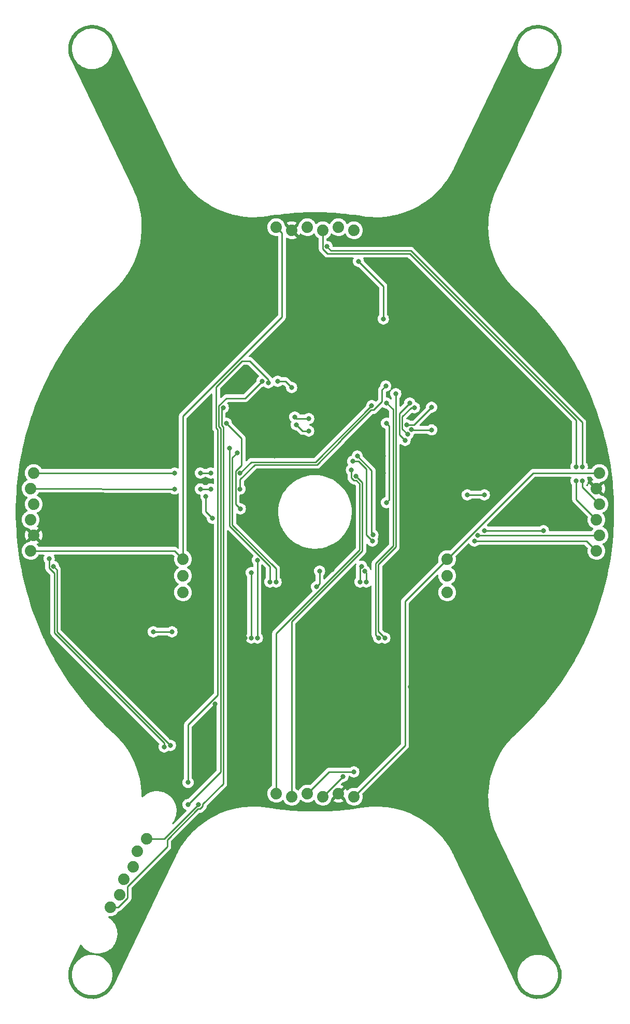
<source format=gbl>
%TF.GenerationSoftware,KiCad,Pcbnew,(6.0.0-0)*%
%TF.CreationDate,2022-03-22T21:17:40+08:00*%
%TF.ProjectId,layer4,6c617965-7234-42e6-9b69-6361645f7063,rev?*%
%TF.SameCoordinates,Original*%
%TF.FileFunction,Copper,L2,Bot*%
%TF.FilePolarity,Positive*%
%FSLAX46Y46*%
G04 Gerber Fmt 4.6, Leading zero omitted, Abs format (unit mm)*
G04 Created by KiCad (PCBNEW (6.0.0-0)) date 2022-03-22 21:17:40*
%MOMM*%
%LPD*%
G01*
G04 APERTURE LIST*
%TA.AperFunction,ComponentPad*%
%ADD10C,1.879600*%
%TD*%
%TA.AperFunction,ViaPad*%
%ADD11C,0.800000*%
%TD*%
%TA.AperFunction,Conductor*%
%ADD12C,0.250000*%
%TD*%
G04 APERTURE END LIST*
D10*
%TO.P,TOFJ4,1,Pin_1*%
%TO.N,+3V3*%
X172212000Y-94996000D03*
%TO.P,TOFJ4,2,Pin_2*%
%TO.N,GND*%
X171704000Y-97536000D03*
%TO.P,TOFJ4,3,Pin_3*%
%TO.N,/tof/SCL*%
X172212000Y-100076000D03*
%TO.P,TOFJ4,4,Pin_4*%
%TO.N,/tof/SDA*%
X171704000Y-102616000D03*
%TO.P,TOFJ4,5,Pin_5*%
%TO.N,/tof/TOF4GPIO*%
X172212000Y-105156000D03*
%TO.P,TOFJ4,6,Pin_6*%
%TO.N,/tof/TOF4XSHUT*%
X171704000Y-107696000D03*
%TD*%
%TO.P,IMUJ1,1,Pin_1*%
%TO.N,/imu/IMURST*%
X92267391Y-165885690D03*
%TO.P,IMUJ1,2,Pin_2*%
%TO.N,/imu/IMUSDA*%
X93826633Y-163817253D03*
%TO.P,IMUJ1,3,Pin_3*%
%TO.N,/imu/IMUSCL*%
X94470380Y-161308218D03*
%TO.P,IMUJ1,4,Pin_4*%
%TO.N,unconnected-(IMUJ1-Pad4)*%
X96029621Y-159239782D03*
%TO.P,IMUJ1,5,Pin_5*%
%TO.N,unconnected-(IMUJ1-Pad5)*%
X96673368Y-156730747D03*
%TO.P,IMUJ1,6,Pin_6*%
%TO.N,/imu/MCU3V3*%
X98232609Y-154662310D03*
%TD*%
%TO.P,TOFJ1,1,Pin_1*%
%TO.N,+3V3*%
X119380000Y-54864000D03*
%TO.P,TOFJ1,2,Pin_2*%
%TO.N,GND*%
X121920000Y-55372000D03*
%TO.P,TOFJ1,3,Pin_3*%
%TO.N,/tof/SCL*%
X124460000Y-54864000D03*
%TO.P,TOFJ1,4,Pin_4*%
%TO.N,/tof/SDA*%
X127000000Y-55372000D03*
%TO.P,TOFJ1,5,Pin_5*%
%TO.N,/tof/TOF1GPIO*%
X129540000Y-54864000D03*
%TO.P,TOFJ1,6,Pin_6*%
%TO.N,/tof/TOF1XSHUT*%
X132080000Y-55372000D03*
%TD*%
%TO.P,U1SW1,1,A*%
%TO.N,+3V3*%
X147320000Y-109042200D03*
%TO.P,U1SW1,2,B*%
%TO.N,/tof/MCU3V3*%
X147320000Y-111760000D03*
%TO.P,U1SW1,3,C*%
%TO.N,/tof/PROG3V3*%
X147320000Y-114477800D03*
%TD*%
%TO.P,TOFJ3,1,Pin_1*%
%TO.N,+3V3*%
X132080000Y-147828000D03*
%TO.P,TOFJ3,2,Pin_2*%
%TO.N,GND*%
X129540000Y-147320000D03*
%TO.P,TOFJ3,3,Pin_3*%
%TO.N,/tof/SCL*%
X127000000Y-147828000D03*
%TO.P,TOFJ3,4,Pin_4*%
%TO.N,/tof/SDA*%
X124460000Y-147320000D03*
%TO.P,TOFJ3,5,Pin_5*%
%TO.N,/tof/TOF3GPIO*%
X121920000Y-147828000D03*
%TO.P,TOFJ3,6,Pin_6*%
%TO.N,/tof/TOF3XSHUT*%
X119380000Y-147320000D03*
%TD*%
%TO.P,TOFJ2,1,Pin_1*%
%TO.N,+3V3*%
X79248000Y-107696000D03*
%TO.P,TOFJ2,2,Pin_2*%
%TO.N,GND*%
X79756000Y-105156000D03*
%TO.P,TOFJ2,3,Pin_3*%
%TO.N,/tof/SCL*%
X79248000Y-102616000D03*
%TO.P,TOFJ2,4,Pin_4*%
%TO.N,/tof/SDA*%
X79756000Y-100076000D03*
%TO.P,TOFJ2,5,Pin_5*%
%TO.N,/tof/TOF2GPIO*%
X79248000Y-97536000D03*
%TO.P,TOFJ2,6,Pin_6*%
%TO.N,/tof/TOF2XSHUT*%
X79756000Y-94996000D03*
%TD*%
%TO.P,U0SW1,1,A*%
%TO.N,+3V3*%
X104140000Y-109042200D03*
%TO.P,U0SW1,2,B*%
%TO.N,/imu/MCU3V3*%
X104140000Y-111760000D03*
%TO.P,U0SW1,3,C*%
%TO.N,/imu/PROG3V3*%
X104140000Y-114477800D03*
%TD*%
D11*
%TO.N,/imu/MCU3V3*%
X106680000Y-149098000D03*
X107900000Y-98800000D03*
X108966000Y-102362000D03*
%TO.N,/imu/IMURST*%
X110744000Y-84328000D03*
%TO.N,/imu/RESET*%
X111252000Y-86868000D03*
X113538000Y-100838000D03*
%TO.N,GND*%
X128524000Y-110744000D03*
X151772743Y-125233481D03*
X100838000Y-84582000D03*
X154267218Y-85749911D03*
X99687257Y-77458519D03*
X136906000Y-94996000D03*
X92021463Y-111955936D03*
X160227417Y-109011794D03*
X97192782Y-116942089D03*
X158242000Y-102108000D03*
X124460000Y-73660000D03*
X148180640Y-124874271D03*
X158750000Y-95504000D03*
X123190000Y-84074000D03*
X149867620Y-84328000D03*
X114046000Y-86614000D03*
X106757177Y-71532107D03*
X95916107Y-120318823D03*
X119126000Y-92202000D03*
X94128599Y-109024689D03*
X124206000Y-66040000D03*
X99568000Y-100838000D03*
X108814089Y-129121218D03*
X133408689Y-132947401D03*
X133096000Y-78740000D03*
X124460000Y-77216000D03*
X118064206Y-135843417D03*
X97954782Y-84430089D03*
X116586000Y-75946000D03*
X129540000Y-73660000D03*
X121920000Y-73660000D03*
X149617481Y-75303257D03*
X133858000Y-74168000D03*
X93218000Y-100584000D03*
X149867620Y-87884000D03*
X118051311Y-69744599D03*
X115120064Y-67637463D03*
X110133911Y-72808782D03*
X132080000Y-121920000D03*
X161036000Y-99822000D03*
X142645911Y-73570782D03*
X129540000Y-77216000D03*
X121920000Y-77216000D03*
X141478000Y-85852000D03*
X94392107Y-85012823D03*
X136906000Y-92202000D03*
X128536000Y-88646000D03*
X149258271Y-78895360D03*
X124968000Y-133858000D03*
X102201729Y-123796640D03*
X90424000Y-102870000D03*
X101842519Y-127388743D03*
X127000000Y-73660000D03*
X126492000Y-68834000D03*
X133395794Y-66848583D03*
X142748000Y-100584000D03*
X136339936Y-135054537D03*
X94523040Y-92195240D03*
X144702823Y-131159893D03*
X103279360Y-77817729D03*
X91232583Y-93680206D03*
X127000000Y-77216000D03*
X157067893Y-117679177D03*
X134880760Y-70139040D03*
X116579240Y-132552960D03*
X114300000Y-78232000D03*
X114554000Y-80518000D03*
X109396823Y-132683893D03*
X159438537Y-90736064D03*
X160782000Y-97536000D03*
X127254000Y-136652000D03*
X142063177Y-70008107D03*
X116078000Y-96774000D03*
X141326089Y-129883218D03*
X100838000Y-88138000D03*
X155543893Y-82373177D03*
X157331401Y-93667311D03*
X114300000Y-121920000D03*
X156936960Y-110496760D03*
X153505218Y-118261911D03*
%TO.N,/imu/DEBUGTX*%
X118364000Y-112776000D03*
X111760000Y-90932000D03*
%TO.N,/imu/DEBUGRX*%
X119380000Y-112776000D03*
X113030000Y-91694000D03*
%TO.N,/imu/SWDIO*%
X116332000Y-109220000D03*
X116332000Y-121920000D03*
%TO.N,/imu/SWDCLOCK*%
X121920000Y-81026000D03*
X119634000Y-80010000D03*
X115316000Y-111252000D03*
X115316000Y-121920000D03*
%TO.N,/imu/IMUSCL*%
X118110000Y-80264000D03*
X104988360Y-145508000D03*
%TO.N,/imu/IMUSDA*%
X104983280Y-149098000D03*
X117094000Y-80010000D03*
%TO.N,/tof/TOF1GPIO*%
X141224000Y-83566000D03*
X140462000Y-89662000D03*
%TO.N,/tof/TOF1XSHUT*%
X132842000Y-60452000D03*
X136906000Y-69850000D03*
X140904179Y-88702373D03*
X141986000Y-84328000D03*
%TO.N,/tof/OSCIN*%
X141478000Y-87884000D03*
X144787620Y-87955120D03*
%TO.N,/tof/OSCOUT*%
X140716000Y-87122000D03*
X144787620Y-84256880D03*
%TO.N,/tof/RESET*%
X137414000Y-86868000D03*
X137414000Y-99822000D03*
%TO.N,/tof/DEBUGTX*%
X136144000Y-121920000D03*
X137414000Y-83566000D03*
%TO.N,/tof/DEBUGRX*%
X137160000Y-121920000D03*
X138938000Y-82042000D03*
%TO.N,/tof/TOF2GPIO*%
X107000000Y-97600000D03*
X102800000Y-97600000D03*
X108700000Y-97600000D03*
X137300000Y-80800000D03*
X113500000Y-97600000D03*
%TO.N,/tof/TOF2XSHUT*%
X107000000Y-95000000D03*
X108700000Y-95000000D03*
X102800000Y-95000000D03*
X113500000Y-95000000D03*
X135000000Y-84000000D03*
%TO.N,/tof/SWDIO*%
X133891857Y-111050478D03*
X134112000Y-112776000D03*
%TO.N,/tof/SWDCLOCK*%
X133350000Y-110210600D03*
X133096000Y-112776000D03*
%TO.N,/tof/TOF4XSHUT*%
X151800000Y-106100000D03*
X131887701Y-93087701D03*
X135117451Y-106096088D03*
%TO.N,/tof/TOF4GPIO*%
X135200000Y-105100000D03*
X152300000Y-105200000D03*
X132645500Y-92237701D03*
%TO.N,/tof/TOF3XSHUT*%
X131675500Y-94488000D03*
%TO.N,/tof/TOF3GPIO*%
X132400000Y-95500000D03*
%TO.N,+5V*%
X126492000Y-110998000D03*
X102362000Y-120904000D03*
X99314000Y-120904000D03*
X125984000Y-113538000D03*
%TO.N,/tof/SDA*%
X101092000Y-139700000D03*
X168402000Y-96266000D03*
X168402000Y-93980000D03*
X153416000Y-98552000D03*
X132080000Y-143764000D03*
X150622000Y-98552000D03*
X82296000Y-108966000D03*
%TO.N,/tof/SCL*%
X153416000Y-104394000D03*
X83020500Y-110236000D03*
X102108000Y-139446000D03*
X169418000Y-96266000D03*
X163068000Y-104394000D03*
X130302000Y-144526000D03*
X127724500Y-58034701D03*
X169418000Y-93980000D03*
%TO.N,IMUTX*%
X124714000Y-88138000D03*
X122682000Y-87122000D03*
%TO.N,IMURX*%
X124714000Y-86106000D03*
X122428000Y-85852000D03*
%TD*%
D12*
%TO.N,+3V3*%
X161366200Y-94996000D02*
X147320000Y-109042200D01*
X172212000Y-94996000D02*
X161366200Y-94996000D01*
X119380000Y-54864000D02*
X120345200Y-55829200D01*
X132080000Y-147828000D02*
X140453386Y-139454614D01*
X79248000Y-107696000D02*
X102793800Y-107696000D01*
X140453386Y-115908814D02*
X147320000Y-109042200D01*
X102793800Y-107696000D02*
X104140000Y-109042200D01*
X104140000Y-85724282D02*
X104140000Y-109042200D01*
X120345200Y-69519082D02*
X104140000Y-85724282D01*
X120345200Y-55829200D02*
X120345200Y-69519082D01*
X140453386Y-139454614D02*
X140453386Y-115908814D01*
%TO.N,/imu/MCU3V3*%
X101115690Y-154662310D02*
X106680000Y-149098000D01*
X98232609Y-154662310D02*
X101115690Y-154662310D01*
X107900000Y-101296000D02*
X107900000Y-98800000D01*
X108966000Y-102362000D02*
X107900000Y-101296000D01*
%TO.N,/imu/IMURST*%
X101565210Y-154848507D02*
X106591207Y-149822511D01*
X110744000Y-145719800D02*
X110744000Y-87510896D01*
X101565210Y-156001395D02*
X101565210Y-154848507D01*
X110469009Y-87235905D02*
X110469009Y-84602991D01*
X107404511Y-149398103D02*
X107404511Y-149059289D01*
X106591207Y-149822511D02*
X106980103Y-149822511D01*
X92267391Y-165885690D02*
X93596468Y-165885690D01*
X95090944Y-164391214D02*
X95090944Y-162475661D01*
X110744000Y-87510896D02*
X110469009Y-87235905D01*
X95090944Y-162475661D02*
X101565210Y-156001395D01*
X93596468Y-165885690D02*
X95090944Y-164391214D01*
X110469009Y-84602991D02*
X110744000Y-84328000D01*
X106980103Y-149822511D02*
X107404511Y-149398103D01*
X107404511Y-149059289D02*
X110744000Y-145719800D01*
%TO.N,/imu/RESET*%
X111252000Y-86868000D02*
X113754511Y-89370511D01*
X112775489Y-100075489D02*
X113538000Y-100838000D01*
X113754511Y-89370511D02*
X113754511Y-93720875D01*
X113754511Y-93720875D02*
X112775489Y-94699897D01*
X112775489Y-94699897D02*
X112775489Y-100075489D01*
%TO.N,/imu/DEBUGTX*%
X118364000Y-110227386D02*
X111760000Y-103623386D01*
X118364000Y-112776000D02*
X118364000Y-110227386D01*
X111760000Y-103623386D02*
X111760000Y-90932000D01*
%TO.N,/imu/DEBUGRX*%
X119380000Y-110607669D02*
X112209520Y-103437188D01*
X112209520Y-92514480D02*
X113030000Y-91694000D01*
X112209520Y-103437188D02*
X112209520Y-92514480D01*
X119380000Y-112776000D02*
X119380000Y-110607669D01*
%TO.N,/imu/SWDIO*%
X116332000Y-121920000D02*
X116332000Y-109220000D01*
%TO.N,/imu/SWDCLOCK*%
X121920000Y-81026000D02*
X120904000Y-80010000D01*
X115316000Y-121920000D02*
X115316000Y-111252000D01*
X120904000Y-80010000D02*
X119634000Y-80010000D01*
%TO.N,/imu/IMUSCL*%
X109569969Y-87608300D02*
X109569969Y-80930031D01*
X104988360Y-136067742D02*
X109844960Y-131211142D01*
X109844960Y-87883292D02*
X109569969Y-87608300D01*
X113792000Y-76708000D02*
X115062000Y-76708000D01*
X115062000Y-76708000D02*
X118110000Y-79756000D01*
X109844960Y-131211142D02*
X109844960Y-87883292D01*
X104988360Y-145508000D02*
X104988360Y-136067742D01*
X118110000Y-79756000D02*
X118110000Y-80264000D01*
X109569969Y-80930031D02*
X113792000Y-76708000D01*
%TO.N,/imu/IMUSDA*%
X110294480Y-143786800D02*
X110294480Y-87697094D01*
X114300000Y-82804000D02*
X117094000Y-80010000D01*
X104983280Y-149098000D02*
X110294480Y-143786800D01*
X110019489Y-84027897D02*
X111243386Y-82804000D01*
X111243386Y-82804000D02*
X114300000Y-82804000D01*
X110294480Y-87697094D02*
X110019489Y-87422102D01*
X110019489Y-87422102D02*
X110019489Y-84027897D01*
%TO.N,/tof/TOF1GPIO*%
X139541969Y-85248031D02*
X141224000Y-83566000D01*
X139541969Y-88741969D02*
X139541969Y-85248031D01*
X140462000Y-89662000D02*
X139541969Y-88741969D01*
%TO.N,/tof/TOF1XSHUT*%
X140904179Y-88702373D02*
X139991489Y-87789683D01*
X136906000Y-69850000D02*
X136906000Y-64516000D01*
X139991489Y-87789683D02*
X139991489Y-85805897D01*
X139991489Y-85805897D02*
X141469386Y-84328000D01*
X136906000Y-64516000D02*
X132842000Y-60452000D01*
X141469386Y-84328000D02*
X141986000Y-84328000D01*
%TO.N,/tof/OSCIN*%
X141549120Y-87955120D02*
X144787620Y-87955120D01*
X141478000Y-87884000D02*
X141549120Y-87955120D01*
%TO.N,/tof/OSCOUT*%
X141922500Y-87122000D02*
X144787620Y-84256880D01*
X140716000Y-87122000D02*
X141922500Y-87122000D01*
%TO.N,/tof/RESET*%
X137884511Y-99351489D02*
X137414000Y-99822000D01*
X137414000Y-86868000D02*
X137884511Y-87338511D01*
X137884511Y-87338511D02*
X137884511Y-99351489D01*
%TO.N,/tof/DEBUGTX*%
X138488480Y-106884842D02*
X135636000Y-109737322D01*
X138488480Y-84640480D02*
X138488480Y-106884842D01*
X135636000Y-121412000D02*
X136144000Y-121920000D01*
X135636000Y-109737322D02*
X135636000Y-121412000D01*
X137414000Y-83566000D02*
X138488480Y-84640480D01*
%TO.N,/tof/DEBUGRX*%
X137160000Y-121911386D02*
X136085520Y-120836906D01*
X137160000Y-121920000D02*
X137160000Y-121911386D01*
X136085520Y-109923520D02*
X138938000Y-107071040D01*
X136085520Y-120836906D02*
X136085520Y-109982000D01*
X138938000Y-107071040D02*
X138938000Y-82042000D01*
%TO.N,/tof/TOF2GPIO*%
X135300103Y-84724511D02*
X136689489Y-83335125D01*
X115900480Y-93649520D02*
X126050480Y-93649520D01*
X107000000Y-97600000D02*
X108700000Y-97600000D01*
X130000000Y-89635718D02*
X134911207Y-84724511D01*
X79248000Y-97536000D02*
X102800000Y-97600000D01*
X126050480Y-93649520D02*
X130000000Y-89700000D01*
X136689489Y-81410511D02*
X137300000Y-80800000D01*
X113500000Y-96050000D02*
X115900480Y-93649520D01*
X113500000Y-97600000D02*
X113500000Y-96050000D01*
X136689489Y-83335125D02*
X136689489Y-81410511D01*
X134911207Y-84724511D02*
X135300103Y-84724511D01*
X130000000Y-89700000D02*
X130000000Y-89635718D01*
%TO.N,/tof/TOF2XSHUT*%
X79756000Y-94996000D02*
X102800000Y-95000000D01*
X107000000Y-95000000D02*
X108700000Y-95000000D01*
X115300000Y-93200000D02*
X125800000Y-93200000D01*
X113500000Y-95000000D02*
X115300000Y-93200000D01*
X125800000Y-93200000D02*
X135000000Y-84000000D01*
%TO.N,/tof/SWDIO*%
X134112000Y-112776000D02*
X134112000Y-111270621D01*
X134112000Y-111270621D02*
X133891857Y-111050478D01*
%TO.N,/tof/SWDCLOCK*%
X133096000Y-112776000D02*
X133096000Y-110464600D01*
X133096000Y-110464600D02*
X133350000Y-110210600D01*
%TO.N,/tof/TOF4XSHUT*%
X134100000Y-105078637D02*
X134100000Y-94367587D01*
X134100000Y-94367587D02*
X132820114Y-93087701D01*
X132820114Y-93087701D02*
X131887701Y-93087701D01*
X135117451Y-106096088D02*
X134100000Y-105078637D01*
X151800000Y-106100000D02*
X170108000Y-106100000D01*
X170108000Y-106100000D02*
X171704000Y-107696000D01*
%TO.N,/tof/TOF4GPIO*%
X135200000Y-105100000D02*
X135000000Y-104900000D01*
X152344000Y-105156000D02*
X172212000Y-105156000D01*
X135000000Y-104900000D02*
X135000000Y-94592201D01*
X152300000Y-105200000D02*
X152344000Y-105156000D01*
X135000000Y-94592201D02*
X132645500Y-92237701D01*
%TO.N,/tof/TOF3XSHUT*%
X133025969Y-105413700D02*
X133025969Y-107520645D01*
X119380000Y-121166614D02*
X119380000Y-147320000D01*
X131675489Y-95785289D02*
X131675489Y-95800103D01*
X131675500Y-95785278D02*
X131675489Y-95785289D01*
X131675500Y-94488000D02*
X131675500Y-95785278D01*
X132488793Y-96224511D02*
X133027480Y-96763198D01*
X133027480Y-96763198D02*
X133027480Y-105412188D01*
X131675489Y-95800103D02*
X132099897Y-96224511D01*
X132099897Y-96224511D02*
X132488793Y-96224511D01*
X133027480Y-105412188D02*
X133025969Y-105413700D01*
X133025969Y-107520645D02*
X119380000Y-121166614D01*
%TO.N,/tof/TOF3GPIO*%
X133477000Y-107705332D02*
X133477000Y-106201614D01*
X133477000Y-96577000D02*
X132400000Y-95500000D01*
X133475489Y-105599897D02*
X133477000Y-105598386D01*
X133477000Y-106201614D02*
X133475489Y-106200103D01*
X133477000Y-105598386D02*
X133477000Y-96577000D01*
X121920000Y-119262332D02*
X133477000Y-107705332D01*
X133475489Y-106200103D02*
X133475489Y-105599897D01*
X121920000Y-147828000D02*
X121920000Y-119262332D01*
%TO.N,+5V*%
X99314000Y-120904000D02*
X102362000Y-120904000D01*
X126492000Y-113030000D02*
X125984000Y-113538000D01*
X126492000Y-110998000D02*
X126492000Y-113030000D01*
%TO.N,/tof/SDA*%
X83116480Y-111356594D02*
X82296000Y-110536114D01*
X83116480Y-121090197D02*
X83116480Y-111356594D01*
X141224000Y-59182000D02*
X127762000Y-59182000D01*
X82296000Y-110536114D02*
X82296000Y-108966000D01*
X132080000Y-143764000D02*
X128016000Y-143764000D01*
X150622000Y-98552000D02*
X153416000Y-98552000D01*
X101092000Y-139065718D02*
X83116480Y-121090197D01*
X101092000Y-139700000D02*
X101092000Y-139065718D01*
X171704000Y-102616000D02*
X168402000Y-99314000D01*
X168402000Y-93980000D02*
X168402000Y-86360000D01*
X127000000Y-58420000D02*
X127000000Y-55372000D01*
X127762000Y-59182000D02*
X127000000Y-58420000D01*
X168402000Y-99314000D02*
X168402000Y-96266000D01*
X128016000Y-143764000D02*
X124460000Y-147320000D01*
X168402000Y-86360000D02*
X141224000Y-59182000D01*
%TO.N,/tof/SCL*%
X169418000Y-97282000D02*
X169418000Y-96266000D01*
X169418000Y-86740283D02*
X169418000Y-93980000D01*
X83566000Y-110781500D02*
X83566000Y-120904000D01*
X130302000Y-144526000D02*
X127000000Y-147828000D01*
X153416000Y-104394000D02*
X163068000Y-104394000D01*
X172212000Y-100076000D02*
X169418000Y-97282000D01*
X83566000Y-120904000D02*
X102108000Y-139446000D01*
X127724500Y-58034701D02*
X127724500Y-58128500D01*
X127724500Y-58128500D02*
X128328480Y-58732480D01*
X141410197Y-58732480D02*
X169418000Y-86740283D01*
X83020500Y-110236000D02*
X83566000Y-110781500D01*
X128328480Y-58732480D02*
X141410197Y-58732480D01*
%TO.N,IMUTX*%
X123698000Y-88138000D02*
X122682000Y-87122000D01*
X124714000Y-88138000D02*
X123698000Y-88138000D01*
%TO.N,IMURX*%
X124714000Y-86106000D02*
X122682000Y-86106000D01*
X122428000Y-85852000D02*
X122682000Y-86106000D01*
%TD*%
%TA.AperFunction,Conductor*%
%TO.N,GND*%
G36*
X89473588Y-21869569D02*
G01*
X89842417Y-21903174D01*
X89854643Y-21904897D01*
X90046152Y-21941537D01*
X90218395Y-21974491D01*
X90230411Y-21977407D01*
X90385892Y-22023332D01*
X90585607Y-22082324D01*
X90597261Y-22086399D01*
X90878346Y-22200427D01*
X90940453Y-22225622D01*
X90951669Y-22230827D01*
X90998249Y-22255288D01*
X91279555Y-22403015D01*
X91290193Y-22409286D01*
X91547782Y-22578690D01*
X91599636Y-22612792D01*
X91609621Y-22620085D01*
X91897611Y-22852929D01*
X91906834Y-22861166D01*
X92170622Y-23121125D01*
X92178992Y-23130226D01*
X92416026Y-23414785D01*
X92423454Y-23424649D01*
X92631457Y-23731072D01*
X92637889Y-23741627D01*
X92651962Y-23767497D01*
X92790628Y-24022423D01*
X92799090Y-24041644D01*
X92801358Y-24048238D01*
X92806088Y-24056604D01*
X92831938Y-24102329D01*
X92835759Y-24109636D01*
X102993151Y-45185549D01*
X102999825Y-45202399D01*
X103003794Y-45215000D01*
X103027531Y-45267741D01*
X103028218Y-45268886D01*
X103028299Y-45269293D01*
X103028424Y-45269229D01*
X103357219Y-45909013D01*
X103357228Y-45909030D01*
X103357956Y-45910446D01*
X103720766Y-46535437D01*
X104115112Y-47141026D01*
X104539957Y-47725621D01*
X104994188Y-48287689D01*
X105476611Y-48825754D01*
X105477747Y-48826897D01*
X105956670Y-49308922D01*
X105985961Y-49338403D01*
X105987160Y-49339492D01*
X105987161Y-49339493D01*
X106519705Y-49823206D01*
X106519716Y-49823216D01*
X106520899Y-49824290D01*
X106800461Y-50053216D01*
X107078771Y-50281117D01*
X107078781Y-50281125D01*
X107080022Y-50282141D01*
X107081321Y-50283098D01*
X107081334Y-50283108D01*
X107605738Y-50669409D01*
X107661863Y-50710753D01*
X108264892Y-51109000D01*
X108887528Y-51475838D01*
X109528136Y-51810304D01*
X110185034Y-52111519D01*
X110186496Y-52112101D01*
X110186513Y-52112108D01*
X110854986Y-52378091D01*
X110856499Y-52378693D01*
X110858032Y-52379214D01*
X110858049Y-52379220D01*
X111539217Y-52610598D01*
X111540766Y-52611124D01*
X111542332Y-52611568D01*
X111542342Y-52611571D01*
X111898584Y-52712549D01*
X112236040Y-52808202D01*
X112940495Y-52969410D01*
X112942064Y-52969685D01*
X112942082Y-52969689D01*
X113650663Y-53094041D01*
X113650674Y-53094043D01*
X113652283Y-53094325D01*
X113653909Y-53094525D01*
X113653908Y-53094525D01*
X114367924Y-53182420D01*
X114367936Y-53182421D01*
X114369535Y-53182618D01*
X115090368Y-53234059D01*
X115091963Y-53234091D01*
X115091965Y-53234091D01*
X115811287Y-53248479D01*
X115811289Y-53248479D01*
X115812889Y-53248511D01*
X115971551Y-53243552D01*
X116533616Y-53225987D01*
X116533633Y-53225986D01*
X116535202Y-53225937D01*
X116671923Y-53214634D01*
X117253829Y-53166528D01*
X117253837Y-53166527D01*
X117255411Y-53166397D01*
X117493260Y-53134400D01*
X117912892Y-53077948D01*
X117913888Y-53077844D01*
X117914319Y-53077837D01*
X117915612Y-53077664D01*
X117915629Y-53077662D01*
X117938236Y-53074633D01*
X117938238Y-53074632D01*
X117938905Y-53074543D01*
X117943031Y-53074372D01*
X117947057Y-53073452D01*
X117956021Y-53072251D01*
X117967960Y-53070652D01*
X117967969Y-53070650D01*
X117971643Y-53070158D01*
X118008827Y-53060625D01*
X118021777Y-53058020D01*
X119254061Y-52876732D01*
X119257351Y-52876293D01*
X119621728Y-52832538D01*
X120543403Y-52721861D01*
X120546730Y-52721506D01*
X121352583Y-52646383D01*
X121836468Y-52601275D01*
X121839760Y-52601013D01*
X122675817Y-52545421D01*
X123132193Y-52515076D01*
X123135535Y-52514898D01*
X124429803Y-52463312D01*
X124433148Y-52463223D01*
X124963762Y-52456176D01*
X125728343Y-52446023D01*
X125731657Y-52446023D01*
X126496238Y-52456176D01*
X127026852Y-52463223D01*
X127030197Y-52463312D01*
X128324465Y-52514898D01*
X128327807Y-52515076D01*
X128784183Y-52545421D01*
X129620240Y-52601013D01*
X129623532Y-52601275D01*
X130107417Y-52646383D01*
X130913270Y-52721506D01*
X130916597Y-52721861D01*
X131838272Y-52832538D01*
X132202649Y-52876293D01*
X132205939Y-52876732D01*
X133406883Y-53053408D01*
X133426183Y-53057820D01*
X133426821Y-53058020D01*
X133427980Y-53058383D01*
X133427983Y-53058384D01*
X133431514Y-53059489D01*
X133455890Y-53064064D01*
X133459865Y-53065195D01*
X133463979Y-53065582D01*
X133464487Y-53065677D01*
X133464488Y-53065678D01*
X133477864Y-53068188D01*
X133488357Y-53070158D01*
X133489660Y-53070246D01*
X133490053Y-53070418D01*
X133490072Y-53070274D01*
X134204589Y-53166397D01*
X134206163Y-53166527D01*
X134206171Y-53166528D01*
X134788077Y-53214634D01*
X134924798Y-53225937D01*
X134926367Y-53225986D01*
X134926384Y-53225987D01*
X135488449Y-53243552D01*
X135647111Y-53248511D01*
X135648711Y-53248479D01*
X135648713Y-53248479D01*
X136368035Y-53234091D01*
X136368037Y-53234091D01*
X136369632Y-53234059D01*
X137090465Y-53182618D01*
X137092064Y-53182421D01*
X137092076Y-53182420D01*
X137806092Y-53094525D01*
X137806091Y-53094525D01*
X137807717Y-53094325D01*
X137809326Y-53094043D01*
X137809337Y-53094041D01*
X138517918Y-52969689D01*
X138517936Y-52969685D01*
X138519505Y-52969410D01*
X139223960Y-52808202D01*
X139561416Y-52712549D01*
X139917658Y-52611571D01*
X139917668Y-52611568D01*
X139919234Y-52611124D01*
X139920783Y-52610598D01*
X140601951Y-52379220D01*
X140601968Y-52379214D01*
X140603501Y-52378693D01*
X140605014Y-52378091D01*
X141273487Y-52112108D01*
X141273504Y-52112101D01*
X141274966Y-52111519D01*
X141931864Y-51810304D01*
X142572472Y-51475838D01*
X143195108Y-51109000D01*
X143798137Y-50710753D01*
X143854262Y-50669409D01*
X144378666Y-50283108D01*
X144378679Y-50283098D01*
X144379978Y-50282141D01*
X144381219Y-50281125D01*
X144381229Y-50281117D01*
X144659539Y-50053216D01*
X144939101Y-49824290D01*
X144940284Y-49823216D01*
X144940295Y-49823206D01*
X145472839Y-49339493D01*
X145472840Y-49339492D01*
X145474039Y-49338403D01*
X145503331Y-49308922D01*
X145982253Y-48826897D01*
X145983389Y-48825754D01*
X146465812Y-48287689D01*
X146920043Y-47725621D01*
X147344888Y-47141026D01*
X147739234Y-46535437D01*
X148102044Y-45910446D01*
X148102772Y-45909030D01*
X148102781Y-45909013D01*
X148405272Y-45320411D01*
X148405760Y-45319528D01*
X148406004Y-45319166D01*
X148432469Y-45267741D01*
X148448473Y-45224894D01*
X148453002Y-45214280D01*
X157831718Y-25754069D01*
X158850629Y-25754069D01*
X158850801Y-25757464D01*
X158850801Y-25757465D01*
X158852291Y-25786871D01*
X158868713Y-26111056D01*
X158925246Y-26464001D01*
X159019566Y-26808777D01*
X159118113Y-27058953D01*
X159139006Y-27111991D01*
X159150570Y-27141349D01*
X159152153Y-27144364D01*
X159315141Y-27454812D01*
X159315146Y-27454820D01*
X159316725Y-27457828D01*
X159318619Y-27460646D01*
X159318624Y-27460655D01*
X159360561Y-27523063D01*
X159516088Y-27754512D01*
X159746326Y-28027928D01*
X160004747Y-28274881D01*
X160288326Y-28492479D01*
X160323115Y-28513631D01*
X160590833Y-28676406D01*
X160590838Y-28676409D01*
X160593748Y-28678178D01*
X160596836Y-28679624D01*
X160596835Y-28679624D01*
X160914355Y-28828362D01*
X160914365Y-28828366D01*
X160917439Y-28829806D01*
X160920657Y-28830908D01*
X160920660Y-28830909D01*
X161252388Y-28944485D01*
X161252396Y-28944487D01*
X161255611Y-28945588D01*
X161604311Y-29024171D01*
X161647125Y-29029049D01*
X161956075Y-29064250D01*
X161956083Y-29064250D01*
X161959458Y-29064635D01*
X161962862Y-29064653D01*
X161962865Y-29064653D01*
X162156467Y-29065666D01*
X162316897Y-29066506D01*
X162320283Y-29066156D01*
X162320285Y-29066156D01*
X162669056Y-29030115D01*
X162669065Y-29030114D01*
X162672448Y-29029764D01*
X162675781Y-29029050D01*
X162675784Y-29029049D01*
X162847859Y-28992159D01*
X163021951Y-28954837D01*
X163361318Y-28842602D01*
X163686579Y-28694372D01*
X163781838Y-28637812D01*
X163990983Y-28513631D01*
X163990988Y-28513628D01*
X163993928Y-28511882D01*
X164019771Y-28492479D01*
X164277038Y-28299317D01*
X164279771Y-28297265D01*
X164540763Y-28053032D01*
X164773852Y-27782041D01*
X164880137Y-27627396D01*
X164974381Y-27490271D01*
X164974386Y-27490264D01*
X164976311Y-27487462D01*
X164977923Y-27484468D01*
X164977928Y-27484460D01*
X165144149Y-27175752D01*
X165145771Y-27172740D01*
X165280250Y-26841558D01*
X165290526Y-26805486D01*
X165377241Y-26501067D01*
X165378175Y-26497789D01*
X165438401Y-26145455D01*
X165440300Y-26114417D01*
X165460112Y-25790475D01*
X165460222Y-25788677D01*
X165460303Y-25765605D01*
X165440973Y-25408684D01*
X165383208Y-25055938D01*
X165287686Y-24711493D01*
X165155522Y-24379380D01*
X165065533Y-24209421D01*
X164989862Y-24066502D01*
X164989858Y-24066495D01*
X164988263Y-24063483D01*
X164787866Y-23767497D01*
X164556674Y-23494886D01*
X164297393Y-23248837D01*
X164013056Y-23032230D01*
X164010144Y-23030473D01*
X164010139Y-23030470D01*
X163709909Y-22849360D01*
X163709908Y-22849360D01*
X163706988Y-22847598D01*
X163699145Y-22843957D01*
X163385851Y-22698531D01*
X163385849Y-22698530D01*
X163382770Y-22697101D01*
X163379558Y-22696014D01*
X163379551Y-22696011D01*
X163047431Y-22583595D01*
X163047426Y-22583593D01*
X163044195Y-22582500D01*
X163030289Y-22579417D01*
X162960268Y-22563894D01*
X162695223Y-22505135D01*
X162569690Y-22491276D01*
X162343319Y-22466284D01*
X162343314Y-22466284D01*
X162339938Y-22465911D01*
X162336539Y-22465905D01*
X162336538Y-22465905D01*
X162168052Y-22465611D01*
X161982494Y-22465287D01*
X161850279Y-22479417D01*
X161630457Y-22502909D01*
X161630451Y-22502910D01*
X161627073Y-22503271D01*
X161623750Y-22503995D01*
X161623747Y-22503996D01*
X161615125Y-22505876D01*
X161277834Y-22579417D01*
X160938861Y-22692836D01*
X160614120Y-22842200D01*
X160611186Y-22843956D01*
X160611184Y-22843957D01*
X160532311Y-22891162D01*
X160307409Y-23025763D01*
X160022317Y-23241376D01*
X160019835Y-23243715D01*
X160019829Y-23243720D01*
X159838306Y-23414779D01*
X159762179Y-23486518D01*
X159759967Y-23489108D01*
X159759965Y-23489110D01*
X159701471Y-23557598D01*
X159530037Y-23758321D01*
X159528118Y-23761133D01*
X159528115Y-23761138D01*
X159521853Y-23770318D01*
X159328608Y-24053605D01*
X159160247Y-24368916D01*
X159158972Y-24372088D01*
X159158970Y-24372092D01*
X159113763Y-24484550D01*
X159026925Y-24700566D01*
X159026006Y-24703834D01*
X159026004Y-24703841D01*
X158931121Y-25041397D01*
X158930200Y-25044675D01*
X158929638Y-25048032D01*
X158929638Y-25048033D01*
X158899566Y-25227740D01*
X158871205Y-25397217D01*
X158850629Y-25754069D01*
X157831718Y-25754069D01*
X158610505Y-24138137D01*
X158617721Y-24125177D01*
X158630428Y-24105215D01*
X158633532Y-24100339D01*
X158648410Y-24063483D01*
X158649652Y-24060405D01*
X158655807Y-24047362D01*
X158795473Y-23790598D01*
X158822109Y-23741631D01*
X158828538Y-23731080D01*
X158828544Y-23731072D01*
X159036543Y-23424652D01*
X159043978Y-23414780D01*
X159281009Y-23130226D01*
X159289378Y-23121126D01*
X159553172Y-22861162D01*
X159562395Y-22852926D01*
X159758640Y-22694259D01*
X159850380Y-22620085D01*
X159860364Y-22612793D01*
X159912220Y-22578690D01*
X160169806Y-22409288D01*
X160180438Y-22403021D01*
X160508335Y-22230827D01*
X160519547Y-22225624D01*
X160605488Y-22190760D01*
X160862734Y-22086403D01*
X160874400Y-22082324D01*
X160919891Y-22068887D01*
X160962208Y-22056387D01*
X161229592Y-21977407D01*
X161241608Y-21974491D01*
X161605347Y-21904901D01*
X161617591Y-21903176D01*
X161896254Y-21877785D01*
X161986411Y-21869571D01*
X161998757Y-21869054D01*
X162163854Y-21870261D01*
X162369104Y-21871762D01*
X162381450Y-21872459D01*
X162749744Y-21911454D01*
X162761961Y-21913358D01*
X163124651Y-21988262D01*
X163136622Y-21991354D01*
X163490234Y-22101451D01*
X163501837Y-22105698D01*
X163842954Y-22249925D01*
X163854082Y-22255287D01*
X164179428Y-22432259D01*
X164189973Y-22438685D01*
X164496402Y-22646690D01*
X164496405Y-22646692D01*
X164506281Y-22654129D01*
X164556560Y-22696011D01*
X164790839Y-22891163D01*
X164799939Y-22899533D01*
X165059893Y-23163316D01*
X165068130Y-23172539D01*
X165300974Y-23460529D01*
X165308267Y-23470514D01*
X165511773Y-23779957D01*
X165518040Y-23790588D01*
X165639788Y-24022423D01*
X165690232Y-24118481D01*
X165695436Y-24129695D01*
X165834661Y-24472888D01*
X165838735Y-24484541D01*
X165895690Y-24677364D01*
X165943652Y-24839739D01*
X165946568Y-24851753D01*
X166016163Y-25215508D01*
X166017885Y-25227732D01*
X166034372Y-25408684D01*
X166051490Y-25596557D01*
X166052007Y-25608911D01*
X166049299Y-25979254D01*
X166048602Y-25991600D01*
X166009607Y-26359894D01*
X166007703Y-26372111D01*
X165932799Y-26734801D01*
X165929707Y-26746773D01*
X165819613Y-27100380D01*
X165815364Y-27111988D01*
X165801675Y-27144364D01*
X165690890Y-27406387D01*
X165681128Y-27424982D01*
X165680484Y-27425993D01*
X165680481Y-27425998D01*
X165677379Y-27430871D01*
X165671482Y-27445480D01*
X165654120Y-27488492D01*
X165650786Y-27496032D01*
X155901902Y-47724317D01*
X155493392Y-48571947D01*
X155484372Y-48587662D01*
X155476987Y-48598618D01*
X155450522Y-48650043D01*
X155450063Y-48651272D01*
X155449789Y-48651596D01*
X155449920Y-48651655D01*
X155153657Y-49308922D01*
X154890825Y-49982097D01*
X154890313Y-49983637D01*
X154890309Y-49983648D01*
X154790741Y-50283108D01*
X154662817Y-50667851D01*
X154662388Y-50669401D01*
X154662386Y-50669409D01*
X154541090Y-51108109D01*
X154470232Y-51364383D01*
X154469884Y-51365948D01*
X154469880Y-51365966D01*
X154445316Y-51476588D01*
X154313576Y-52069865D01*
X154193260Y-52782445D01*
X154109599Y-53500252D01*
X154109496Y-53501843D01*
X154067695Y-54146172D01*
X154062814Y-54221401D01*
X154062792Y-54223026D01*
X154059618Y-54457431D01*
X154053028Y-54944001D01*
X154080265Y-55666153D01*
X154080407Y-55667751D01*
X154080408Y-55667759D01*
X154138028Y-56313889D01*
X154144455Y-56385963D01*
X154144680Y-56387554D01*
X154144681Y-56387567D01*
X154205001Y-56815041D01*
X154245428Y-57101539D01*
X154245732Y-57103105D01*
X154245732Y-57103108D01*
X154293958Y-57351952D01*
X154382921Y-57811005D01*
X154556571Y-58512497D01*
X154557039Y-58514045D01*
X154557042Y-58514054D01*
X154670551Y-58889076D01*
X154765923Y-59204175D01*
X155010428Y-59884221D01*
X155289444Y-60550852D01*
X155602237Y-61202316D01*
X155603008Y-61203731D01*
X155603010Y-61203735D01*
X155665326Y-61318109D01*
X155947988Y-61836904D01*
X156325788Y-62452951D01*
X156326690Y-62454266D01*
X156326700Y-62454281D01*
X156444014Y-62625259D01*
X156734646Y-63048838D01*
X157173488Y-63623001D01*
X157641162Y-64173934D01*
X157813644Y-64357203D01*
X158019648Y-64576091D01*
X158136441Y-64700189D01*
X158615250Y-65159366D01*
X158615950Y-65160079D01*
X158616227Y-65160415D01*
X158634119Y-65177593D01*
X158636825Y-65180715D01*
X158640054Y-65183291D01*
X158657947Y-65200470D01*
X158660907Y-65202707D01*
X158660909Y-65202709D01*
X158688255Y-65223378D01*
X158698438Y-65231957D01*
X158714244Y-65246769D01*
X159019641Y-65532963D01*
X159666058Y-66138735D01*
X159668616Y-66141201D01*
X160645319Y-67109646D01*
X160647807Y-67112183D01*
X161596850Y-68107820D01*
X161599265Y-68110427D01*
X162519807Y-69132377D01*
X162522148Y-69135050D01*
X163413546Y-70182594D01*
X163415810Y-70185332D01*
X164277304Y-71257583D01*
X164279490Y-71260384D01*
X165110396Y-72356485D01*
X165112503Y-72359347D01*
X165912183Y-73478462D01*
X165914208Y-73481382D01*
X166682024Y-74622616D01*
X166683965Y-74625592D01*
X167419265Y-75787975D01*
X167421122Y-75791004D01*
X168123374Y-76973693D01*
X168125145Y-76976774D01*
X168769893Y-78135872D01*
X168793749Y-78178760D01*
X168795430Y-78181883D01*
X169426409Y-79395577D01*
X169429906Y-79402304D01*
X169431493Y-79405465D01*
X170015604Y-80610894D01*
X170031300Y-80643286D01*
X170032801Y-80646499D01*
X170300087Y-81240199D01*
X170597444Y-81900693D01*
X170598857Y-81903953D01*
X171127915Y-83173580D01*
X171129236Y-83176879D01*
X171241318Y-83468774D01*
X171580935Y-84353237D01*
X171622304Y-84460975D01*
X171623524Y-84464293D01*
X171994543Y-85518448D01*
X172080158Y-85761702D01*
X172081291Y-85765070D01*
X172501175Y-87074887D01*
X172502212Y-87078285D01*
X172667326Y-87648156D01*
X172866101Y-88334206D01*
X172885002Y-88399442D01*
X172885936Y-88402847D01*
X173014533Y-88898579D01*
X173231305Y-89734218D01*
X173232149Y-89737669D01*
X173539848Y-91078285D01*
X173540594Y-91081759D01*
X173590361Y-91330573D01*
X173806031Y-92408835D01*
X173810370Y-92430530D01*
X173811014Y-92434007D01*
X174040665Y-93778225D01*
X174042644Y-93789811D01*
X174043190Y-93793301D01*
X174173157Y-94708882D01*
X174236500Y-95155119D01*
X174236950Y-95158644D01*
X174391782Y-96525371D01*
X174392132Y-96528906D01*
X174456993Y-97293707D01*
X174505804Y-97869251D01*
X174508362Y-97899419D01*
X174508612Y-97902955D01*
X174518351Y-98075438D01*
X174586153Y-99276266D01*
X174586303Y-99279816D01*
X174625089Y-100654722D01*
X174625139Y-100658275D01*
X174625139Y-102033725D01*
X174625089Y-102037278D01*
X174586303Y-103412184D01*
X174586153Y-103415734D01*
X174534547Y-104329724D01*
X174508899Y-104783979D01*
X174508613Y-104789036D01*
X174508363Y-104792571D01*
X174481734Y-105106565D01*
X174392132Y-106163094D01*
X174391782Y-106166629D01*
X174236950Y-107533356D01*
X174236500Y-107536881D01*
X174044930Y-108886444D01*
X174043193Y-108898678D01*
X174042647Y-108902167D01*
X173815345Y-110232644D01*
X173811017Y-110257976D01*
X173810373Y-110261455D01*
X173687710Y-110874721D01*
X173540594Y-111610241D01*
X173539848Y-111613715D01*
X173232149Y-112954331D01*
X173231305Y-112957782D01*
X173074245Y-113563237D01*
X172898019Y-114242576D01*
X172885942Y-114289131D01*
X172885008Y-114292536D01*
X172840124Y-114447450D01*
X172502212Y-115613715D01*
X172501175Y-115617113D01*
X172081291Y-116926930D01*
X172080158Y-116930298D01*
X171689428Y-118040459D01*
X171623530Y-118227690D01*
X171622304Y-118231025D01*
X171129236Y-119515121D01*
X171127915Y-119518420D01*
X170598857Y-120788047D01*
X170597444Y-120791307D01*
X170486367Y-121038033D01*
X170054868Y-121996486D01*
X170032804Y-122045494D01*
X170031303Y-122048708D01*
X169654107Y-122827128D01*
X169431500Y-123286521D01*
X169429906Y-123289696D01*
X168795433Y-124510111D01*
X168793752Y-124513235D01*
X168435275Y-125157688D01*
X168125145Y-125715226D01*
X168123374Y-125718307D01*
X167421122Y-126900996D01*
X167419265Y-126904025D01*
X166683965Y-128066408D01*
X166682024Y-128069384D01*
X165914208Y-129210618D01*
X165912183Y-129213538D01*
X165112503Y-130332653D01*
X165110396Y-130335515D01*
X164279490Y-131431616D01*
X164277304Y-131434417D01*
X163415810Y-132506668D01*
X163413546Y-132509406D01*
X162522148Y-133556950D01*
X162519807Y-133559623D01*
X161599265Y-134581573D01*
X161596850Y-134584180D01*
X160647807Y-135579817D01*
X160645319Y-135582354D01*
X160228508Y-135995641D01*
X159891150Y-136330147D01*
X159668616Y-136550799D01*
X159666058Y-136553265D01*
X158721528Y-137438406D01*
X158705977Y-137450825D01*
X158701707Y-137453714D01*
X158682939Y-137469933D01*
X158679580Y-137472336D01*
X158676716Y-137475311D01*
X158657947Y-137491530D01*
X158657056Y-137492505D01*
X158656683Y-137492702D01*
X158656782Y-137492805D01*
X158136441Y-137991811D01*
X158135339Y-137992982D01*
X158135333Y-137992988D01*
X157931672Y-138209386D01*
X157641162Y-138518066D01*
X157173488Y-139068999D01*
X157172527Y-139070256D01*
X157172520Y-139070265D01*
X156975190Y-139328444D01*
X156734646Y-139643162D01*
X156716196Y-139670052D01*
X156326700Y-140237719D01*
X156326690Y-140237734D01*
X156325788Y-140239049D01*
X155947988Y-140855096D01*
X155602237Y-141489684D01*
X155289444Y-142141148D01*
X155010428Y-142807779D01*
X154765923Y-143487825D01*
X154765453Y-143489379D01*
X154765450Y-143489387D01*
X154569873Y-144135556D01*
X154556571Y-144179503D01*
X154382921Y-144880995D01*
X154382623Y-144882534D01*
X154382619Y-144882551D01*
X154262681Y-145501435D01*
X154245428Y-145590461D01*
X154245203Y-145592052D01*
X154245203Y-145592055D01*
X154155164Y-146230147D01*
X154144455Y-146306037D01*
X154144312Y-146307639D01*
X154144311Y-146307649D01*
X154081624Y-147010603D01*
X154080265Y-147025847D01*
X154053028Y-147747999D01*
X154053050Y-147749630D01*
X154053050Y-147749638D01*
X154061293Y-148358317D01*
X154062814Y-148470599D01*
X154062918Y-148472196D01*
X154062918Y-148472206D01*
X154082467Y-148773537D01*
X154109599Y-149191748D01*
X154193260Y-149909555D01*
X154313576Y-150622135D01*
X154313925Y-150623705D01*
X154457952Y-151272314D01*
X154470232Y-151327617D01*
X154470663Y-151329175D01*
X154470667Y-151329192D01*
X154662386Y-152022591D01*
X154662817Y-152024149D01*
X154663326Y-152025678D01*
X154663326Y-152025680D01*
X154878076Y-152671558D01*
X154890825Y-152709903D01*
X155153657Y-153383078D01*
X155154325Y-153384560D01*
X155426276Y-153987890D01*
X155426655Y-153988804D01*
X155426785Y-153989216D01*
X155450522Y-154041957D01*
X155469359Y-154073329D01*
X155474059Y-154081157D01*
X155479541Y-154091314D01*
X165637050Y-175167468D01*
X165642693Y-175181188D01*
X165652269Y-175209029D01*
X165655108Y-175214051D01*
X165655109Y-175214053D01*
X165673464Y-175246520D01*
X165679831Y-175259460D01*
X165768876Y-175470064D01*
X165797243Y-175537154D01*
X165815362Y-175580009D01*
X165819611Y-175591617D01*
X165906997Y-175872283D01*
X165929708Y-175945228D01*
X165932800Y-175957200D01*
X166007704Y-176319889D01*
X166009608Y-176332106D01*
X166048603Y-176700401D01*
X166049300Y-176712747D01*
X166052008Y-177083090D01*
X166051491Y-177095440D01*
X166035728Y-177268451D01*
X166017887Y-177464260D01*
X166016164Y-177476493D01*
X165980699Y-177661857D01*
X165946569Y-177840247D01*
X165943653Y-177852262D01*
X165838738Y-178207452D01*
X165834661Y-178219113D01*
X165799757Y-178305154D01*
X165695438Y-178562305D01*
X165690233Y-178573521D01*
X165518047Y-178901403D01*
X165511768Y-178912055D01*
X165308268Y-179221486D01*
X165300975Y-179231471D01*
X165068131Y-179519462D01*
X165059894Y-179528685D01*
X164799940Y-179792468D01*
X164790840Y-179800838D01*
X164549376Y-180001976D01*
X164506284Y-180037871D01*
X164496409Y-180045308D01*
X164189979Y-180253314D01*
X164179429Y-180259743D01*
X163854083Y-180436715D01*
X163842955Y-180442077D01*
X163501840Y-180586303D01*
X163490235Y-180590551D01*
X163385650Y-180623114D01*
X163136624Y-180700648D01*
X163124652Y-180703740D01*
X162761962Y-180778644D01*
X162749745Y-180780548D01*
X162381451Y-180819543D01*
X162369105Y-180820240D01*
X162163855Y-180821741D01*
X161998758Y-180822948D01*
X161986412Y-180822431D01*
X161617583Y-180788826D01*
X161605357Y-180787103D01*
X161413848Y-180750463D01*
X161241605Y-180717509D01*
X161229589Y-180714593D01*
X161074108Y-180668668D01*
X160874393Y-180609676D01*
X160862739Y-180605601D01*
X160519547Y-180466378D01*
X160508331Y-180461173D01*
X160400283Y-180404432D01*
X160180438Y-180288981D01*
X160169807Y-180282714D01*
X159887934Y-180097339D01*
X159860364Y-180079208D01*
X159850379Y-180071915D01*
X159562389Y-179839071D01*
X159553166Y-179830834D01*
X159289378Y-179570875D01*
X159281008Y-179561774D01*
X159249774Y-179524278D01*
X159043974Y-179277215D01*
X159036541Y-179267344D01*
X159012192Y-179231473D01*
X158828539Y-178960921D01*
X158822108Y-178950369D01*
X158804454Y-178917914D01*
X158669371Y-178669574D01*
X158660910Y-178650356D01*
X158658642Y-178643762D01*
X158632214Y-178597015D01*
X158628062Y-178589671D01*
X158624241Y-178582364D01*
X157820598Y-176914859D01*
X158850629Y-176914859D01*
X158850801Y-176918254D01*
X158850801Y-176918255D01*
X158852291Y-176947661D01*
X158868713Y-177271846D01*
X158925246Y-177624791D01*
X159019566Y-177969567D01*
X159150570Y-178302139D01*
X159152153Y-178305154D01*
X159315141Y-178615602D01*
X159315146Y-178615610D01*
X159316725Y-178618618D01*
X159318619Y-178621436D01*
X159318624Y-178621445D01*
X159506748Y-178901403D01*
X159516088Y-178915302D01*
X159746326Y-179188718D01*
X160004747Y-179435671D01*
X160288326Y-179653269D01*
X160323115Y-179674421D01*
X160590833Y-179837196D01*
X160590838Y-179837199D01*
X160593748Y-179838968D01*
X160596836Y-179840414D01*
X160596835Y-179840414D01*
X160914355Y-179989152D01*
X160914365Y-179989156D01*
X160917439Y-179990596D01*
X160920657Y-179991698D01*
X160920660Y-179991699D01*
X161252388Y-180105275D01*
X161252396Y-180105277D01*
X161255611Y-180106378D01*
X161604311Y-180184961D01*
X161647125Y-180189839D01*
X161956075Y-180225040D01*
X161956083Y-180225040D01*
X161959458Y-180225425D01*
X161962862Y-180225443D01*
X161962865Y-180225443D01*
X162156467Y-180226456D01*
X162316897Y-180227296D01*
X162320283Y-180226946D01*
X162320285Y-180226946D01*
X162669056Y-180190905D01*
X162669065Y-180190904D01*
X162672448Y-180190554D01*
X162675781Y-180189840D01*
X162675784Y-180189839D01*
X162847859Y-180152949D01*
X163021951Y-180115627D01*
X163361318Y-180003392D01*
X163686579Y-179855162D01*
X163792168Y-179792468D01*
X163990983Y-179674421D01*
X163990988Y-179674418D01*
X163993928Y-179672672D01*
X164019771Y-179653269D01*
X164277038Y-179460107D01*
X164279771Y-179458055D01*
X164540763Y-179213822D01*
X164773852Y-178942831D01*
X164968017Y-178660320D01*
X164974381Y-178651061D01*
X164974386Y-178651054D01*
X164976311Y-178648252D01*
X164977923Y-178645258D01*
X164977928Y-178645250D01*
X165144149Y-178336542D01*
X165145771Y-178333530D01*
X165280250Y-178002348D01*
X165290526Y-177966276D01*
X165377241Y-177661857D01*
X165378175Y-177658579D01*
X165438401Y-177306245D01*
X165440300Y-177275207D01*
X165460112Y-176951265D01*
X165460222Y-176949467D01*
X165460303Y-176926395D01*
X165440973Y-176569474D01*
X165400102Y-176319890D01*
X165383757Y-176220079D01*
X165383756Y-176220075D01*
X165383208Y-176216728D01*
X165287686Y-175872283D01*
X165155522Y-175540170D01*
X165125557Y-175483576D01*
X164989862Y-175227292D01*
X164989858Y-175227285D01*
X164988263Y-175224273D01*
X164787866Y-174928287D01*
X164556674Y-174655676D01*
X164297393Y-174409627D01*
X164107534Y-174264993D01*
X164015763Y-174195082D01*
X164015761Y-174195080D01*
X164013056Y-174193020D01*
X164010144Y-174191263D01*
X164010139Y-174191260D01*
X163709909Y-174010150D01*
X163709908Y-174010150D01*
X163706988Y-174008388D01*
X163699145Y-174004747D01*
X163385851Y-173859321D01*
X163385849Y-173859320D01*
X163382770Y-173857891D01*
X163379558Y-173856804D01*
X163379551Y-173856801D01*
X163047431Y-173744385D01*
X163047426Y-173744383D01*
X163044195Y-173743290D01*
X163030289Y-173740207D01*
X162960268Y-173724684D01*
X162695223Y-173665925D01*
X162569690Y-173652066D01*
X162343319Y-173627074D01*
X162343314Y-173627074D01*
X162339938Y-173626701D01*
X162336539Y-173626695D01*
X162336538Y-173626695D01*
X162168052Y-173626401D01*
X161982494Y-173626077D01*
X161850279Y-173640207D01*
X161630457Y-173663699D01*
X161630451Y-173663700D01*
X161627073Y-173664061D01*
X161623750Y-173664785D01*
X161623747Y-173664786D01*
X161615125Y-173666666D01*
X161277834Y-173740207D01*
X160938861Y-173853626D01*
X160614120Y-174002990D01*
X160611186Y-174004746D01*
X160611184Y-174004747D01*
X160520233Y-174059180D01*
X160307409Y-174186553D01*
X160022317Y-174402166D01*
X160019835Y-174404505D01*
X160019829Y-174404510D01*
X160011915Y-174411968D01*
X159762179Y-174647308D01*
X159759967Y-174649898D01*
X159759965Y-174649900D01*
X159703799Y-174715662D01*
X159530037Y-174919111D01*
X159528118Y-174921923D01*
X159528115Y-174921928D01*
X159521853Y-174931108D01*
X159328608Y-175214395D01*
X159160247Y-175529706D01*
X159158972Y-175532878D01*
X159158970Y-175532882D01*
X159154769Y-175543334D01*
X159026925Y-175861356D01*
X159026006Y-175864624D01*
X159026004Y-175864631D01*
X158931121Y-176202187D01*
X158930200Y-176205465D01*
X158929638Y-176208822D01*
X158929638Y-176208823D01*
X158909008Y-176332107D01*
X158871205Y-176558007D01*
X158850629Y-176914859D01*
X157820598Y-176914859D01*
X148466849Y-157506451D01*
X148460175Y-157489601D01*
X148457322Y-157480543D01*
X148457321Y-157480541D01*
X148456206Y-157477000D01*
X148432469Y-157424259D01*
X148431782Y-157423114D01*
X148431701Y-157422707D01*
X148431576Y-157422771D01*
X148102781Y-156782987D01*
X148102772Y-156782970D01*
X148102044Y-156781554D01*
X148072551Y-156730747D01*
X147811125Y-156280406D01*
X147739234Y-156156563D01*
X147726576Y-156137123D01*
X147467320Y-155738991D01*
X147344888Y-155550974D01*
X147310831Y-155504110D01*
X147147450Y-155279296D01*
X146920043Y-154966379D01*
X146833586Y-154859396D01*
X146466830Y-154405571D01*
X146465812Y-154404311D01*
X145983389Y-153866246D01*
X145504803Y-153384560D01*
X145475186Y-153354751D01*
X145475177Y-153354743D01*
X145474039Y-153353597D01*
X145439584Y-153322301D01*
X144940295Y-152868794D01*
X144940284Y-152868784D01*
X144939101Y-152867710D01*
X144465625Y-152479993D01*
X144381229Y-152410883D01*
X144381219Y-152410875D01*
X144379978Y-152409859D01*
X144378679Y-152408902D01*
X144378666Y-152408892D01*
X143799451Y-151982215D01*
X143798137Y-151981247D01*
X143195108Y-151583000D01*
X142572472Y-151216162D01*
X141931864Y-150881696D01*
X141274966Y-150580481D01*
X141273504Y-150579899D01*
X141273487Y-150579892D01*
X140605014Y-150313909D01*
X140605013Y-150313909D01*
X140603501Y-150313307D01*
X140601968Y-150312786D01*
X140601951Y-150312780D01*
X139920783Y-150081402D01*
X139920777Y-150081400D01*
X139919234Y-150080876D01*
X139917668Y-150080432D01*
X139917658Y-150080429D01*
X139529273Y-149970340D01*
X139223960Y-149883798D01*
X138519505Y-149722590D01*
X138517936Y-149722315D01*
X138517918Y-149722311D01*
X137809337Y-149597959D01*
X137809326Y-149597957D01*
X137807717Y-149597675D01*
X137633654Y-149576248D01*
X137092076Y-149509580D01*
X137092064Y-149509579D01*
X137090465Y-149509382D01*
X136369632Y-149457941D01*
X136368037Y-149457909D01*
X136368035Y-149457909D01*
X135648713Y-149443521D01*
X135648711Y-149443521D01*
X135647111Y-149443489D01*
X135504018Y-149447961D01*
X134926384Y-149466013D01*
X134926367Y-149466014D01*
X134924798Y-149466063D01*
X134882546Y-149469556D01*
X134206171Y-149525472D01*
X134206163Y-149525473D01*
X134204589Y-149525603D01*
X133966740Y-149557600D01*
X133547108Y-149614052D01*
X133546112Y-149614156D01*
X133545681Y-149614163D01*
X133544388Y-149614336D01*
X133544371Y-149614338D01*
X133521764Y-149617367D01*
X133521762Y-149617368D01*
X133521095Y-149617457D01*
X133516969Y-149617628D01*
X133512943Y-149618548D01*
X133503979Y-149619749D01*
X133492040Y-149621348D01*
X133492031Y-149621350D01*
X133488357Y-149621842D01*
X133459556Y-149629226D01*
X133451174Y-149631375D01*
X133438223Y-149633980D01*
X132205939Y-149815268D01*
X132202649Y-149815707D01*
X132008609Y-149839008D01*
X130916597Y-149970139D01*
X130913270Y-149970494D01*
X130107417Y-150045617D01*
X129623532Y-150090725D01*
X129620240Y-150090987D01*
X128784183Y-150146579D01*
X128327807Y-150176924D01*
X128324465Y-150177102D01*
X127030197Y-150228688D01*
X127026852Y-150228777D01*
X126496238Y-150235824D01*
X125731657Y-150245977D01*
X125728343Y-150245977D01*
X124963762Y-150235824D01*
X124433148Y-150228777D01*
X124429803Y-150228688D01*
X123135535Y-150177102D01*
X123132193Y-150176924D01*
X122675817Y-150146579D01*
X121839760Y-150090987D01*
X121836468Y-150090725D01*
X121352583Y-150045617D01*
X120546730Y-149970494D01*
X120543403Y-149970139D01*
X119451391Y-149839008D01*
X119257351Y-149815707D01*
X119254061Y-149815268D01*
X118053117Y-149638592D01*
X118033817Y-149634180D01*
X118032721Y-149633837D01*
X118032020Y-149633617D01*
X118032017Y-149633616D01*
X118028486Y-149632511D01*
X118004110Y-149627936D01*
X118000135Y-149626805D01*
X117996021Y-149626418D01*
X117995513Y-149626323D01*
X117995512Y-149626322D01*
X117982136Y-149623812D01*
X117971643Y-149621842D01*
X117970340Y-149621754D01*
X117969947Y-149621582D01*
X117969928Y-149621726D01*
X117255411Y-149525603D01*
X117253837Y-149525473D01*
X117253829Y-149525472D01*
X116577454Y-149469556D01*
X116535202Y-149466063D01*
X116533633Y-149466014D01*
X116533616Y-149466013D01*
X115955982Y-149447961D01*
X115812889Y-149443489D01*
X115811289Y-149443521D01*
X115811287Y-149443521D01*
X115091965Y-149457909D01*
X115091963Y-149457909D01*
X115090368Y-149457941D01*
X114369535Y-149509382D01*
X114367936Y-149509579D01*
X114367924Y-149509580D01*
X113826346Y-149576248D01*
X113652283Y-149597675D01*
X113650674Y-149597957D01*
X113650663Y-149597959D01*
X112942082Y-149722311D01*
X112942064Y-149722315D01*
X112940495Y-149722590D01*
X112236040Y-149883798D01*
X111930727Y-149970340D01*
X111542342Y-150080429D01*
X111542332Y-150080432D01*
X111540766Y-150080876D01*
X111539223Y-150081400D01*
X111539217Y-150081402D01*
X110858049Y-150312780D01*
X110858032Y-150312786D01*
X110856499Y-150313307D01*
X110854987Y-150313909D01*
X110854986Y-150313909D01*
X110186513Y-150579892D01*
X110186496Y-150579899D01*
X110185034Y-150580481D01*
X109528136Y-150881696D01*
X108887528Y-151216162D01*
X108264892Y-151583000D01*
X107661863Y-151981247D01*
X107660549Y-151982215D01*
X107081334Y-152408892D01*
X107081321Y-152408902D01*
X107080022Y-152409859D01*
X107078781Y-152410875D01*
X107078771Y-152410883D01*
X106994375Y-152479993D01*
X106520899Y-152867710D01*
X106519716Y-152868784D01*
X106519705Y-152868794D01*
X106020416Y-153322301D01*
X105985961Y-153353597D01*
X105984823Y-153354743D01*
X105984814Y-153354751D01*
X105955197Y-153384560D01*
X105476611Y-153866246D01*
X104994188Y-154404311D01*
X104993170Y-154405571D01*
X104626415Y-154859396D01*
X104539957Y-154966379D01*
X104312550Y-155279296D01*
X104149170Y-155504110D01*
X104115112Y-155550974D01*
X103992680Y-155738991D01*
X103733425Y-156137123D01*
X103720766Y-156156563D01*
X103648875Y-156280406D01*
X103387450Y-156730747D01*
X103357956Y-156781554D01*
X103357228Y-156782970D01*
X103357219Y-156782987D01*
X103054728Y-157371589D01*
X103054240Y-157372472D01*
X103053996Y-157372834D01*
X103027531Y-157424259D01*
X103026230Y-157427743D01*
X103011531Y-157467096D01*
X103007003Y-157477710D01*
X100597368Y-162477542D01*
X92849493Y-178553867D01*
X92842279Y-178566825D01*
X92826468Y-178591662D01*
X92824308Y-178597012D01*
X92824307Y-178597015D01*
X92810348Y-178631598D01*
X92804192Y-178644643D01*
X92790629Y-178669577D01*
X92658733Y-178912056D01*
X92637896Y-178950362D01*
X92631466Y-178960914D01*
X92451079Y-179226657D01*
X92423459Y-179267346D01*
X92416020Y-179277224D01*
X92178992Y-179561775D01*
X92170622Y-179570876D01*
X91906828Y-179830840D01*
X91897605Y-179839076D01*
X91609620Y-180071916D01*
X91599635Y-180079209D01*
X91444920Y-180180959D01*
X91290193Y-180282715D01*
X91279562Y-180288982D01*
X91059719Y-180404432D01*
X90951669Y-180461174D01*
X90940453Y-180466379D01*
X90597262Y-180605603D01*
X90585609Y-180609677D01*
X90386120Y-180668601D01*
X90230411Y-180714594D01*
X90218395Y-180717510D01*
X90046152Y-180750464D01*
X89854643Y-180787104D01*
X89842417Y-180788827D01*
X89473588Y-180822432D01*
X89461242Y-180822949D01*
X89296135Y-180821742D01*
X89090896Y-180820241D01*
X89078550Y-180819544D01*
X88710255Y-180780549D01*
X88698038Y-180778645D01*
X88335348Y-180703741D01*
X88323376Y-180700649D01*
X88323373Y-180700648D01*
X87969765Y-180590552D01*
X87958162Y-180586305D01*
X87617045Y-180442078D01*
X87605917Y-180436716D01*
X87280571Y-180259744D01*
X87270026Y-180253318D01*
X86963591Y-180045309D01*
X86953716Y-180037872D01*
X86669160Y-179800839D01*
X86660060Y-179792469D01*
X86400106Y-179528686D01*
X86391869Y-179519463D01*
X86159025Y-179231473D01*
X86151732Y-179221488D01*
X86128467Y-179186113D01*
X85948226Y-178912045D01*
X85941959Y-178901414D01*
X85769767Y-178573521D01*
X85764562Y-178562305D01*
X85659020Y-178302139D01*
X85625341Y-178219118D01*
X85621262Y-178207452D01*
X85516345Y-177852260D01*
X85513429Y-177840244D01*
X85443839Y-177476504D01*
X85442114Y-177464260D01*
X85408509Y-177095444D01*
X85407992Y-177083090D01*
X85409222Y-176914859D01*
X85999717Y-176914859D01*
X85999889Y-176918254D01*
X85999889Y-176918255D01*
X86001379Y-176947661D01*
X86017801Y-177271846D01*
X86074334Y-177624791D01*
X86168654Y-177969567D01*
X86299658Y-178302139D01*
X86301241Y-178305154D01*
X86464229Y-178615602D01*
X86464234Y-178615610D01*
X86465813Y-178618618D01*
X86467707Y-178621436D01*
X86467712Y-178621445D01*
X86655836Y-178901403D01*
X86665176Y-178915302D01*
X86895414Y-179188718D01*
X87153835Y-179435671D01*
X87437414Y-179653269D01*
X87472203Y-179674421D01*
X87739921Y-179837196D01*
X87739926Y-179837199D01*
X87742836Y-179838968D01*
X87745924Y-179840414D01*
X87745923Y-179840414D01*
X88063443Y-179989152D01*
X88063453Y-179989156D01*
X88066527Y-179990596D01*
X88069745Y-179991698D01*
X88069748Y-179991699D01*
X88401476Y-180105275D01*
X88401484Y-180105277D01*
X88404699Y-180106378D01*
X88753399Y-180184961D01*
X88796213Y-180189839D01*
X89105163Y-180225040D01*
X89105171Y-180225040D01*
X89108546Y-180225425D01*
X89111950Y-180225443D01*
X89111953Y-180225443D01*
X89305555Y-180226456D01*
X89465985Y-180227296D01*
X89469371Y-180226946D01*
X89469373Y-180226946D01*
X89818144Y-180190905D01*
X89818153Y-180190904D01*
X89821536Y-180190554D01*
X89824869Y-180189840D01*
X89824872Y-180189839D01*
X89996947Y-180152949D01*
X90171039Y-180115627D01*
X90510406Y-180003392D01*
X90835667Y-179855162D01*
X90941256Y-179792468D01*
X91140071Y-179674421D01*
X91140076Y-179674418D01*
X91143016Y-179672672D01*
X91168859Y-179653269D01*
X91426126Y-179460107D01*
X91428859Y-179458055D01*
X91689851Y-179213822D01*
X91922940Y-178942831D01*
X92117105Y-178660320D01*
X92123469Y-178651061D01*
X92123474Y-178651054D01*
X92125399Y-178648252D01*
X92127011Y-178645258D01*
X92127016Y-178645250D01*
X92293237Y-178336542D01*
X92294859Y-178333530D01*
X92429338Y-178002348D01*
X92439614Y-177966276D01*
X92526329Y-177661857D01*
X92527263Y-177658579D01*
X92587489Y-177306245D01*
X92589388Y-177275207D01*
X92609200Y-176951265D01*
X92609310Y-176949467D01*
X92609391Y-176926395D01*
X92590061Y-176569474D01*
X92549190Y-176319890D01*
X92532845Y-176220079D01*
X92532844Y-176220075D01*
X92532296Y-176216728D01*
X92436774Y-175872283D01*
X92304610Y-175540170D01*
X92274645Y-175483576D01*
X92138950Y-175227292D01*
X92138946Y-175227285D01*
X92137351Y-175224273D01*
X91936954Y-174928287D01*
X91705762Y-174655676D01*
X91446481Y-174409627D01*
X91256622Y-174264993D01*
X91164851Y-174195082D01*
X91164849Y-174195080D01*
X91162144Y-174193020D01*
X91159232Y-174191263D01*
X91159227Y-174191260D01*
X90858997Y-174010150D01*
X90858996Y-174010150D01*
X90856076Y-174008388D01*
X90848233Y-174004747D01*
X90534939Y-173859321D01*
X90534937Y-173859320D01*
X90531858Y-173857891D01*
X90528646Y-173856804D01*
X90528639Y-173856801D01*
X90196519Y-173744385D01*
X90196514Y-173744383D01*
X90193283Y-173743290D01*
X90179377Y-173740207D01*
X90109356Y-173724684D01*
X89844311Y-173665925D01*
X89718778Y-173652066D01*
X89492407Y-173627074D01*
X89492402Y-173627074D01*
X89489026Y-173626701D01*
X89485627Y-173626695D01*
X89485626Y-173626695D01*
X89317140Y-173626401D01*
X89131582Y-173626077D01*
X88999367Y-173640207D01*
X88779545Y-173663699D01*
X88779539Y-173663700D01*
X88776161Y-173664061D01*
X88772838Y-173664785D01*
X88772835Y-173664786D01*
X88764213Y-173666666D01*
X88426922Y-173740207D01*
X88087949Y-173853626D01*
X87763208Y-174002990D01*
X87760274Y-174004746D01*
X87760272Y-174004747D01*
X87669321Y-174059180D01*
X87456497Y-174186553D01*
X87171405Y-174402166D01*
X87168923Y-174404505D01*
X87168917Y-174404510D01*
X87161003Y-174411968D01*
X86911267Y-174647308D01*
X86909055Y-174649898D01*
X86909053Y-174649900D01*
X86852887Y-174715662D01*
X86679125Y-174919111D01*
X86677206Y-174921923D01*
X86677203Y-174921928D01*
X86670941Y-174931108D01*
X86477696Y-175214395D01*
X86309335Y-175529706D01*
X86308060Y-175532878D01*
X86308058Y-175532882D01*
X86303857Y-175543334D01*
X86176013Y-175861356D01*
X86175094Y-175864624D01*
X86175092Y-175864631D01*
X86080209Y-176202187D01*
X86079288Y-176205465D01*
X86078726Y-176208822D01*
X86078726Y-176208823D01*
X86058096Y-176332107D01*
X86020293Y-176558007D01*
X85999717Y-176914859D01*
X85409222Y-176914859D01*
X85410700Y-176712747D01*
X85411397Y-176700401D01*
X85450392Y-176332107D01*
X85452296Y-176319890D01*
X85527200Y-175957200D01*
X85530292Y-175945228D01*
X85553003Y-175872283D01*
X85640389Y-175591617D01*
X85644638Y-175580009D01*
X85660145Y-175543334D01*
X85769110Y-175285614D01*
X85778872Y-175267019D01*
X85779516Y-175266008D01*
X85779519Y-175266003D01*
X85782621Y-175261130D01*
X85805881Y-175203507D01*
X85809215Y-175195967D01*
X87345656Y-172007954D01*
X87393250Y-171955272D01*
X87461770Y-171936684D01*
X87529462Y-171958092D01*
X87563125Y-171991470D01*
X87692571Y-172180522D01*
X87926379Y-172451390D01*
X88188922Y-172694508D01*
X88476930Y-172906846D01*
X88786812Y-173085756D01*
X88915845Y-173142129D01*
X89111484Y-173227602D01*
X89111487Y-173227603D01*
X89114705Y-173229009D01*
X89118062Y-173230048D01*
X89118067Y-173230050D01*
X89253227Y-173271889D01*
X89456523Y-173334820D01*
X89459979Y-173335479D01*
X89459978Y-173335479D01*
X89804555Y-173401210D01*
X89804560Y-173401211D01*
X89808006Y-173401868D01*
X90002478Y-173416832D01*
X90161275Y-173429051D01*
X90161276Y-173429051D01*
X90164772Y-173429320D01*
X90388818Y-173421496D01*
X90518859Y-173416955D01*
X90518863Y-173416955D01*
X90522374Y-173416832D01*
X90525855Y-173416318D01*
X90872864Y-173365077D01*
X90872870Y-173365076D01*
X90876356Y-173364561D01*
X90879760Y-173363662D01*
X90879763Y-173363661D01*
X91218914Y-173274053D01*
X91218915Y-173274053D01*
X91222305Y-173273157D01*
X91555910Y-173143760D01*
X91873012Y-172977984D01*
X92169659Y-172777893D01*
X92265189Y-172696591D01*
X92439480Y-172548257D01*
X92439481Y-172548256D01*
X92442153Y-172545982D01*
X92533479Y-172448730D01*
X92684687Y-172287710D01*
X92684691Y-172287705D01*
X92687098Y-172285142D01*
X92689203Y-172282328D01*
X92689209Y-172282321D01*
X92899332Y-172001443D01*
X92901441Y-171998624D01*
X92926876Y-171955272D01*
X93017506Y-171800796D01*
X93082510Y-171689999D01*
X93228049Y-171363114D01*
X93336243Y-171022043D01*
X93405744Y-170671037D01*
X93435685Y-170314471D01*
X93436935Y-170224981D01*
X93416961Y-169867718D01*
X93357288Y-169514909D01*
X93258659Y-169170950D01*
X93210792Y-169054816D01*
X93123642Y-168843373D01*
X93123638Y-168843365D01*
X93122304Y-168840128D01*
X92949923Y-168526568D01*
X92743663Y-168234176D01*
X92685702Y-168168893D01*
X92508430Y-167969226D01*
X92508424Y-167969220D01*
X92506097Y-167966599D01*
X92240185Y-167727170D01*
X91999685Y-167554990D01*
X91955940Y-167499073D01*
X91949371Y-167428381D01*
X91982063Y-167365359D01*
X92043638Y-167330017D01*
X92087946Y-167327426D01*
X92090260Y-167327702D01*
X92095319Y-167328731D01*
X92219877Y-167333298D01*
X92328151Y-167337269D01*
X92328155Y-167337269D01*
X92333315Y-167337458D01*
X92338435Y-167336802D01*
X92338437Y-167336802D01*
X92564414Y-167307854D01*
X92564415Y-167307854D01*
X92569542Y-167307197D01*
X92574492Y-167305712D01*
X92792707Y-167240244D01*
X92792708Y-167240243D01*
X92797653Y-167238760D01*
X93011524Y-167133985D01*
X93015727Y-167130987D01*
X93015732Y-167130984D01*
X93201207Y-166998686D01*
X93201209Y-166998684D01*
X93205411Y-166995687D01*
X93374107Y-166827579D01*
X93513081Y-166634176D01*
X93535611Y-166588591D01*
X93583725Y-166536385D01*
X93636414Y-166519990D01*
X93636313Y-166519192D01*
X93640324Y-166518685D01*
X93652161Y-166517752D01*
X93684419Y-166516738D01*
X93688438Y-166516612D01*
X93696357Y-166516363D01*
X93715811Y-166510711D01*
X93735168Y-166506703D01*
X93747398Y-166505158D01*
X93747399Y-166505158D01*
X93755265Y-166504164D01*
X93762636Y-166501245D01*
X93762638Y-166501245D01*
X93796380Y-166487886D01*
X93807610Y-166484041D01*
X93842451Y-166473919D01*
X93842452Y-166473919D01*
X93850061Y-166471708D01*
X93856880Y-166467675D01*
X93856885Y-166467673D01*
X93867496Y-166461397D01*
X93885244Y-166452702D01*
X93904085Y-166445242D01*
X93939855Y-166419254D01*
X93949775Y-166412738D01*
X93981003Y-166394270D01*
X93981006Y-166394268D01*
X93987830Y-166390232D01*
X94002151Y-166375911D01*
X94017185Y-166363070D01*
X94027162Y-166355821D01*
X94033575Y-166351162D01*
X94061766Y-166317085D01*
X94069756Y-166308306D01*
X95483191Y-164894871D01*
X95491481Y-164887327D01*
X95497962Y-164883214D01*
X95544603Y-164833546D01*
X95547357Y-164830705D01*
X95567078Y-164810984D01*
X95569556Y-164807789D01*
X95577262Y-164798767D01*
X95602102Y-164772315D01*
X95607530Y-164766535D01*
X95617290Y-164748782D01*
X95628143Y-164732259D01*
X95635697Y-164722520D01*
X95640557Y-164716255D01*
X95658120Y-164675671D01*
X95663327Y-164665041D01*
X95684639Y-164626274D01*
X95686610Y-164618597D01*
X95686612Y-164618592D01*
X95689676Y-164606656D01*
X95696082Y-164587944D01*
X95700977Y-164576633D01*
X95704125Y-164569359D01*
X95705365Y-164561531D01*
X95705367Y-164561524D01*
X95711043Y-164525690D01*
X95713449Y-164514070D01*
X95722472Y-164478925D01*
X95722472Y-164478924D01*
X95724444Y-164471244D01*
X95724444Y-164450990D01*
X95725995Y-164431279D01*
X95727924Y-164419100D01*
X95729164Y-164411271D01*
X95725003Y-164367252D01*
X95724444Y-164355395D01*
X95724444Y-162790255D01*
X95744446Y-162722134D01*
X95761349Y-162701160D01*
X101957463Y-156505047D01*
X101965749Y-156497507D01*
X101972228Y-156493395D01*
X102018854Y-156443743D01*
X102021608Y-156440902D01*
X102041345Y-156421165D01*
X102043825Y-156417968D01*
X102051530Y-156408946D01*
X102076369Y-156382495D01*
X102081796Y-156376716D01*
X102085615Y-156369770D01*
X102085617Y-156369767D01*
X102091558Y-156358961D01*
X102102409Y-156342442D01*
X102109968Y-156332696D01*
X102114824Y-156326436D01*
X102117969Y-156319167D01*
X102117972Y-156319163D01*
X102132384Y-156285858D01*
X102137601Y-156275208D01*
X102158905Y-156236455D01*
X102163943Y-156216832D01*
X102170347Y-156198129D01*
X102175243Y-156186815D01*
X102175243Y-156186814D01*
X102178391Y-156179540D01*
X102179630Y-156171717D01*
X102179633Y-156171707D01*
X102185309Y-156135871D01*
X102187715Y-156124251D01*
X102196738Y-156089106D01*
X102196738Y-156089105D01*
X102198710Y-156081425D01*
X102198710Y-156061171D01*
X102200261Y-156041460D01*
X102202190Y-156029281D01*
X102203430Y-156021452D01*
X102199269Y-155977433D01*
X102198710Y-155965576D01*
X102198710Y-155163101D01*
X102218712Y-155094980D01*
X102235615Y-155074006D01*
X106816320Y-150493302D01*
X106878632Y-150459276D01*
X106914999Y-150457092D01*
X106920012Y-150458213D01*
X106927935Y-150457964D01*
X106988089Y-150456073D01*
X106992048Y-150456011D01*
X107019959Y-150456011D01*
X107023894Y-150455514D01*
X107023959Y-150455506D01*
X107035796Y-150454573D01*
X107068054Y-150453559D01*
X107072073Y-150453433D01*
X107079992Y-150453184D01*
X107099446Y-150447532D01*
X107118803Y-150443524D01*
X107131033Y-150441979D01*
X107131034Y-150441979D01*
X107138900Y-150440985D01*
X107146271Y-150438066D01*
X107146273Y-150438066D01*
X107180015Y-150424707D01*
X107191245Y-150420862D01*
X107226086Y-150410740D01*
X107226087Y-150410740D01*
X107233696Y-150408529D01*
X107240515Y-150404496D01*
X107240520Y-150404494D01*
X107251131Y-150398218D01*
X107268879Y-150389523D01*
X107287720Y-150382063D01*
X107323490Y-150356075D01*
X107333410Y-150349559D01*
X107364638Y-150331091D01*
X107364641Y-150331089D01*
X107371465Y-150327053D01*
X107385786Y-150312732D01*
X107400820Y-150299891D01*
X107410797Y-150292642D01*
X107417210Y-150287983D01*
X107445401Y-150253906D01*
X107453391Y-150245127D01*
X107796758Y-149901760D01*
X107805048Y-149894216D01*
X107811529Y-149890103D01*
X107858170Y-149840435D01*
X107860924Y-149837594D01*
X107880646Y-149817872D01*
X107883123Y-149814679D01*
X107890828Y-149805658D01*
X107921097Y-149773424D01*
X107924918Y-149766474D01*
X107930857Y-149755671D01*
X107941713Y-149739144D01*
X107949268Y-149729405D01*
X107949269Y-149729403D01*
X107954125Y-149723143D01*
X107971685Y-149682563D01*
X107976902Y-149671915D01*
X107994386Y-149640112D01*
X107994387Y-149640110D01*
X107998206Y-149633163D01*
X108001920Y-149618700D01*
X108003244Y-149613541D01*
X108009648Y-149594837D01*
X108014544Y-149583523D01*
X108014544Y-149583522D01*
X108017692Y-149576248D01*
X108018931Y-149568425D01*
X108018934Y-149568415D01*
X108024610Y-149532579D01*
X108027016Y-149520959D01*
X108036039Y-149485814D01*
X108036039Y-149485813D01*
X108038011Y-149478133D01*
X108038011Y-149457879D01*
X108039562Y-149438168D01*
X108041491Y-149425989D01*
X108042731Y-149418160D01*
X108039572Y-149384738D01*
X108053075Y-149315037D01*
X108075918Y-149283786D01*
X111136247Y-146223457D01*
X111144537Y-146215913D01*
X111151018Y-146211800D01*
X111197659Y-146162132D01*
X111200413Y-146159291D01*
X111220135Y-146139569D01*
X111222612Y-146136376D01*
X111230317Y-146127355D01*
X111255159Y-146100900D01*
X111260586Y-146095121D01*
X111264407Y-146088171D01*
X111270346Y-146077368D01*
X111281202Y-146060841D01*
X111288757Y-146051102D01*
X111288758Y-146051100D01*
X111293614Y-146044840D01*
X111311174Y-146004260D01*
X111316391Y-145993612D01*
X111333875Y-145961809D01*
X111333876Y-145961807D01*
X111337695Y-145954860D01*
X111342733Y-145935237D01*
X111349137Y-145916534D01*
X111354033Y-145905220D01*
X111354033Y-145905219D01*
X111357181Y-145897945D01*
X111358420Y-145890122D01*
X111358423Y-145890112D01*
X111364099Y-145854276D01*
X111366505Y-145842656D01*
X111375528Y-145807511D01*
X111375528Y-145807510D01*
X111377500Y-145799830D01*
X111377500Y-145779576D01*
X111379051Y-145759865D01*
X111380980Y-145747686D01*
X111382220Y-145739857D01*
X111378059Y-145695838D01*
X111377500Y-145683981D01*
X111377500Y-104440980D01*
X111397502Y-104372859D01*
X111451158Y-104326366D01*
X111521432Y-104316262D01*
X111586012Y-104345756D01*
X111592595Y-104351885D01*
X115665146Y-108424436D01*
X115699172Y-108486748D01*
X115694107Y-108557563D01*
X115669688Y-108597840D01*
X115592960Y-108683056D01*
X115561458Y-108737619D01*
X115522646Y-108804844D01*
X115497473Y-108848444D01*
X115438458Y-109030072D01*
X115437768Y-109036633D01*
X115437768Y-109036635D01*
X115436700Y-109046796D01*
X115418496Y-109220000D01*
X115419186Y-109226565D01*
X115433225Y-109360134D01*
X115438458Y-109409928D01*
X115497473Y-109591556D01*
X115592960Y-109756944D01*
X115666137Y-109838215D01*
X115696853Y-109902221D01*
X115698500Y-109922524D01*
X115698500Y-110248909D01*
X115678498Y-110317030D01*
X115624842Y-110363523D01*
X115554568Y-110373627D01*
X115546303Y-110372156D01*
X115417944Y-110344872D01*
X115417939Y-110344872D01*
X115411487Y-110343500D01*
X115220513Y-110343500D01*
X115214061Y-110344872D01*
X115214056Y-110344872D01*
X115127113Y-110363353D01*
X115033712Y-110383206D01*
X115027682Y-110385891D01*
X115027681Y-110385891D01*
X114865278Y-110458197D01*
X114865276Y-110458198D01*
X114859248Y-110460882D01*
X114853907Y-110464762D01*
X114853906Y-110464763D01*
X114841354Y-110473883D01*
X114704747Y-110573134D01*
X114700326Y-110578044D01*
X114700325Y-110578045D01*
X114593083Y-110697150D01*
X114576960Y-110715056D01*
X114544337Y-110771560D01*
X114493125Y-110860263D01*
X114481473Y-110880444D01*
X114422458Y-111062072D01*
X114402496Y-111252000D01*
X114403186Y-111258565D01*
X114414184Y-111363201D01*
X114422458Y-111441928D01*
X114481473Y-111623556D01*
X114576960Y-111788944D01*
X114650137Y-111870215D01*
X114680853Y-111934221D01*
X114682500Y-111954524D01*
X114682500Y-121217476D01*
X114662498Y-121285597D01*
X114650142Y-121301779D01*
X114576960Y-121383056D01*
X114543538Y-121440944D01*
X114487792Y-121537500D01*
X114481473Y-121548444D01*
X114422458Y-121730072D01*
X114421768Y-121736633D01*
X114421768Y-121736635D01*
X114413250Y-121817683D01*
X114402496Y-121920000D01*
X114422458Y-122109928D01*
X114481473Y-122291556D01*
X114576960Y-122456944D01*
X114704747Y-122598866D01*
X114859248Y-122711118D01*
X114865276Y-122713802D01*
X114865278Y-122713803D01*
X115027681Y-122786109D01*
X115033712Y-122788794D01*
X115127113Y-122808647D01*
X115214056Y-122827128D01*
X115214061Y-122827128D01*
X115220513Y-122828500D01*
X115411487Y-122828500D01*
X115417939Y-122827128D01*
X115417944Y-122827128D01*
X115504887Y-122808647D01*
X115598288Y-122788794D01*
X115772752Y-122711118D01*
X115843118Y-122701684D01*
X115875247Y-122711118D01*
X115875248Y-122711118D01*
X116049712Y-122788794D01*
X116143113Y-122808647D01*
X116230056Y-122827128D01*
X116230061Y-122827128D01*
X116236513Y-122828500D01*
X116427487Y-122828500D01*
X116433939Y-122827128D01*
X116433944Y-122827128D01*
X116520887Y-122808647D01*
X116614288Y-122788794D01*
X116620319Y-122786109D01*
X116782722Y-122713803D01*
X116782724Y-122713802D01*
X116788752Y-122711118D01*
X116943253Y-122598866D01*
X117071040Y-122456944D01*
X117166527Y-122291556D01*
X117225542Y-122109928D01*
X117245504Y-121920000D01*
X117234750Y-121817683D01*
X117226232Y-121736635D01*
X117226232Y-121736633D01*
X117225542Y-121730072D01*
X117166527Y-121548444D01*
X117160209Y-121537500D01*
X117104462Y-121440944D01*
X117071040Y-121383056D01*
X116997863Y-121301785D01*
X116967147Y-121237779D01*
X116965500Y-121217476D01*
X116965500Y-110028980D01*
X116985502Y-109960859D01*
X117039158Y-109914366D01*
X117109432Y-109904262D01*
X117174012Y-109933756D01*
X117180595Y-109939885D01*
X117693595Y-110452885D01*
X117727621Y-110515197D01*
X117730500Y-110541980D01*
X117730500Y-112073476D01*
X117710498Y-112141597D01*
X117698142Y-112157779D01*
X117624960Y-112239056D01*
X117529473Y-112404444D01*
X117470458Y-112586072D01*
X117469768Y-112592633D01*
X117469768Y-112592635D01*
X117461720Y-112669206D01*
X117450496Y-112776000D01*
X117451186Y-112782565D01*
X117469105Y-112953052D01*
X117470458Y-112965928D01*
X117529473Y-113147556D01*
X117624960Y-113312944D01*
X117629378Y-113317851D01*
X117629379Y-113317852D01*
X117720249Y-113418773D01*
X117752747Y-113454866D01*
X117851843Y-113526864D01*
X117896755Y-113559494D01*
X117907248Y-113567118D01*
X117913276Y-113569802D01*
X117913278Y-113569803D01*
X117961108Y-113591098D01*
X118081712Y-113644794D01*
X118175112Y-113664647D01*
X118262056Y-113683128D01*
X118262061Y-113683128D01*
X118268513Y-113684500D01*
X118459487Y-113684500D01*
X118465939Y-113683128D01*
X118465944Y-113683128D01*
X118552887Y-113664647D01*
X118646288Y-113644794D01*
X118820752Y-113567118D01*
X118891118Y-113557684D01*
X118923247Y-113567118D01*
X118923248Y-113567118D01*
X119097712Y-113644794D01*
X119191112Y-113664647D01*
X119278056Y-113683128D01*
X119278061Y-113683128D01*
X119284513Y-113684500D01*
X119475487Y-113684500D01*
X119481939Y-113683128D01*
X119481944Y-113683128D01*
X119568887Y-113664647D01*
X119662288Y-113644794D01*
X119782892Y-113591098D01*
X119830722Y-113569803D01*
X119830724Y-113569802D01*
X119836752Y-113567118D01*
X119847246Y-113559494D01*
X119892157Y-113526864D01*
X119991253Y-113454866D01*
X120023751Y-113418773D01*
X120114621Y-113317852D01*
X120114622Y-113317851D01*
X120119040Y-113312944D01*
X120214527Y-113147556D01*
X120273542Y-112965928D01*
X120274896Y-112953052D01*
X120292814Y-112782565D01*
X120293504Y-112776000D01*
X120282280Y-112669206D01*
X120274232Y-112592635D01*
X120274232Y-112592633D01*
X120273542Y-112586072D01*
X120214527Y-112404444D01*
X120119040Y-112239056D01*
X120045863Y-112157785D01*
X120015147Y-112093779D01*
X120013500Y-112073476D01*
X120013500Y-110686437D01*
X120014027Y-110675254D01*
X120015702Y-110667761D01*
X120014404Y-110626444D01*
X120013562Y-110599671D01*
X120013500Y-110595713D01*
X120013500Y-110567813D01*
X120012996Y-110563822D01*
X120012063Y-110551980D01*
X120011878Y-110546072D01*
X120010674Y-110507780D01*
X120008462Y-110500166D01*
X120008461Y-110500161D01*
X120005023Y-110488328D01*
X120001012Y-110468964D01*
X119999467Y-110456733D01*
X119998474Y-110448872D01*
X119995557Y-110441505D01*
X119995556Y-110441500D01*
X119982198Y-110407761D01*
X119978354Y-110396534D01*
X119974866Y-110384531D01*
X119966018Y-110354076D01*
X119955707Y-110336641D01*
X119947012Y-110318893D01*
X119939552Y-110300052D01*
X119933098Y-110291168D01*
X119913564Y-110264282D01*
X119907048Y-110254362D01*
X119888580Y-110223134D01*
X119888578Y-110223131D01*
X119884542Y-110216307D01*
X119870221Y-110201986D01*
X119857380Y-110186952D01*
X119850131Y-110176975D01*
X119845472Y-110170562D01*
X119811395Y-110142371D01*
X119802616Y-110134381D01*
X112879925Y-103211688D01*
X112845899Y-103149376D01*
X112843020Y-103122593D01*
X112843020Y-101703324D01*
X112863022Y-101635203D01*
X112916678Y-101588710D01*
X112986952Y-101578606D01*
X113043081Y-101601388D01*
X113081248Y-101629118D01*
X113087276Y-101631802D01*
X113087278Y-101631803D01*
X113224669Y-101692973D01*
X113255712Y-101706794D01*
X113343580Y-101725471D01*
X113436056Y-101745128D01*
X113436061Y-101745128D01*
X113442513Y-101746500D01*
X113633487Y-101746500D01*
X113639939Y-101745128D01*
X113639944Y-101745128D01*
X113732420Y-101725471D01*
X113820288Y-101706794D01*
X113851331Y-101692973D01*
X113988722Y-101631803D01*
X113988724Y-101631802D01*
X113994752Y-101629118D01*
X114149253Y-101516866D01*
X114191292Y-101470177D01*
X114272621Y-101379852D01*
X114272622Y-101379851D01*
X114277040Y-101374944D01*
X114330056Y-101283118D01*
X119725459Y-101283118D01*
X119739758Y-101764879D01*
X119792646Y-102243940D01*
X119793124Y-102246422D01*
X119877965Y-102686992D01*
X119883785Y-102717217D01*
X120012587Y-103181661D01*
X120013456Y-103184035D01*
X120177351Y-103631902D01*
X120177356Y-103631913D01*
X120178221Y-103634278D01*
X120179276Y-103636572D01*
X120179279Y-103636579D01*
X120378287Y-104069252D01*
X120379622Y-104072154D01*
X120380865Y-104074368D01*
X120380867Y-104074373D01*
X120605258Y-104474233D01*
X120615490Y-104492467D01*
X120884308Y-104892510D01*
X120885883Y-104894490D01*
X121152989Y-105230288D01*
X121184343Y-105269706D01*
X121186073Y-105271555D01*
X121186081Y-105271564D01*
X121307903Y-105401745D01*
X121513662Y-105621624D01*
X121515538Y-105623331D01*
X121515541Y-105623334D01*
X121589886Y-105690982D01*
X121870144Y-105945997D01*
X121872160Y-105947555D01*
X121872161Y-105947556D01*
X122191433Y-106194317D01*
X122251492Y-106240736D01*
X122655249Y-106503943D01*
X123078815Y-106733920D01*
X123519460Y-106929187D01*
X123521824Y-106930015D01*
X123521837Y-106930020D01*
X123959266Y-107083205D01*
X123974346Y-107088486D01*
X124440542Y-107210790D01*
X124915046Y-107295312D01*
X124917552Y-107295553D01*
X124917557Y-107295554D01*
X125099169Y-107313041D01*
X125394799Y-107341507D01*
X125397334Y-107341547D01*
X125397337Y-107341547D01*
X125552820Y-107343989D01*
X125876712Y-107349077D01*
X125879231Y-107348914D01*
X125879235Y-107348914D01*
X126355146Y-107318139D01*
X126355149Y-107318139D01*
X126357680Y-107317975D01*
X126360183Y-107317610D01*
X126360191Y-107317609D01*
X126573583Y-107286478D01*
X126834604Y-107248399D01*
X127304412Y-107140799D01*
X127764077Y-106995867D01*
X127807655Y-106978172D01*
X128208306Y-106815484D01*
X128208307Y-106815483D01*
X128210638Y-106814537D01*
X128553985Y-106641852D01*
X128638971Y-106599109D01*
X128638978Y-106599105D01*
X128641219Y-106597978D01*
X129053044Y-106347584D01*
X129055078Y-106346112D01*
X129055085Y-106346107D01*
X129441408Y-106066455D01*
X129441410Y-106066453D01*
X129443462Y-106064968D01*
X129809957Y-105751952D01*
X129831019Y-105730817D01*
X130040694Y-105520408D01*
X130150167Y-105410552D01*
X130164328Y-105393854D01*
X130460270Y-105044892D01*
X130460276Y-105044884D01*
X130461902Y-105042967D01*
X130570017Y-104892510D01*
X130648004Y-104783979D01*
X130743153Y-104651565D01*
X130992108Y-104238868D01*
X131006185Y-104210635D01*
X131076383Y-104069839D01*
X131207163Y-103807535D01*
X131227645Y-103756584D01*
X131385987Y-103362697D01*
X131385989Y-103362690D01*
X131386933Y-103360343D01*
X131530259Y-102900175D01*
X131636219Y-102429994D01*
X131704129Y-101952830D01*
X131715471Y-101767402D01*
X131733457Y-101473332D01*
X131733457Y-101473319D01*
X131733553Y-101471757D01*
X131733654Y-101462170D01*
X131734853Y-101347601D01*
X131734870Y-101346000D01*
X131715528Y-100864416D01*
X131657625Y-100385934D01*
X131561535Y-99913638D01*
X131487572Y-99657387D01*
X131428579Y-99453000D01*
X131428577Y-99452993D01*
X131427877Y-99450569D01*
X131257512Y-98999710D01*
X131051537Y-98563968D01*
X130929288Y-98351370D01*
X130812545Y-98148346D01*
X130812539Y-98148336D01*
X130811280Y-98146147D01*
X130538288Y-97748941D01*
X130417247Y-97600000D01*
X130235922Y-97376880D01*
X130235917Y-97376874D01*
X130234319Y-97374908D01*
X129901333Y-97026458D01*
X129893631Y-97019595D01*
X129543361Y-96707516D01*
X129543357Y-96707513D01*
X129541474Y-96705835D01*
X129487056Y-96664679D01*
X129159067Y-96416623D01*
X129159065Y-96416622D01*
X129157061Y-96415106D01*
X129122483Y-96393077D01*
X128819591Y-96200114D01*
X128750569Y-96156142D01*
X128748332Y-96154958D01*
X128748319Y-96154950D01*
X128326865Y-95931802D01*
X128326861Y-95931800D01*
X128324619Y-95930613D01*
X127881953Y-95739971D01*
X127425424Y-95585444D01*
X126957972Y-95468029D01*
X126955491Y-95467614D01*
X126955487Y-95467613D01*
X126734217Y-95430585D01*
X126482610Y-95388480D01*
X126480098Y-95388265D01*
X126480093Y-95388264D01*
X126004920Y-95347528D01*
X126004917Y-95347528D01*
X126002399Y-95347312D01*
X125743282Y-95345955D01*
X125522964Y-95344801D01*
X125522958Y-95344801D01*
X125520433Y-95344788D01*
X125039817Y-95380926D01*
X124563648Y-95455492D01*
X124094993Y-95568006D01*
X124092603Y-95568787D01*
X124092593Y-95568790D01*
X123639268Y-95716959D01*
X123639263Y-95716961D01*
X123636870Y-95717743D01*
X123503742Y-95773432D01*
X123194569Y-95902762D01*
X123194561Y-95902766D01*
X123192232Y-95903740D01*
X122939243Y-96034317D01*
X122807426Y-96102353D01*
X122763943Y-96124796D01*
X122354762Y-96379489D01*
X122228187Y-96473150D01*
X121990137Y-96649298D01*
X121967326Y-96666177D01*
X121965430Y-96667831D01*
X121965425Y-96667835D01*
X121724494Y-96878013D01*
X121604129Y-96983014D01*
X121267512Y-97327958D01*
X121265894Y-97329907D01*
X120972579Y-97683206D01*
X120959643Y-97698787D01*
X120682507Y-98093113D01*
X120681220Y-98095298D01*
X120441496Y-98502268D01*
X120437887Y-98508394D01*
X120436783Y-98510667D01*
X120436779Y-98510675D01*
X120228468Y-98939675D01*
X120228463Y-98939687D01*
X120227361Y-98941956D01*
X120193737Y-99028197D01*
X120062907Y-99363760D01*
X120052284Y-99391006D01*
X119913784Y-99852650D01*
X119913258Y-99855101D01*
X119913256Y-99855111D01*
X119817654Y-100301056D01*
X119812754Y-100323914D01*
X119804961Y-100383111D01*
X119759407Y-100729128D01*
X119749844Y-100801763D01*
X119749717Y-100804277D01*
X119749716Y-100804284D01*
X119725903Y-101274360D01*
X119725459Y-101283118D01*
X114330056Y-101283118D01*
X114372527Y-101209556D01*
X114431542Y-101027928D01*
X114451504Y-100838000D01*
X114447432Y-100799255D01*
X114432232Y-100654635D01*
X114432232Y-100654633D01*
X114431542Y-100648072D01*
X114372527Y-100466444D01*
X114277040Y-100301056D01*
X114149253Y-100159134D01*
X113994752Y-100046882D01*
X113988724Y-100044198D01*
X113988722Y-100044197D01*
X113826319Y-99971891D01*
X113826318Y-99971891D01*
X113820288Y-99969206D01*
X113726888Y-99949353D01*
X113639944Y-99930872D01*
X113639939Y-99930872D01*
X113633487Y-99929500D01*
X113577595Y-99929500D01*
X113509474Y-99909498D01*
X113488500Y-99892595D01*
X113445894Y-99849989D01*
X113411868Y-99787677D01*
X113408989Y-99760894D01*
X113408989Y-98634500D01*
X113428991Y-98566379D01*
X113482647Y-98519886D01*
X113534989Y-98508500D01*
X113595487Y-98508500D01*
X113601939Y-98507128D01*
X113601944Y-98507128D01*
X113694114Y-98487536D01*
X113782288Y-98468794D01*
X113788321Y-98466108D01*
X113950722Y-98393803D01*
X113950724Y-98393802D01*
X113956752Y-98391118D01*
X114002100Y-98358171D01*
X114097738Y-98288685D01*
X114111253Y-98278866D01*
X114118398Y-98270931D01*
X114234621Y-98141852D01*
X114234622Y-98141851D01*
X114239040Y-98136944D01*
X114334527Y-97971556D01*
X114393542Y-97789928D01*
X114413504Y-97600000D01*
X114393542Y-97410072D01*
X114334527Y-97228444D01*
X114239040Y-97063056D01*
X114165863Y-96981785D01*
X114135147Y-96917779D01*
X114133500Y-96897476D01*
X114133500Y-96364594D01*
X114153502Y-96296473D01*
X114170405Y-96275499D01*
X116125979Y-94319925D01*
X116188291Y-94285899D01*
X116215074Y-94283020D01*
X125971713Y-94283020D01*
X125982896Y-94283547D01*
X125990389Y-94285222D01*
X125998315Y-94284973D01*
X125998316Y-94284973D01*
X126058466Y-94283082D01*
X126062425Y-94283020D01*
X126090336Y-94283020D01*
X126094271Y-94282523D01*
X126094336Y-94282515D01*
X126106173Y-94281582D01*
X126138431Y-94280568D01*
X126142450Y-94280442D01*
X126150369Y-94280193D01*
X126169823Y-94274541D01*
X126189180Y-94270533D01*
X126201410Y-94268988D01*
X126201411Y-94268988D01*
X126209277Y-94267994D01*
X126216648Y-94265075D01*
X126216650Y-94265075D01*
X126250392Y-94251716D01*
X126261622Y-94247871D01*
X126296463Y-94237749D01*
X126296464Y-94237749D01*
X126304073Y-94235538D01*
X126310892Y-94231505D01*
X126310897Y-94231503D01*
X126321508Y-94225227D01*
X126339256Y-94216532D01*
X126358097Y-94209072D01*
X126373940Y-94197562D01*
X126393867Y-94183084D01*
X126403787Y-94176568D01*
X126435015Y-94158100D01*
X126435018Y-94158098D01*
X126441842Y-94154062D01*
X126456163Y-94139741D01*
X126471197Y-94126900D01*
X126481174Y-94119651D01*
X126487587Y-94114992D01*
X126515778Y-94080915D01*
X126523768Y-94072136D01*
X130392253Y-90203652D01*
X130400539Y-90196112D01*
X130407018Y-90192000D01*
X130453644Y-90142348D01*
X130456398Y-90139507D01*
X130476135Y-90119770D01*
X130478615Y-90116573D01*
X130486320Y-90107551D01*
X130511159Y-90081100D01*
X130516586Y-90075321D01*
X130520405Y-90068375D01*
X130520407Y-90068372D01*
X130526348Y-90057566D01*
X130537199Y-90041047D01*
X130544758Y-90031301D01*
X130549614Y-90025041D01*
X130567179Y-89984451D01*
X130572391Y-89973812D01*
X130581558Y-89957137D01*
X130602876Y-89928746D01*
X135136320Y-85395302D01*
X135198632Y-85361276D01*
X135234999Y-85359092D01*
X135240012Y-85360213D01*
X135247935Y-85359964D01*
X135308089Y-85358073D01*
X135312048Y-85358011D01*
X135339959Y-85358011D01*
X135343894Y-85357514D01*
X135343959Y-85357506D01*
X135355796Y-85356573D01*
X135388054Y-85355559D01*
X135392073Y-85355433D01*
X135399992Y-85355184D01*
X135419446Y-85349532D01*
X135438803Y-85345524D01*
X135451033Y-85343979D01*
X135451034Y-85343979D01*
X135458900Y-85342985D01*
X135466271Y-85340066D01*
X135466273Y-85340066D01*
X135500015Y-85326707D01*
X135511245Y-85322862D01*
X135546086Y-85312740D01*
X135546087Y-85312740D01*
X135553696Y-85310529D01*
X135560515Y-85306496D01*
X135560520Y-85306494D01*
X135571131Y-85300218D01*
X135588879Y-85291523D01*
X135607720Y-85284063D01*
X135643490Y-85258075D01*
X135653410Y-85251559D01*
X135684638Y-85233091D01*
X135684641Y-85233089D01*
X135691465Y-85229053D01*
X135705786Y-85214732D01*
X135720820Y-85201891D01*
X135725947Y-85198166D01*
X135737210Y-85189983D01*
X135765401Y-85155906D01*
X135773391Y-85147127D01*
X136653040Y-84267478D01*
X136715352Y-84233452D01*
X136786167Y-84238517D01*
X136816194Y-84254636D01*
X136889778Y-84308098D01*
X136926207Y-84334565D01*
X136957248Y-84357118D01*
X136963276Y-84359802D01*
X136963278Y-84359803D01*
X137125681Y-84432109D01*
X137131712Y-84434794D01*
X137217769Y-84453086D01*
X137312056Y-84473128D01*
X137312061Y-84473128D01*
X137318513Y-84474500D01*
X137374406Y-84474500D01*
X137442527Y-84494502D01*
X137463501Y-84511405D01*
X137818075Y-84865979D01*
X137852101Y-84928291D01*
X137854980Y-84955074D01*
X137854980Y-85878069D01*
X137834978Y-85946190D01*
X137781322Y-85992683D01*
X137711048Y-86002787D01*
X137696987Y-85999517D01*
X137696288Y-85999206D01*
X137637316Y-85986671D01*
X137515944Y-85960872D01*
X137515939Y-85960872D01*
X137509487Y-85959500D01*
X137318513Y-85959500D01*
X137312061Y-85960872D01*
X137312056Y-85960872D01*
X137225112Y-85979353D01*
X137131712Y-85999206D01*
X137125682Y-86001891D01*
X137125681Y-86001891D01*
X136963278Y-86074197D01*
X136963276Y-86074198D01*
X136957248Y-86076882D01*
X136951907Y-86080762D01*
X136951906Y-86080763D01*
X136917171Y-86106000D01*
X136802747Y-86189134D01*
X136798326Y-86194044D01*
X136798325Y-86194045D01*
X136685306Y-86319566D01*
X136674960Y-86331056D01*
X136671659Y-86336774D01*
X136595171Y-86469255D01*
X136579473Y-86496444D01*
X136520458Y-86678072D01*
X136519768Y-86684633D01*
X136519768Y-86684635D01*
X136508437Y-86792447D01*
X136500496Y-86868000D01*
X136501186Y-86874565D01*
X136519414Y-87047992D01*
X136520458Y-87057928D01*
X136579473Y-87239556D01*
X136674960Y-87404944D01*
X136679378Y-87409851D01*
X136679379Y-87409852D01*
X136797817Y-87541391D01*
X136802747Y-87546866D01*
X136957248Y-87659118D01*
X136963276Y-87661802D01*
X136963278Y-87661803D01*
X137125681Y-87734109D01*
X137131712Y-87736794D01*
X137151208Y-87740938D01*
X137213681Y-87774666D01*
X137248003Y-87836816D01*
X137251011Y-87864185D01*
X137251011Y-98825815D01*
X137231009Y-98893936D01*
X137177353Y-98940429D01*
X137151208Y-98949062D01*
X137131712Y-98953206D01*
X137125682Y-98955891D01*
X137125681Y-98955891D01*
X136963278Y-99028197D01*
X136963276Y-99028198D01*
X136957248Y-99030882D01*
X136802747Y-99143134D01*
X136798326Y-99148044D01*
X136798325Y-99148045D01*
X136682875Y-99276266D01*
X136674960Y-99285056D01*
X136643679Y-99339237D01*
X136589349Y-99433339D01*
X136579473Y-99450444D01*
X136520458Y-99632072D01*
X136519768Y-99638633D01*
X136519768Y-99638635D01*
X136512755Y-99705362D01*
X136500496Y-99822000D01*
X136501186Y-99828565D01*
X136515824Y-99967834D01*
X136520458Y-100011928D01*
X136579473Y-100193556D01*
X136674960Y-100358944D01*
X136679378Y-100363851D01*
X136679379Y-100363852D01*
X136766600Y-100460721D01*
X136802747Y-100500866D01*
X136901843Y-100572864D01*
X136947494Y-100606031D01*
X136957248Y-100613118D01*
X136963276Y-100615802D01*
X136963278Y-100615803D01*
X137074862Y-100665483D01*
X137131712Y-100690794D01*
X137225112Y-100710647D01*
X137312056Y-100729128D01*
X137312061Y-100729128D01*
X137318513Y-100730500D01*
X137509487Y-100730500D01*
X137515939Y-100729128D01*
X137515944Y-100729128D01*
X137637316Y-100703329D01*
X137696288Y-100690794D01*
X137696525Y-100691911D01*
X137761018Y-100690072D01*
X137821814Y-100726738D01*
X137853136Y-100790451D01*
X137854980Y-100811931D01*
X137854980Y-106570248D01*
X137834978Y-106638369D01*
X137818075Y-106659343D01*
X136530080Y-107947337D01*
X135243747Y-109233670D01*
X135235461Y-109241210D01*
X135228982Y-109245322D01*
X135223557Y-109251099D01*
X135182357Y-109294973D01*
X135179602Y-109297815D01*
X135159865Y-109317552D01*
X135157385Y-109320749D01*
X135149682Y-109329769D01*
X135119414Y-109362001D01*
X135115595Y-109368947D01*
X135115593Y-109368950D01*
X135109652Y-109379756D01*
X135098801Y-109396275D01*
X135086386Y-109412281D01*
X135083241Y-109419550D01*
X135083238Y-109419554D01*
X135068826Y-109452859D01*
X135063609Y-109463509D01*
X135042305Y-109502262D01*
X135040334Y-109509937D01*
X135040334Y-109509938D01*
X135037267Y-109521884D01*
X135030863Y-109540588D01*
X135022819Y-109559177D01*
X135021580Y-109567000D01*
X135021577Y-109567010D01*
X135015901Y-109602846D01*
X135013495Y-109614466D01*
X135002500Y-109657292D01*
X135002500Y-109677546D01*
X135000949Y-109697256D01*
X134997780Y-109717265D01*
X134998526Y-109725157D01*
X135001941Y-109761283D01*
X135002500Y-109773141D01*
X135002500Y-110733187D01*
X134982498Y-110801308D01*
X134928842Y-110847801D01*
X134858568Y-110857905D01*
X134793988Y-110828411D01*
X134756667Y-110772123D01*
X134728426Y-110685207D01*
X134726384Y-110678922D01*
X134630897Y-110513534D01*
X134608202Y-110488328D01*
X134507532Y-110376523D01*
X134507531Y-110376522D01*
X134503110Y-110371612D01*
X134392389Y-110291168D01*
X134353951Y-110263241D01*
X134353950Y-110263240D01*
X134348609Y-110259360D01*
X134342578Y-110256675D01*
X134342573Y-110256672D01*
X134331161Y-110251591D01*
X134277064Y-110205612D01*
X134257098Y-110149654D01*
X134257032Y-110149019D01*
X134243542Y-110020672D01*
X134184527Y-109839044D01*
X134159422Y-109795560D01*
X134114218Y-109717265D01*
X134089040Y-109673656D01*
X134025283Y-109602846D01*
X133965675Y-109536645D01*
X133965674Y-109536644D01*
X133961253Y-109531734D01*
X133841712Y-109444882D01*
X133812094Y-109423363D01*
X133812093Y-109423362D01*
X133806752Y-109419482D01*
X133800724Y-109416798D01*
X133800722Y-109416797D01*
X133638319Y-109344491D01*
X133638318Y-109344491D01*
X133632288Y-109341806D01*
X133518183Y-109317552D01*
X133451944Y-109303472D01*
X133451939Y-109303472D01*
X133445487Y-109302100D01*
X133254513Y-109302100D01*
X133248061Y-109303472D01*
X133248056Y-109303472D01*
X133067712Y-109341806D01*
X133067406Y-109340366D01*
X133004082Y-109342176D01*
X132943284Y-109305515D01*
X132911957Y-109241804D01*
X132920048Y-109171270D01*
X132947016Y-109131220D01*
X133869247Y-108208989D01*
X133877537Y-108201445D01*
X133884018Y-108197332D01*
X133930659Y-108147664D01*
X133933413Y-108144823D01*
X133953134Y-108125102D01*
X133955612Y-108121907D01*
X133963318Y-108112885D01*
X133988158Y-108086433D01*
X133993586Y-108080653D01*
X134003346Y-108062900D01*
X134014199Y-108046377D01*
X134021753Y-108036638D01*
X134026613Y-108030373D01*
X134044176Y-107989789D01*
X134049383Y-107979159D01*
X134070695Y-107940392D01*
X134072666Y-107932715D01*
X134072668Y-107932710D01*
X134075732Y-107920774D01*
X134082138Y-107902062D01*
X134086023Y-107893086D01*
X134090181Y-107883477D01*
X134091421Y-107875649D01*
X134091423Y-107875642D01*
X134097099Y-107839808D01*
X134099505Y-107828188D01*
X134108528Y-107793043D01*
X134108528Y-107793042D01*
X134110500Y-107785362D01*
X134110500Y-107765108D01*
X134112051Y-107745397D01*
X134113980Y-107733218D01*
X134115220Y-107725389D01*
X134111059Y-107681370D01*
X134110500Y-107669513D01*
X134110500Y-106639235D01*
X134130502Y-106571114D01*
X134184158Y-106524621D01*
X134254432Y-106514517D01*
X134319012Y-106544011D01*
X134345619Y-106576235D01*
X134375109Y-106627314D01*
X134375112Y-106627319D01*
X134378411Y-106633032D01*
X134382829Y-106637939D01*
X134382830Y-106637940D01*
X134501323Y-106769540D01*
X134506198Y-106774954D01*
X134660699Y-106887206D01*
X134666727Y-106889890D01*
X134666729Y-106889891D01*
X134675516Y-106893803D01*
X134835163Y-106964882D01*
X134928564Y-106984735D01*
X135015507Y-107003216D01*
X135015512Y-107003216D01*
X135021964Y-107004588D01*
X135212938Y-107004588D01*
X135219390Y-107003216D01*
X135219395Y-107003216D01*
X135306338Y-106984735D01*
X135399739Y-106964882D01*
X135559386Y-106893803D01*
X135568173Y-106889891D01*
X135568175Y-106889890D01*
X135574203Y-106887206D01*
X135728704Y-106774954D01*
X135733579Y-106769540D01*
X135852072Y-106637940D01*
X135852073Y-106637939D01*
X135856491Y-106633032D01*
X135928061Y-106509070D01*
X135948674Y-106473367D01*
X135948675Y-106473366D01*
X135951978Y-106467644D01*
X136010993Y-106286016D01*
X136012203Y-106274510D01*
X136030265Y-106102653D01*
X136030955Y-106096088D01*
X136029281Y-106080162D01*
X136011683Y-105912723D01*
X136011683Y-105912721D01*
X136010993Y-105906160D01*
X135951978Y-105724532D01*
X135949892Y-105720919D01*
X135940579Y-105651446D01*
X135956001Y-105607567D01*
X136031223Y-105477279D01*
X136031224Y-105477278D01*
X136034527Y-105471556D01*
X136093542Y-105289928D01*
X136095668Y-105269706D01*
X136112814Y-105106565D01*
X136113504Y-105100000D01*
X136094994Y-104923887D01*
X136094232Y-104916635D01*
X136094232Y-104916633D01*
X136093542Y-104910072D01*
X136034527Y-104728444D01*
X136008340Y-104683086D01*
X135942341Y-104568774D01*
X135939040Y-104563056D01*
X135884514Y-104502498D01*
X135815675Y-104426045D01*
X135815674Y-104426044D01*
X135811253Y-104421134D01*
X135744808Y-104372859D01*
X135685439Y-104329724D01*
X135642085Y-104273501D01*
X135633500Y-104227788D01*
X135633500Y-94670968D01*
X135634027Y-94659785D01*
X135635702Y-94652292D01*
X135634983Y-94629398D01*
X135633562Y-94584202D01*
X135633500Y-94580244D01*
X135633500Y-94552345D01*
X135632996Y-94548354D01*
X135632063Y-94536512D01*
X135631943Y-94532675D01*
X135630674Y-94492312D01*
X135628462Y-94484698D01*
X135628461Y-94484693D01*
X135625023Y-94472860D01*
X135621012Y-94453496D01*
X135619467Y-94441265D01*
X135618474Y-94433404D01*
X135615557Y-94426037D01*
X135615556Y-94426032D01*
X135602198Y-94392293D01*
X135598354Y-94381066D01*
X135593025Y-94362726D01*
X135586018Y-94338608D01*
X135580530Y-94329328D01*
X135575707Y-94321173D01*
X135567012Y-94303425D01*
X135559552Y-94284584D01*
X135554756Y-94277982D01*
X135533564Y-94248814D01*
X135527048Y-94238894D01*
X135508580Y-94207666D01*
X135508578Y-94207663D01*
X135504542Y-94200839D01*
X135490221Y-94186518D01*
X135477380Y-94171484D01*
X135465472Y-94155094D01*
X135431395Y-94126903D01*
X135422616Y-94118913D01*
X133592622Y-92288918D01*
X133558596Y-92226606D01*
X133556407Y-92212993D01*
X133539732Y-92054336D01*
X133539732Y-92054334D01*
X133539042Y-92047773D01*
X133480027Y-91866145D01*
X133384540Y-91700757D01*
X133256753Y-91558835D01*
X133102252Y-91446583D01*
X133096224Y-91443899D01*
X133096222Y-91443898D01*
X132933819Y-91371592D01*
X132933818Y-91371592D01*
X132927788Y-91368907D01*
X132834387Y-91349054D01*
X132747444Y-91330573D01*
X132747439Y-91330573D01*
X132740987Y-91329201D01*
X132550013Y-91329201D01*
X132543561Y-91330573D01*
X132543556Y-91330573D01*
X132456612Y-91349054D01*
X132363212Y-91368907D01*
X132357182Y-91371592D01*
X132357181Y-91371592D01*
X132194778Y-91443898D01*
X132194776Y-91443899D01*
X132188748Y-91446583D01*
X132034247Y-91558835D01*
X131906460Y-91700757D01*
X131810973Y-91866145D01*
X131751958Y-92047773D01*
X131751268Y-92054334D01*
X131751268Y-92054336D01*
X131746478Y-92099913D01*
X131719465Y-92165570D01*
X131661243Y-92206200D01*
X131647364Y-92209990D01*
X131611871Y-92217534D01*
X131611868Y-92217535D01*
X131605413Y-92218907D01*
X131599383Y-92221592D01*
X131599382Y-92221592D01*
X131436979Y-92293898D01*
X131436977Y-92293899D01*
X131430949Y-92296583D01*
X131276448Y-92408835D01*
X131148661Y-92550757D01*
X131053174Y-92716145D01*
X130994159Y-92897773D01*
X130974197Y-93087701D01*
X130994159Y-93277629D01*
X131053174Y-93459257D01*
X131142029Y-93613159D01*
X131158767Y-93682152D01*
X131135547Y-93749244D01*
X131106971Y-93778093D01*
X131064247Y-93809134D01*
X131059826Y-93814044D01*
X131059825Y-93814045D01*
X130952583Y-93933150D01*
X130936460Y-93951056D01*
X130919749Y-93980000D01*
X130845337Y-94108886D01*
X130840973Y-94116444D01*
X130781958Y-94298072D01*
X130781268Y-94304633D01*
X130781268Y-94304635D01*
X130768509Y-94426032D01*
X130761996Y-94488000D01*
X130762686Y-94494565D01*
X130779264Y-94652292D01*
X130781958Y-94677928D01*
X130840973Y-94859556D01*
X130936460Y-95024944D01*
X131009637Y-95106215D01*
X131040353Y-95170221D01*
X131042000Y-95190524D01*
X131042000Y-95705172D01*
X131041996Y-95705230D01*
X131041989Y-95705259D01*
X131041989Y-95721338D01*
X131041462Y-95732519D01*
X131039787Y-95740012D01*
X131040009Y-95747053D01*
X131039457Y-95751418D01*
X131037269Y-95765232D01*
X131038015Y-95773124D01*
X131038015Y-95773126D01*
X131041430Y-95809250D01*
X131041989Y-95821108D01*
X131041989Y-95839959D01*
X131042486Y-95843893D01*
X131042486Y-95843894D01*
X131042494Y-95843959D01*
X131043427Y-95855796D01*
X131044816Y-95899992D01*
X131047288Y-95908500D01*
X131050467Y-95919442D01*
X131054476Y-95938803D01*
X131057015Y-95958900D01*
X131059934Y-95966271D01*
X131059934Y-95966273D01*
X131073293Y-96000015D01*
X131077138Y-96011245D01*
X131089471Y-96053696D01*
X131093504Y-96060515D01*
X131093506Y-96060520D01*
X131099782Y-96071131D01*
X131108477Y-96088879D01*
X131115937Y-96107720D01*
X131120599Y-96114136D01*
X131120599Y-96114137D01*
X131141925Y-96143490D01*
X131148441Y-96153410D01*
X131170947Y-96191465D01*
X131185268Y-96205786D01*
X131198108Y-96220819D01*
X131210017Y-96237210D01*
X131221330Y-96246569D01*
X131244094Y-96265401D01*
X131252873Y-96273391D01*
X131596240Y-96616758D01*
X131603784Y-96625048D01*
X131607897Y-96631529D01*
X131613674Y-96636954D01*
X131657564Y-96678169D01*
X131660406Y-96680924D01*
X131680128Y-96700646D01*
X131683252Y-96703069D01*
X131683256Y-96703073D01*
X131683321Y-96703123D01*
X131692342Y-96710828D01*
X131724576Y-96741097D01*
X131731524Y-96744916D01*
X131731526Y-96744918D01*
X131742329Y-96750857D01*
X131758856Y-96761713D01*
X131768595Y-96769268D01*
X131768597Y-96769269D01*
X131774857Y-96774125D01*
X131815437Y-96791685D01*
X131826085Y-96796902D01*
X131857452Y-96814146D01*
X131864837Y-96818206D01*
X131872513Y-96820177D01*
X131872516Y-96820178D01*
X131884459Y-96823244D01*
X131903164Y-96829648D01*
X131921752Y-96837692D01*
X131929575Y-96838931D01*
X131929585Y-96838934D01*
X131965421Y-96844610D01*
X131977041Y-96847016D01*
X132005152Y-96854233D01*
X132019867Y-96858011D01*
X132040121Y-96858011D01*
X132059831Y-96859562D01*
X132079840Y-96862731D01*
X132087732Y-96861985D01*
X132123858Y-96858570D01*
X132135716Y-96858011D01*
X132174199Y-96858011D01*
X132242320Y-96878013D01*
X132263294Y-96894916D01*
X132357075Y-96988697D01*
X132391101Y-97051009D01*
X132393980Y-97077792D01*
X132393980Y-105321708D01*
X132393474Y-105329756D01*
X132392469Y-105333670D01*
X132392469Y-105354058D01*
X132390924Y-105373725D01*
X132387743Y-105393854D01*
X132388492Y-105401745D01*
X132391906Y-105437741D01*
X132392469Y-105449640D01*
X132392469Y-107206050D01*
X132372467Y-107274171D01*
X132355564Y-107295145D01*
X127340595Y-112310114D01*
X127278283Y-112344140D01*
X127207468Y-112339075D01*
X127150632Y-112296528D01*
X127125821Y-112230008D01*
X127125500Y-112221019D01*
X127125500Y-111700524D01*
X127145502Y-111632403D01*
X127157858Y-111616221D01*
X127231040Y-111534944D01*
X127326527Y-111369556D01*
X127385542Y-111187928D01*
X127405504Y-110998000D01*
X127399597Y-110941797D01*
X127386232Y-110814635D01*
X127386232Y-110814633D01*
X127385542Y-110808072D01*
X127326527Y-110626444D01*
X127309931Y-110597698D01*
X127274027Y-110535512D01*
X127231040Y-110461056D01*
X127223280Y-110452437D01*
X127107675Y-110324045D01*
X127107674Y-110324044D01*
X127103253Y-110319134D01*
X126979668Y-110229344D01*
X126954094Y-110210763D01*
X126954093Y-110210762D01*
X126948752Y-110206882D01*
X126942724Y-110204198D01*
X126942722Y-110204197D01*
X126780319Y-110131891D01*
X126780318Y-110131891D01*
X126774288Y-110129206D01*
X126680888Y-110109353D01*
X126593944Y-110090872D01*
X126593939Y-110090872D01*
X126587487Y-110089500D01*
X126396513Y-110089500D01*
X126390061Y-110090872D01*
X126390056Y-110090872D01*
X126303112Y-110109353D01*
X126209712Y-110129206D01*
X126203682Y-110131891D01*
X126203681Y-110131891D01*
X126041278Y-110204197D01*
X126041276Y-110204198D01*
X126035248Y-110206882D01*
X126029907Y-110210762D01*
X126029906Y-110210763D01*
X126004332Y-110229344D01*
X125880747Y-110319134D01*
X125876326Y-110324044D01*
X125876325Y-110324045D01*
X125760721Y-110452437D01*
X125752960Y-110461056D01*
X125709973Y-110535512D01*
X125674070Y-110597698D01*
X125657473Y-110626444D01*
X125598458Y-110808072D01*
X125597768Y-110814633D01*
X125597768Y-110814635D01*
X125584403Y-110941797D01*
X125578496Y-110998000D01*
X125598458Y-111187928D01*
X125657473Y-111369556D01*
X125752960Y-111534944D01*
X125826137Y-111616215D01*
X125856853Y-111680221D01*
X125858500Y-111700524D01*
X125858500Y-112533847D01*
X125838498Y-112601968D01*
X125784842Y-112648461D01*
X125758698Y-112657093D01*
X125701712Y-112669206D01*
X125695683Y-112671890D01*
X125695684Y-112671890D01*
X125533278Y-112744197D01*
X125533276Y-112744198D01*
X125527248Y-112746882D01*
X125521907Y-112750762D01*
X125521906Y-112750763D01*
X125487171Y-112776000D01*
X125372747Y-112859134D01*
X125368326Y-112864044D01*
X125368325Y-112864045D01*
X125270937Y-112972206D01*
X125244960Y-113001056D01*
X125241659Y-113006774D01*
X125157669Y-113152249D01*
X125149473Y-113166444D01*
X125090458Y-113348072D01*
X125089768Y-113354633D01*
X125089768Y-113354635D01*
X125077331Y-113472971D01*
X125070496Y-113538000D01*
X125071186Y-113544565D01*
X125085894Y-113684500D01*
X125090458Y-113727928D01*
X125149473Y-113909556D01*
X125244960Y-114074944D01*
X125249378Y-114079851D01*
X125249379Y-114079852D01*
X125321687Y-114160158D01*
X125352405Y-114224165D01*
X125343640Y-114294619D01*
X125317146Y-114333563D01*
X118987747Y-120662962D01*
X118979461Y-120670502D01*
X118972982Y-120674614D01*
X118967557Y-120680391D01*
X118926357Y-120724265D01*
X118923602Y-120727107D01*
X118903865Y-120746844D01*
X118901385Y-120750041D01*
X118893682Y-120759061D01*
X118863414Y-120791293D01*
X118859595Y-120798239D01*
X118859593Y-120798242D01*
X118853652Y-120809048D01*
X118842801Y-120825567D01*
X118830386Y-120841573D01*
X118827241Y-120848842D01*
X118827238Y-120848846D01*
X118812826Y-120882151D01*
X118807609Y-120892801D01*
X118786305Y-120931554D01*
X118784334Y-120939229D01*
X118784334Y-120939230D01*
X118781267Y-120951176D01*
X118774863Y-120969880D01*
X118766819Y-120988469D01*
X118765580Y-120996292D01*
X118765577Y-120996302D01*
X118759901Y-121032138D01*
X118757495Y-121043758D01*
X118748472Y-121078903D01*
X118746500Y-121086584D01*
X118746500Y-121106838D01*
X118744949Y-121126548D01*
X118741780Y-121146557D01*
X118742526Y-121154449D01*
X118745941Y-121190575D01*
X118746500Y-121202433D01*
X118746500Y-145940447D01*
X118726498Y-146008568D01*
X118678683Y-146052208D01*
X118605590Y-146090258D01*
X118601457Y-146093361D01*
X118601454Y-146093363D01*
X118419275Y-146230147D01*
X118415140Y-146233252D01*
X118250602Y-146405431D01*
X118247688Y-146409703D01*
X118247687Y-146409704D01*
X118221258Y-146448447D01*
X118116394Y-146602172D01*
X118066258Y-146710182D01*
X118025399Y-146798206D01*
X118016122Y-146818191D01*
X117952477Y-147047685D01*
X117927170Y-147284494D01*
X117927467Y-147289646D01*
X117927467Y-147289650D01*
X117930879Y-147348819D01*
X117940879Y-147522255D01*
X117942016Y-147527301D01*
X117942017Y-147527307D01*
X117965408Y-147631100D01*
X117993237Y-147754585D01*
X117995179Y-147759367D01*
X117995180Y-147759371D01*
X118028346Y-147841049D01*
X118082837Y-147975244D01*
X118207274Y-148178306D01*
X118363204Y-148358317D01*
X118546442Y-148510444D01*
X118550894Y-148513046D01*
X118550899Y-148513049D01*
X118666644Y-148580685D01*
X118752065Y-148630601D01*
X118974552Y-148715560D01*
X118979618Y-148716591D01*
X118979619Y-148716591D01*
X118999919Y-148720721D01*
X119207928Y-148763041D01*
X119342121Y-148767962D01*
X119440760Y-148771579D01*
X119440764Y-148771579D01*
X119445924Y-148771768D01*
X119451044Y-148771112D01*
X119451046Y-148771112D01*
X119677023Y-148742164D01*
X119677024Y-148742164D01*
X119682151Y-148741507D01*
X119688741Y-148739530D01*
X119905316Y-148674554D01*
X119905317Y-148674553D01*
X119910262Y-148673070D01*
X120124133Y-148568295D01*
X120128336Y-148565297D01*
X120128341Y-148565294D01*
X120313816Y-148432996D01*
X120313818Y-148432994D01*
X120318020Y-148429997D01*
X120321675Y-148426355D01*
X120321683Y-148426348D01*
X120385302Y-148362951D01*
X120447673Y-148329035D01*
X120518480Y-148334224D01*
X120575241Y-148376870D01*
X120590984Y-148404799D01*
X120620891Y-148478453D01*
X120620893Y-148478457D01*
X120622837Y-148483244D01*
X120747274Y-148686306D01*
X120903204Y-148866317D01*
X121086442Y-149018444D01*
X121090894Y-149021046D01*
X121090899Y-149021049D01*
X121287607Y-149135996D01*
X121292065Y-149138601D01*
X121514552Y-149223560D01*
X121519618Y-149224591D01*
X121519619Y-149224591D01*
X121573956Y-149235646D01*
X121747928Y-149271041D01*
X121882121Y-149275962D01*
X121980760Y-149279579D01*
X121980764Y-149279579D01*
X121985924Y-149279768D01*
X121991044Y-149279112D01*
X121991046Y-149279112D01*
X122217023Y-149250164D01*
X122217024Y-149250164D01*
X122222151Y-149249507D01*
X122305200Y-149224591D01*
X122445316Y-149182554D01*
X122445317Y-149182553D01*
X122450262Y-149181070D01*
X122664133Y-149076295D01*
X122668336Y-149073297D01*
X122668341Y-149073294D01*
X122853816Y-148940996D01*
X122853818Y-148940994D01*
X122858020Y-148937997D01*
X123026716Y-148769889D01*
X123041471Y-148749356D01*
X123097921Y-148670796D01*
X123165690Y-148576486D01*
X123168615Y-148570569D01*
X123235303Y-148435635D01*
X123252197Y-148401454D01*
X123300310Y-148349248D01*
X123369011Y-148331341D01*
X123436487Y-148353420D01*
X123445638Y-148360338D01*
X123587913Y-148478457D01*
X123626442Y-148510444D01*
X123630894Y-148513046D01*
X123630899Y-148513049D01*
X123746644Y-148580685D01*
X123832065Y-148630601D01*
X124054552Y-148715560D01*
X124059618Y-148716591D01*
X124059619Y-148716591D01*
X124079919Y-148720721D01*
X124287928Y-148763041D01*
X124422121Y-148767962D01*
X124520760Y-148771579D01*
X124520764Y-148771579D01*
X124525924Y-148771768D01*
X124531044Y-148771112D01*
X124531046Y-148771112D01*
X124757023Y-148742164D01*
X124757024Y-148742164D01*
X124762151Y-148741507D01*
X124768741Y-148739530D01*
X124985316Y-148674554D01*
X124985317Y-148674553D01*
X124990262Y-148673070D01*
X125204133Y-148568295D01*
X125208336Y-148565297D01*
X125208341Y-148565294D01*
X125393816Y-148432996D01*
X125393818Y-148432994D01*
X125398020Y-148429997D01*
X125401675Y-148426355D01*
X125401683Y-148426348D01*
X125465302Y-148362951D01*
X125527673Y-148329035D01*
X125598480Y-148334224D01*
X125655241Y-148376870D01*
X125670984Y-148404799D01*
X125700891Y-148478453D01*
X125700893Y-148478457D01*
X125702837Y-148483244D01*
X125827274Y-148686306D01*
X125983204Y-148866317D01*
X126166442Y-149018444D01*
X126170894Y-149021046D01*
X126170899Y-149021049D01*
X126367607Y-149135996D01*
X126372065Y-149138601D01*
X126594552Y-149223560D01*
X126599618Y-149224591D01*
X126599619Y-149224591D01*
X126653956Y-149235646D01*
X126827928Y-149271041D01*
X126962121Y-149275962D01*
X127060760Y-149279579D01*
X127060764Y-149279579D01*
X127065924Y-149279768D01*
X127071044Y-149279112D01*
X127071046Y-149279112D01*
X127297023Y-149250164D01*
X127297024Y-149250164D01*
X127302151Y-149249507D01*
X127385200Y-149224591D01*
X127525316Y-149182554D01*
X127525317Y-149182553D01*
X127530262Y-149181070D01*
X127744133Y-149076295D01*
X127748336Y-149073297D01*
X127748341Y-149073294D01*
X127933816Y-148940996D01*
X127933818Y-148940994D01*
X127938020Y-148937997D01*
X128106716Y-148769889D01*
X128121471Y-148749356D01*
X128177921Y-148670796D01*
X128245690Y-148576486D01*
X128248615Y-148570569D01*
X128278302Y-148510503D01*
X128714326Y-148510503D01*
X128719607Y-148517558D01*
X128907821Y-148627541D01*
X128917108Y-148631991D01*
X129129861Y-148713233D01*
X129139763Y-148716110D01*
X129362911Y-148761510D01*
X129373163Y-148762733D01*
X129600738Y-148771077D01*
X129611024Y-148770610D01*
X129836915Y-148741673D01*
X129847001Y-148739530D01*
X130065128Y-148674088D01*
X130074723Y-148670328D01*
X130279237Y-148570137D01*
X130288083Y-148564863D01*
X130353631Y-148518108D01*
X130362032Y-148507408D01*
X130355045Y-148494256D01*
X129552811Y-147692021D01*
X129538868Y-147684408D01*
X129537034Y-147684539D01*
X129530420Y-147688790D01*
X128721083Y-148498128D01*
X128714326Y-148510503D01*
X128278302Y-148510503D01*
X128348917Y-148367624D01*
X128348918Y-148367622D01*
X128351211Y-148362982D01*
X128420443Y-148135111D01*
X128423163Y-148114450D01*
X128451884Y-148049522D01*
X128458990Y-148041799D01*
X129540000Y-146960790D01*
X130357329Y-146143460D01*
X130364348Y-146130606D01*
X130356575Y-146119938D01*
X130348004Y-146113169D01*
X130339417Y-146107464D01*
X130140055Y-145997410D01*
X130130643Y-145993179D01*
X130023551Y-145955256D01*
X129966015Y-145913662D01*
X129940099Y-145847564D01*
X129954033Y-145777948D01*
X129976516Y-145747388D01*
X130252499Y-145471405D01*
X130314811Y-145437379D01*
X130341594Y-145434500D01*
X130397487Y-145434500D01*
X130403939Y-145433128D01*
X130403944Y-145433128D01*
X130490887Y-145414647D01*
X130584288Y-145394794D01*
X130730131Y-145329861D01*
X130752722Y-145319803D01*
X130752724Y-145319802D01*
X130758752Y-145317118D01*
X130913253Y-145204866D01*
X130969201Y-145142729D01*
X131036621Y-145067852D01*
X131036622Y-145067851D01*
X131041040Y-145062944D01*
X131136527Y-144897556D01*
X131195542Y-144715928D01*
X131200107Y-144672500D01*
X131214814Y-144532565D01*
X131215504Y-144526000D01*
X131215129Y-144522429D01*
X131234816Y-144455379D01*
X131288472Y-144408886D01*
X131340814Y-144397500D01*
X131371800Y-144397500D01*
X131439921Y-144417502D01*
X131459147Y-144433843D01*
X131459420Y-144433540D01*
X131464332Y-144437963D01*
X131468747Y-144442866D01*
X131485970Y-144455379D01*
X131592207Y-144532565D01*
X131623248Y-144555118D01*
X131629276Y-144557802D01*
X131629278Y-144557803D01*
X131737558Y-144606012D01*
X131797712Y-144632794D01*
X131891113Y-144652647D01*
X131978056Y-144671128D01*
X131978061Y-144671128D01*
X131984513Y-144672500D01*
X132175487Y-144672500D01*
X132181939Y-144671128D01*
X132181944Y-144671128D01*
X132268887Y-144652647D01*
X132362288Y-144632794D01*
X132422442Y-144606012D01*
X132530722Y-144557803D01*
X132530724Y-144557802D01*
X132536752Y-144555118D01*
X132567794Y-144532565D01*
X132592157Y-144514864D01*
X132691253Y-144442866D01*
X132721849Y-144408886D01*
X132814621Y-144305852D01*
X132814622Y-144305851D01*
X132819040Y-144300944D01*
X132914527Y-144135556D01*
X132973542Y-143953928D01*
X132993504Y-143764000D01*
X132973542Y-143574072D01*
X132914527Y-143392444D01*
X132819040Y-143227056D01*
X132802882Y-143209110D01*
X132695675Y-143090045D01*
X132695674Y-143090044D01*
X132691253Y-143085134D01*
X132536752Y-142972882D01*
X132530724Y-142970198D01*
X132530722Y-142970197D01*
X132368319Y-142897891D01*
X132368318Y-142897891D01*
X132362288Y-142895206D01*
X132268888Y-142875353D01*
X132181944Y-142856872D01*
X132181939Y-142856872D01*
X132175487Y-142855500D01*
X131984513Y-142855500D01*
X131978061Y-142856872D01*
X131978056Y-142856872D01*
X131891112Y-142875353D01*
X131797712Y-142895206D01*
X131791682Y-142897891D01*
X131791681Y-142897891D01*
X131629278Y-142970197D01*
X131629276Y-142970198D01*
X131623248Y-142972882D01*
X131468747Y-143085134D01*
X131464332Y-143090037D01*
X131459420Y-143094460D01*
X131458295Y-143093211D01*
X131404986Y-143126051D01*
X131371800Y-143130500D01*
X128094763Y-143130500D01*
X128083579Y-143129973D01*
X128076091Y-143128299D01*
X128068168Y-143128548D01*
X128008033Y-143130438D01*
X128004075Y-143130500D01*
X127976144Y-143130500D01*
X127972229Y-143130995D01*
X127972225Y-143130995D01*
X127972167Y-143131003D01*
X127972138Y-143131006D01*
X127960296Y-143131939D01*
X127916110Y-143133327D01*
X127898744Y-143138372D01*
X127896658Y-143138978D01*
X127877306Y-143142986D01*
X127865068Y-143144532D01*
X127865066Y-143144533D01*
X127857203Y-143145526D01*
X127816086Y-143161806D01*
X127804885Y-143165641D01*
X127762406Y-143177982D01*
X127755587Y-143182015D01*
X127755582Y-143182017D01*
X127744971Y-143188293D01*
X127727221Y-143196990D01*
X127708383Y-143204448D01*
X127701967Y-143209109D01*
X127701966Y-143209110D01*
X127672625Y-143230428D01*
X127662701Y-143236947D01*
X127631460Y-143255422D01*
X127631455Y-143255426D01*
X127624637Y-143259458D01*
X127610313Y-143273782D01*
X127595281Y-143286621D01*
X127578893Y-143298528D01*
X127550712Y-143332593D01*
X127542722Y-143341373D01*
X124989294Y-145894801D01*
X124926982Y-145928827D01*
X124858139Y-145924479D01*
X124836105Y-145916676D01*
X124836101Y-145916675D01*
X124831230Y-145914950D01*
X124826140Y-145914043D01*
X124826135Y-145914042D01*
X124691788Y-145890112D01*
X124596764Y-145873186D01*
X124507637Y-145872097D01*
X124363795Y-145870339D01*
X124363793Y-145870339D01*
X124358625Y-145870276D01*
X124123209Y-145906300D01*
X123896838Y-145980289D01*
X123685590Y-146090258D01*
X123681457Y-146093361D01*
X123681454Y-146093363D01*
X123499275Y-146230147D01*
X123495140Y-146233252D01*
X123330602Y-146405431D01*
X123327688Y-146409703D01*
X123327687Y-146409704D01*
X123301258Y-146448447D01*
X123196394Y-146602172D01*
X123129780Y-146745681D01*
X123082956Y-146799048D01*
X123014713Y-146818629D01*
X122946717Y-146798206D01*
X122922299Y-146777431D01*
X122914603Y-146768973D01*
X122914601Y-146768971D01*
X122911124Y-146765150D01*
X122907073Y-146761951D01*
X122907069Y-146761947D01*
X122728282Y-146620751D01*
X122724224Y-146617546D01*
X122618605Y-146559241D01*
X122568636Y-146508810D01*
X122553500Y-146448934D01*
X122553500Y-119576926D01*
X122573502Y-119508805D01*
X122590405Y-119487831D01*
X132277340Y-109800896D01*
X132339652Y-109766870D01*
X132410467Y-109771935D01*
X132467303Y-109814482D01*
X132492114Y-109881002D01*
X132486268Y-109928927D01*
X132456458Y-110020672D01*
X132455768Y-110027233D01*
X132455768Y-110027235D01*
X132438981Y-110186952D01*
X132436496Y-110210600D01*
X132437186Y-110217165D01*
X132455748Y-110393770D01*
X132456458Y-110400528D01*
X132456741Y-110401400D01*
X132457455Y-110428734D01*
X132459270Y-110428791D01*
X132459021Y-110436710D01*
X132457780Y-110444543D01*
X132458526Y-110452435D01*
X132458526Y-110452437D01*
X132461941Y-110488561D01*
X132462500Y-110500419D01*
X132462500Y-112073476D01*
X132442498Y-112141597D01*
X132430142Y-112157779D01*
X132356960Y-112239056D01*
X132261473Y-112404444D01*
X132202458Y-112586072D01*
X132201768Y-112592633D01*
X132201768Y-112592635D01*
X132193720Y-112669206D01*
X132182496Y-112776000D01*
X132183186Y-112782565D01*
X132201105Y-112953052D01*
X132202458Y-112965928D01*
X132261473Y-113147556D01*
X132356960Y-113312944D01*
X132361378Y-113317851D01*
X132361379Y-113317852D01*
X132452249Y-113418773D01*
X132484747Y-113454866D01*
X132583843Y-113526864D01*
X132628755Y-113559494D01*
X132639248Y-113567118D01*
X132645276Y-113569802D01*
X132645278Y-113569803D01*
X132693108Y-113591098D01*
X132813712Y-113644794D01*
X132907112Y-113664647D01*
X132994056Y-113683128D01*
X132994061Y-113683128D01*
X133000513Y-113684500D01*
X133191487Y-113684500D01*
X133197939Y-113683128D01*
X133197944Y-113683128D01*
X133284887Y-113664647D01*
X133378288Y-113644794D01*
X133552752Y-113567118D01*
X133623118Y-113557684D01*
X133655247Y-113567118D01*
X133655248Y-113567118D01*
X133829712Y-113644794D01*
X133923112Y-113664647D01*
X134010056Y-113683128D01*
X134010061Y-113683128D01*
X134016513Y-113684500D01*
X134207487Y-113684500D01*
X134213939Y-113683128D01*
X134213944Y-113683128D01*
X134300887Y-113664647D01*
X134394288Y-113644794D01*
X134514892Y-113591098D01*
X134562722Y-113569803D01*
X134562724Y-113569802D01*
X134568752Y-113567118D01*
X134579246Y-113559494D01*
X134624157Y-113526864D01*
X134723253Y-113454866D01*
X134782864Y-113388661D01*
X134843310Y-113351421D01*
X134914293Y-113352773D01*
X134973278Y-113392286D01*
X135001536Y-113457417D01*
X135002500Y-113472971D01*
X135002500Y-121333233D01*
X135001973Y-121344416D01*
X135000298Y-121351909D01*
X135000547Y-121359835D01*
X135000547Y-121359836D01*
X135002438Y-121419986D01*
X135002500Y-121423945D01*
X135002500Y-121451856D01*
X135002997Y-121455790D01*
X135002997Y-121455791D01*
X135003005Y-121455856D01*
X135003938Y-121467693D01*
X135005327Y-121511889D01*
X135010978Y-121531339D01*
X135014987Y-121550700D01*
X135017526Y-121570797D01*
X135020445Y-121578168D01*
X135020445Y-121578170D01*
X135033804Y-121611912D01*
X135037649Y-121623142D01*
X135049982Y-121665593D01*
X135054015Y-121672412D01*
X135054017Y-121672417D01*
X135060293Y-121683028D01*
X135068988Y-121700776D01*
X135076448Y-121719617D01*
X135081110Y-121726033D01*
X135081110Y-121726034D01*
X135102436Y-121755387D01*
X135108952Y-121765307D01*
X135131458Y-121803362D01*
X135145779Y-121817683D01*
X135158619Y-121832716D01*
X135170528Y-121849107D01*
X135176632Y-121854156D01*
X135176636Y-121854161D01*
X135188425Y-121863913D01*
X135228164Y-121922747D01*
X135233421Y-121947828D01*
X135250458Y-122109928D01*
X135309473Y-122291556D01*
X135404960Y-122456944D01*
X135532747Y-122598866D01*
X135687248Y-122711118D01*
X135693276Y-122713802D01*
X135693278Y-122713803D01*
X135855681Y-122786109D01*
X135861712Y-122788794D01*
X135955113Y-122808647D01*
X136042056Y-122827128D01*
X136042061Y-122827128D01*
X136048513Y-122828500D01*
X136239487Y-122828500D01*
X136245939Y-122827128D01*
X136245944Y-122827128D01*
X136332887Y-122808647D01*
X136426288Y-122788794D01*
X136600752Y-122711118D01*
X136671118Y-122701684D01*
X136703247Y-122711118D01*
X136703248Y-122711118D01*
X136877712Y-122788794D01*
X136971113Y-122808647D01*
X137058056Y-122827128D01*
X137058061Y-122827128D01*
X137064513Y-122828500D01*
X137255487Y-122828500D01*
X137261939Y-122827128D01*
X137261944Y-122827128D01*
X137348887Y-122808647D01*
X137442288Y-122788794D01*
X137448319Y-122786109D01*
X137610722Y-122713803D01*
X137610724Y-122713802D01*
X137616752Y-122711118D01*
X137771253Y-122598866D01*
X137899040Y-122456944D01*
X137994527Y-122291556D01*
X138053542Y-122109928D01*
X138073504Y-121920000D01*
X138062750Y-121817683D01*
X138054232Y-121736635D01*
X138054232Y-121736633D01*
X138053542Y-121730072D01*
X137994527Y-121548444D01*
X137988209Y-121537500D01*
X137932462Y-121440944D01*
X137899040Y-121383056D01*
X137771253Y-121241134D01*
X137651942Y-121154449D01*
X137622094Y-121132763D01*
X137622093Y-121132762D01*
X137616752Y-121128882D01*
X137610724Y-121126198D01*
X137610722Y-121126197D01*
X137448319Y-121053891D01*
X137448318Y-121053891D01*
X137442288Y-121051206D01*
X137343021Y-121030106D01*
X137261944Y-121012872D01*
X137261939Y-121012872D01*
X137255487Y-121011500D01*
X137208209Y-121011500D01*
X137140088Y-120991498D01*
X137119114Y-120974595D01*
X136755925Y-120611406D01*
X136721899Y-120549094D01*
X136719020Y-120522311D01*
X136719020Y-110238114D01*
X136739022Y-110169993D01*
X136755925Y-110149019D01*
X139330253Y-107574692D01*
X139338539Y-107567152D01*
X139345018Y-107563040D01*
X139391644Y-107513388D01*
X139394398Y-107510547D01*
X139414135Y-107490810D01*
X139416615Y-107487613D01*
X139424320Y-107478591D01*
X139438205Y-107463805D01*
X139454586Y-107446361D01*
X139458405Y-107439415D01*
X139458407Y-107439412D01*
X139464348Y-107428606D01*
X139475199Y-107412087D01*
X139482758Y-107402341D01*
X139487614Y-107396081D01*
X139490759Y-107388812D01*
X139490762Y-107388808D01*
X139505174Y-107355503D01*
X139510391Y-107344853D01*
X139531695Y-107306100D01*
X139536733Y-107286477D01*
X139543137Y-107267774D01*
X139548033Y-107256460D01*
X139548033Y-107256459D01*
X139551181Y-107249185D01*
X139552420Y-107241362D01*
X139552423Y-107241352D01*
X139558099Y-107205516D01*
X139560505Y-107193896D01*
X139569528Y-107158751D01*
X139569528Y-107158750D01*
X139571500Y-107151070D01*
X139571500Y-107130816D01*
X139573051Y-107111105D01*
X139574980Y-107098926D01*
X139576220Y-107091097D01*
X139575438Y-107082819D01*
X139572059Y-107047079D01*
X139571500Y-107035221D01*
X139571500Y-98552000D01*
X149708496Y-98552000D01*
X149709186Y-98558565D01*
X149726831Y-98726444D01*
X149728458Y-98741928D01*
X149787473Y-98923556D01*
X149882960Y-99088944D01*
X149887378Y-99093851D01*
X149887379Y-99093852D01*
X149951685Y-99165271D01*
X150010747Y-99230866D01*
X150075664Y-99278031D01*
X150138877Y-99323958D01*
X150165248Y-99343118D01*
X150171276Y-99345802D01*
X150171278Y-99345803D01*
X150324203Y-99413889D01*
X150339712Y-99420794D01*
X150433112Y-99440647D01*
X150520056Y-99459128D01*
X150520061Y-99459128D01*
X150526513Y-99460500D01*
X150717487Y-99460500D01*
X150723939Y-99459128D01*
X150723944Y-99459128D01*
X150810888Y-99440647D01*
X150904288Y-99420794D01*
X150919797Y-99413889D01*
X151072722Y-99345803D01*
X151072724Y-99345802D01*
X151078752Y-99343118D01*
X151105124Y-99323958D01*
X151227242Y-99235233D01*
X151233253Y-99230866D01*
X151237668Y-99225963D01*
X151242580Y-99221540D01*
X151243705Y-99222789D01*
X151297014Y-99189949D01*
X151330200Y-99185500D01*
X152707800Y-99185500D01*
X152775921Y-99205502D01*
X152795147Y-99221843D01*
X152795420Y-99221540D01*
X152800332Y-99225963D01*
X152804747Y-99230866D01*
X152810758Y-99235233D01*
X152932877Y-99323958D01*
X152959248Y-99343118D01*
X152965276Y-99345802D01*
X152965278Y-99345803D01*
X153118203Y-99413889D01*
X153133712Y-99420794D01*
X153227112Y-99440647D01*
X153314056Y-99459128D01*
X153314061Y-99459128D01*
X153320513Y-99460500D01*
X153511487Y-99460500D01*
X153517939Y-99459128D01*
X153517944Y-99459128D01*
X153604888Y-99440647D01*
X153698288Y-99420794D01*
X153713797Y-99413889D01*
X153866722Y-99345803D01*
X153866724Y-99345802D01*
X153872752Y-99343118D01*
X153899124Y-99323958D01*
X153962336Y-99278031D01*
X154027253Y-99230866D01*
X154086315Y-99165271D01*
X154150621Y-99093852D01*
X154150622Y-99093851D01*
X154155040Y-99088944D01*
X154250527Y-98923556D01*
X154309542Y-98741928D01*
X154311170Y-98726444D01*
X154328814Y-98558565D01*
X154329504Y-98552000D01*
X154320477Y-98466109D01*
X154310232Y-98368635D01*
X154310232Y-98368633D01*
X154309542Y-98362072D01*
X154250527Y-98180444D01*
X154155040Y-98015056D01*
X154127960Y-97984980D01*
X154031675Y-97878045D01*
X154031674Y-97878044D01*
X154027253Y-97873134D01*
X153872752Y-97760882D01*
X153866724Y-97758198D01*
X153866722Y-97758197D01*
X153704319Y-97685891D01*
X153704318Y-97685891D01*
X153698288Y-97683206D01*
X153604888Y-97663353D01*
X153517944Y-97644872D01*
X153517939Y-97644872D01*
X153511487Y-97643500D01*
X153320513Y-97643500D01*
X153314061Y-97644872D01*
X153314056Y-97644872D01*
X153227112Y-97663353D01*
X153133712Y-97683206D01*
X153127682Y-97685891D01*
X153127681Y-97685891D01*
X152965278Y-97758197D01*
X152965276Y-97758198D01*
X152959248Y-97760882D01*
X152804747Y-97873134D01*
X152800332Y-97878037D01*
X152795420Y-97882460D01*
X152794295Y-97881211D01*
X152740986Y-97914051D01*
X152707800Y-97918500D01*
X151330200Y-97918500D01*
X151262079Y-97898498D01*
X151242853Y-97882157D01*
X151242580Y-97882460D01*
X151237668Y-97878037D01*
X151233253Y-97873134D01*
X151078752Y-97760882D01*
X151072724Y-97758198D01*
X151072722Y-97758197D01*
X150910319Y-97685891D01*
X150910318Y-97685891D01*
X150904288Y-97683206D01*
X150810888Y-97663353D01*
X150723944Y-97644872D01*
X150723939Y-97644872D01*
X150717487Y-97643500D01*
X150526513Y-97643500D01*
X150520061Y-97644872D01*
X150520056Y-97644872D01*
X150433112Y-97663353D01*
X150339712Y-97683206D01*
X150333682Y-97685891D01*
X150333681Y-97685891D01*
X150171278Y-97758197D01*
X150171276Y-97758198D01*
X150165248Y-97760882D01*
X150010747Y-97873134D01*
X150006326Y-97878044D01*
X150006325Y-97878045D01*
X149910041Y-97984980D01*
X149882960Y-98015056D01*
X149787473Y-98180444D01*
X149728458Y-98362072D01*
X149727768Y-98368633D01*
X149727768Y-98368635D01*
X149717523Y-98466109D01*
X149708496Y-98552000D01*
X139571500Y-98552000D01*
X139571500Y-90358971D01*
X139591502Y-90290850D01*
X139645158Y-90244357D01*
X139715432Y-90234253D01*
X139780012Y-90263747D01*
X139791134Y-90274659D01*
X139850747Y-90340866D01*
X140005248Y-90453118D01*
X140011276Y-90455802D01*
X140011278Y-90455803D01*
X140173681Y-90528109D01*
X140179712Y-90530794D01*
X140273113Y-90550647D01*
X140360056Y-90569128D01*
X140360061Y-90569128D01*
X140366513Y-90570500D01*
X140557487Y-90570500D01*
X140563939Y-90569128D01*
X140563944Y-90569128D01*
X140650887Y-90550647D01*
X140744288Y-90530794D01*
X140750319Y-90528109D01*
X140912722Y-90455803D01*
X140912724Y-90455802D01*
X140918752Y-90453118D01*
X141073253Y-90340866D01*
X141152247Y-90253134D01*
X141196621Y-90203852D01*
X141196622Y-90203851D01*
X141201040Y-90198944D01*
X141296527Y-90033556D01*
X141355542Y-89851928D01*
X141373076Y-89685106D01*
X141374814Y-89668565D01*
X141375504Y-89662000D01*
X141365619Y-89567955D01*
X141378391Y-89498119D01*
X141416868Y-89452850D01*
X141421785Y-89449278D01*
X141454084Y-89425811D01*
X141510088Y-89385122D01*
X141510090Y-89385120D01*
X141515432Y-89381239D01*
X141643219Y-89239317D01*
X141738706Y-89073929D01*
X141797721Y-88892301D01*
X141800736Y-88863620D01*
X141807337Y-88800810D01*
X141834350Y-88735153D01*
X141881398Y-88698873D01*
X141928722Y-88677803D01*
X141928724Y-88677802D01*
X141934752Y-88675118D01*
X141970482Y-88649159D01*
X142020685Y-88612684D01*
X142087553Y-88588825D01*
X142094746Y-88588620D01*
X144079420Y-88588620D01*
X144147541Y-88608622D01*
X144166767Y-88624963D01*
X144167040Y-88624660D01*
X144171952Y-88629083D01*
X144176367Y-88633986D01*
X144197251Y-88649159D01*
X144321180Y-88739199D01*
X144330868Y-88746238D01*
X144336896Y-88748922D01*
X144336898Y-88748923D01*
X144498214Y-88820745D01*
X144505332Y-88823914D01*
X144598733Y-88843767D01*
X144685676Y-88862248D01*
X144685681Y-88862248D01*
X144692133Y-88863620D01*
X144883107Y-88863620D01*
X144889559Y-88862248D01*
X144889564Y-88862248D01*
X144976507Y-88843767D01*
X145069908Y-88823914D01*
X145077026Y-88820745D01*
X145238342Y-88748923D01*
X145238344Y-88748922D01*
X145244372Y-88746238D01*
X145254061Y-88739199D01*
X145342499Y-88674944D01*
X145398873Y-88633986D01*
X145407576Y-88624320D01*
X145522241Y-88496972D01*
X145522242Y-88496971D01*
X145526660Y-88492064D01*
X145622147Y-88326676D01*
X145681162Y-88145048D01*
X145683220Y-88125473D01*
X145700434Y-87961685D01*
X145701124Y-87955120D01*
X145696992Y-87915803D01*
X145681852Y-87771755D01*
X145681852Y-87771753D01*
X145681162Y-87765192D01*
X145622147Y-87583564D01*
X145526660Y-87418176D01*
X145509598Y-87399226D01*
X145403295Y-87281165D01*
X145403294Y-87281164D01*
X145398873Y-87276254D01*
X145244372Y-87164002D01*
X145238344Y-87161318D01*
X145238342Y-87161317D01*
X145075939Y-87089011D01*
X145075938Y-87089011D01*
X145069908Y-87086326D01*
X144965842Y-87064206D01*
X144889564Y-87047992D01*
X144889559Y-87047992D01*
X144883107Y-87046620D01*
X144692133Y-87046620D01*
X144685681Y-87047992D01*
X144685676Y-87047992D01*
X144609398Y-87064206D01*
X144505332Y-87086326D01*
X144499302Y-87089011D01*
X144499301Y-87089011D01*
X144336898Y-87161317D01*
X144336896Y-87161318D01*
X144330868Y-87164002D01*
X144176367Y-87276254D01*
X144171952Y-87281157D01*
X144167040Y-87285580D01*
X144165915Y-87284331D01*
X144112606Y-87317171D01*
X144079420Y-87321620D01*
X142922974Y-87321620D01*
X142854853Y-87301618D01*
X142808360Y-87247962D01*
X142798256Y-87177688D01*
X142827750Y-87113108D01*
X142833879Y-87106525D01*
X144738119Y-85202285D01*
X144800431Y-85168259D01*
X144827214Y-85165380D01*
X144883107Y-85165380D01*
X144889559Y-85164008D01*
X144889564Y-85164008D01*
X144976507Y-85145527D01*
X145069908Y-85125674D01*
X145078596Y-85121806D01*
X145238342Y-85050683D01*
X145238344Y-85050682D01*
X145244372Y-85047998D01*
X145398873Y-84935746D01*
X145458204Y-84869852D01*
X145522241Y-84798732D01*
X145522242Y-84798731D01*
X145526660Y-84793824D01*
X145622147Y-84628436D01*
X145681162Y-84446808D01*
X145690307Y-84359803D01*
X145700434Y-84263445D01*
X145701124Y-84256880D01*
X145688637Y-84138072D01*
X145681852Y-84073515D01*
X145681852Y-84073513D01*
X145681162Y-84066952D01*
X145622147Y-83885324D01*
X145526660Y-83719936D01*
X145459414Y-83645251D01*
X145403295Y-83582925D01*
X145403294Y-83582924D01*
X145398873Y-83578014D01*
X145244372Y-83465762D01*
X145238344Y-83463078D01*
X145238342Y-83463077D01*
X145075939Y-83390771D01*
X145075938Y-83390771D01*
X145069908Y-83388086D01*
X144976507Y-83368233D01*
X144889564Y-83349752D01*
X144889559Y-83349752D01*
X144883107Y-83348380D01*
X144692133Y-83348380D01*
X144685681Y-83349752D01*
X144685676Y-83349752D01*
X144598733Y-83368233D01*
X144505332Y-83388086D01*
X144499302Y-83390771D01*
X144499301Y-83390771D01*
X144336898Y-83463077D01*
X144336896Y-83463078D01*
X144330868Y-83465762D01*
X144176367Y-83578014D01*
X144171946Y-83582924D01*
X144171945Y-83582925D01*
X144115827Y-83645251D01*
X144048580Y-83719936D01*
X143953093Y-83885324D01*
X143894078Y-84066952D01*
X143893388Y-84073513D01*
X143893388Y-84073515D01*
X143876713Y-84232173D01*
X143849700Y-84297830D01*
X143840498Y-84308098D01*
X141697000Y-86451595D01*
X141634688Y-86485621D01*
X141607905Y-86488500D01*
X141424200Y-86488500D01*
X141356079Y-86468498D01*
X141336853Y-86452157D01*
X141336580Y-86452460D01*
X141331668Y-86448037D01*
X141327253Y-86443134D01*
X141263612Y-86396896D01*
X141178094Y-86334763D01*
X141178093Y-86334762D01*
X141172752Y-86330882D01*
X141166724Y-86328198D01*
X141166722Y-86328197D01*
X141004319Y-86255891D01*
X141004318Y-86255891D01*
X140998288Y-86253206D01*
X140885721Y-86229279D01*
X140817944Y-86214872D01*
X140817939Y-86214872D01*
X140811487Y-86213500D01*
X140783981Y-86213500D01*
X140715860Y-86193498D01*
X140669367Y-86139842D01*
X140659263Y-86069568D01*
X140688757Y-86004988D01*
X140694886Y-85998404D01*
X141499100Y-85194191D01*
X141561412Y-85160166D01*
X141632228Y-85165231D01*
X141639437Y-85168177D01*
X141703712Y-85196794D01*
X141788103Y-85214732D01*
X141884056Y-85235128D01*
X141884061Y-85235128D01*
X141890513Y-85236500D01*
X142081487Y-85236500D01*
X142087939Y-85235128D01*
X142087944Y-85235128D01*
X142183897Y-85214732D01*
X142268288Y-85196794D01*
X142283586Y-85189983D01*
X142436722Y-85121803D01*
X142436724Y-85121802D01*
X142442752Y-85119118D01*
X142597253Y-85006866D01*
X142654308Y-84943500D01*
X142720621Y-84869852D01*
X142720622Y-84869851D01*
X142725040Y-84864944D01*
X142820527Y-84699556D01*
X142879542Y-84517928D01*
X142884107Y-84474500D01*
X142898814Y-84334565D01*
X142899504Y-84328000D01*
X142879542Y-84138072D01*
X142820527Y-83956444D01*
X142725040Y-83791056D01*
X142597253Y-83649134D01*
X142442752Y-83536882D01*
X142436724Y-83534198D01*
X142436722Y-83534197D01*
X142274319Y-83461891D01*
X142274318Y-83461891D01*
X142268288Y-83459206D01*
X142206529Y-83446079D01*
X142144057Y-83412351D01*
X142112894Y-83361768D01*
X142103896Y-83334073D01*
X142058527Y-83194444D01*
X142047439Y-83175238D01*
X141966341Y-83034774D01*
X141963040Y-83029056D01*
X141835253Y-82887134D01*
X141680752Y-82774882D01*
X141674724Y-82772198D01*
X141674722Y-82772197D01*
X141512319Y-82699891D01*
X141512318Y-82699891D01*
X141506288Y-82697206D01*
X141408418Y-82676403D01*
X141325944Y-82658872D01*
X141325939Y-82658872D01*
X141319487Y-82657500D01*
X141128513Y-82657500D01*
X141122061Y-82658872D01*
X141122056Y-82658872D01*
X141039582Y-82676403D01*
X140941712Y-82697206D01*
X140935682Y-82699891D01*
X140935681Y-82699891D01*
X140773278Y-82772197D01*
X140773276Y-82772198D01*
X140767248Y-82774882D01*
X140612747Y-82887134D01*
X140484960Y-83029056D01*
X140481659Y-83034774D01*
X140400562Y-83175238D01*
X140389473Y-83194444D01*
X140330458Y-83376072D01*
X140329768Y-83382633D01*
X140329768Y-83382635D01*
X140321031Y-83465762D01*
X140313149Y-83540763D01*
X140313093Y-83541292D01*
X140286080Y-83606949D01*
X140276878Y-83617218D01*
X139786595Y-84107500D01*
X139724283Y-84141525D01*
X139653467Y-84136460D01*
X139596632Y-84093913D01*
X139571821Y-84027393D01*
X139571500Y-84018404D01*
X139571500Y-82744524D01*
X139591502Y-82676403D01*
X139603858Y-82660221D01*
X139677040Y-82578944D01*
X139772527Y-82413556D01*
X139831542Y-82231928D01*
X139832584Y-82222019D01*
X139850814Y-82048565D01*
X139851504Y-82042000D01*
X139847053Y-81999651D01*
X139832232Y-81858635D01*
X139832232Y-81858633D01*
X139831542Y-81852072D01*
X139772527Y-81670444D01*
X139677040Y-81505056D01*
X139653459Y-81478866D01*
X139553675Y-81368045D01*
X139553674Y-81368044D01*
X139549253Y-81363134D01*
X139450157Y-81291136D01*
X139400094Y-81254763D01*
X139400093Y-81254762D01*
X139394752Y-81250882D01*
X139388724Y-81248198D01*
X139388722Y-81248197D01*
X139226319Y-81175891D01*
X139226318Y-81175891D01*
X139220288Y-81173206D01*
X139126888Y-81153353D01*
X139039944Y-81134872D01*
X139039939Y-81134872D01*
X139033487Y-81133500D01*
X138842513Y-81133500D01*
X138836061Y-81134872D01*
X138836056Y-81134872D01*
X138749112Y-81153353D01*
X138655712Y-81173206D01*
X138649682Y-81175891D01*
X138649681Y-81175891D01*
X138487278Y-81248197D01*
X138487276Y-81248198D01*
X138481248Y-81250882D01*
X138475907Y-81254762D01*
X138475906Y-81254763D01*
X138425843Y-81291136D01*
X138326747Y-81363134D01*
X138284873Y-81409640D01*
X138224430Y-81446878D01*
X138153446Y-81445527D01*
X138145315Y-81440080D01*
X138171797Y-81501117D01*
X138160358Y-81571186D01*
X138155880Y-81579672D01*
X138106777Y-81664721D01*
X138103473Y-81670444D01*
X138044458Y-81852072D01*
X138043768Y-81858633D01*
X138043768Y-81858635D01*
X138028947Y-81999651D01*
X138024496Y-82042000D01*
X138025186Y-82048565D01*
X138043417Y-82222019D01*
X138044458Y-82231928D01*
X138103473Y-82413556D01*
X138198960Y-82578944D01*
X138272137Y-82660215D01*
X138302853Y-82724221D01*
X138304500Y-82744524D01*
X138304500Y-82869029D01*
X138284498Y-82937150D01*
X138230842Y-82983643D01*
X138160568Y-82993747D01*
X138095988Y-82964253D01*
X138084864Y-82953339D01*
X138080069Y-82948013D01*
X138025253Y-82887134D01*
X137870752Y-82774882D01*
X137864724Y-82772198D01*
X137864722Y-82772197D01*
X137702319Y-82699891D01*
X137702318Y-82699891D01*
X137696288Y-82697206D01*
X137598418Y-82676403D01*
X137515944Y-82658872D01*
X137515939Y-82658872D01*
X137509487Y-82657500D01*
X137448989Y-82657500D01*
X137380868Y-82637498D01*
X137334375Y-82583842D01*
X137322989Y-82531500D01*
X137322989Y-81825943D01*
X137342991Y-81757822D01*
X137396647Y-81711329D01*
X137422791Y-81702696D01*
X137582288Y-81668794D01*
X137588319Y-81666109D01*
X137750722Y-81593803D01*
X137750724Y-81593802D01*
X137756752Y-81591118D01*
X137911253Y-81478866D01*
X137953127Y-81432360D01*
X138013570Y-81395122D01*
X138084554Y-81396473D01*
X138092685Y-81401920D01*
X138066203Y-81340883D01*
X138077642Y-81270814D01*
X138082120Y-81262328D01*
X138131223Y-81177279D01*
X138131224Y-81177278D01*
X138134527Y-81171556D01*
X138193542Y-80989928D01*
X138197171Y-80955405D01*
X138212814Y-80806565D01*
X138213504Y-80800000D01*
X138202136Y-80691836D01*
X138194232Y-80616635D01*
X138194232Y-80616633D01*
X138193542Y-80610072D01*
X138134527Y-80428444D01*
X138039040Y-80263056D01*
X138011255Y-80232197D01*
X137915675Y-80126045D01*
X137915674Y-80126044D01*
X137911253Y-80121134D01*
X137756752Y-80008882D01*
X137750724Y-80006198D01*
X137750722Y-80006197D01*
X137588319Y-79933891D01*
X137588318Y-79933891D01*
X137582288Y-79931206D01*
X137488887Y-79911353D01*
X137401944Y-79892872D01*
X137401939Y-79892872D01*
X137395487Y-79891500D01*
X137204513Y-79891500D01*
X137198061Y-79892872D01*
X137198056Y-79892872D01*
X137111113Y-79911353D01*
X137017712Y-79931206D01*
X137011682Y-79933891D01*
X137011681Y-79933891D01*
X136849278Y-80006197D01*
X136849276Y-80006198D01*
X136843248Y-80008882D01*
X136688747Y-80121134D01*
X136684326Y-80126044D01*
X136684325Y-80126045D01*
X136588746Y-80232197D01*
X136560960Y-80263056D01*
X136465473Y-80428444D01*
X136406458Y-80610072D01*
X136405768Y-80616633D01*
X136405768Y-80616635D01*
X136389093Y-80775292D01*
X136362080Y-80840949D01*
X136352878Y-80851217D01*
X136297236Y-80906859D01*
X136288950Y-80914399D01*
X136282471Y-80918511D01*
X136277046Y-80924288D01*
X136235846Y-80968162D01*
X136233091Y-80971004D01*
X136213354Y-80990741D01*
X136210874Y-80993938D01*
X136203171Y-81002958D01*
X136172903Y-81035190D01*
X136169084Y-81042136D01*
X136169082Y-81042139D01*
X136163141Y-81052945D01*
X136152290Y-81069464D01*
X136139875Y-81085470D01*
X136136730Y-81092739D01*
X136136727Y-81092743D01*
X136122315Y-81126048D01*
X136117098Y-81136698D01*
X136095794Y-81175451D01*
X136093823Y-81183126D01*
X136093823Y-81183127D01*
X136090756Y-81195073D01*
X136084352Y-81213777D01*
X136080705Y-81222206D01*
X136076308Y-81232366D01*
X136075069Y-81240189D01*
X136075066Y-81240199D01*
X136069390Y-81276035D01*
X136066984Y-81287655D01*
X136055989Y-81330481D01*
X136055989Y-81350735D01*
X136054438Y-81370445D01*
X136051269Y-81390454D01*
X136052015Y-81398346D01*
X136055430Y-81434472D01*
X136055989Y-81446330D01*
X136055989Y-83020531D01*
X136035987Y-83088652D01*
X136019084Y-83109626D01*
X135798157Y-83330553D01*
X135735845Y-83364579D01*
X135665030Y-83359514D01*
X135621238Y-83329724D01*
X135620577Y-83330459D01*
X135615675Y-83326045D01*
X135611253Y-83321134D01*
X135456752Y-83208882D01*
X135450724Y-83206198D01*
X135450722Y-83206197D01*
X135288319Y-83133891D01*
X135288318Y-83133891D01*
X135282288Y-83131206D01*
X135180763Y-83109626D01*
X135101944Y-83092872D01*
X135101939Y-83092872D01*
X135095487Y-83091500D01*
X134904513Y-83091500D01*
X134898061Y-83092872D01*
X134898056Y-83092872D01*
X134819237Y-83109626D01*
X134717712Y-83131206D01*
X134711682Y-83133891D01*
X134711681Y-83133891D01*
X134549278Y-83206197D01*
X134549276Y-83206198D01*
X134543248Y-83208882D01*
X134388747Y-83321134D01*
X134384326Y-83326044D01*
X134384325Y-83326045D01*
X134326046Y-83390771D01*
X134260960Y-83463056D01*
X134165473Y-83628444D01*
X134106458Y-83810072D01*
X134091676Y-83950721D01*
X134089093Y-83975293D01*
X134062080Y-84040950D01*
X134052878Y-84051218D01*
X125574500Y-92529595D01*
X125512188Y-92563621D01*
X125485405Y-92566500D01*
X115378763Y-92566500D01*
X115367579Y-92565973D01*
X115360091Y-92564299D01*
X115352168Y-92564548D01*
X115292033Y-92566438D01*
X115288075Y-92566500D01*
X115260144Y-92566500D01*
X115256229Y-92566995D01*
X115256225Y-92566995D01*
X115256167Y-92567003D01*
X115256138Y-92567006D01*
X115244296Y-92567939D01*
X115200110Y-92569327D01*
X115182744Y-92574372D01*
X115180658Y-92574978D01*
X115161306Y-92578986D01*
X115149068Y-92580532D01*
X115149066Y-92580533D01*
X115141203Y-92581526D01*
X115100086Y-92597806D01*
X115088885Y-92601641D01*
X115046406Y-92613982D01*
X115039587Y-92618015D01*
X115039582Y-92618017D01*
X115028971Y-92624293D01*
X115011221Y-92632990D01*
X114992383Y-92640448D01*
X114985967Y-92645109D01*
X114985966Y-92645110D01*
X114956625Y-92666428D01*
X114946701Y-92672947D01*
X114915460Y-92691422D01*
X114915455Y-92691426D01*
X114908637Y-92695458D01*
X114894313Y-92709782D01*
X114879281Y-92722621D01*
X114862893Y-92734528D01*
X114834712Y-92768593D01*
X114826722Y-92777373D01*
X114603106Y-93000989D01*
X114540794Y-93035015D01*
X114469979Y-93029950D01*
X114413143Y-92987403D01*
X114388332Y-92920883D01*
X114388011Y-92911894D01*
X114388011Y-89449278D01*
X114388538Y-89438095D01*
X114390213Y-89430602D01*
X114388073Y-89362525D01*
X114388011Y-89358566D01*
X114388011Y-89330655D01*
X114387506Y-89326655D01*
X114386573Y-89314812D01*
X114385433Y-89278541D01*
X114385184Y-89270622D01*
X114379532Y-89251168D01*
X114375524Y-89231811D01*
X114373979Y-89219581D01*
X114373979Y-89219580D01*
X114372985Y-89211714D01*
X114370066Y-89204341D01*
X114356707Y-89170599D01*
X114352862Y-89159369D01*
X114342740Y-89124528D01*
X114342740Y-89124527D01*
X114340529Y-89116918D01*
X114336496Y-89110099D01*
X114336494Y-89110094D01*
X114330218Y-89099483D01*
X114321523Y-89081735D01*
X114314063Y-89062894D01*
X114301156Y-89045128D01*
X114288075Y-89027124D01*
X114281559Y-89017204D01*
X114263091Y-88985976D01*
X114263089Y-88985973D01*
X114259053Y-88979149D01*
X114244732Y-88964828D01*
X114231891Y-88949794D01*
X114224642Y-88939817D01*
X114219983Y-88933404D01*
X114185906Y-88905213D01*
X114177127Y-88897223D01*
X112199122Y-86919217D01*
X112165096Y-86856905D01*
X112162907Y-86843292D01*
X112146232Y-86684635D01*
X112146232Y-86684633D01*
X112145542Y-86678072D01*
X112086527Y-86496444D01*
X112070830Y-86469255D01*
X111994341Y-86336774D01*
X111991040Y-86331056D01*
X111980695Y-86319566D01*
X111867675Y-86194045D01*
X111867674Y-86194044D01*
X111863253Y-86189134D01*
X111748829Y-86106000D01*
X111714094Y-86080763D01*
X111714093Y-86080762D01*
X111708752Y-86076882D01*
X111702724Y-86074198D01*
X111702722Y-86074197D01*
X111540319Y-86001891D01*
X111540318Y-86001891D01*
X111534288Y-85999206D01*
X111440888Y-85979353D01*
X111353944Y-85960872D01*
X111353939Y-85960872D01*
X111347487Y-85959500D01*
X111228509Y-85959500D01*
X111160388Y-85939498D01*
X111113895Y-85885842D01*
X111106533Y-85852000D01*
X121514496Y-85852000D01*
X121515186Y-85858565D01*
X121529824Y-85997834D01*
X121534458Y-86041928D01*
X121593473Y-86223556D01*
X121688960Y-86388944D01*
X121693378Y-86393851D01*
X121693379Y-86393852D01*
X121780600Y-86490721D01*
X121816747Y-86530866D01*
X121822089Y-86534747D01*
X121822091Y-86534749D01*
X121835920Y-86544796D01*
X121879274Y-86601018D01*
X121885349Y-86671754D01*
X121870978Y-86709732D01*
X121852726Y-86741346D01*
X121847473Y-86750444D01*
X121788458Y-86932072D01*
X121787768Y-86938633D01*
X121787768Y-86938635D01*
X121779060Y-87021492D01*
X121768496Y-87122000D01*
X121769186Y-87128565D01*
X121784709Y-87276254D01*
X121788458Y-87311928D01*
X121847473Y-87493556D01*
X121850776Y-87499278D01*
X121850777Y-87499279D01*
X121868243Y-87529531D01*
X121942960Y-87658944D01*
X121947378Y-87663851D01*
X121947379Y-87663852D01*
X122004814Y-87727640D01*
X122070747Y-87800866D01*
X122154742Y-87861892D01*
X122218957Y-87908547D01*
X122225248Y-87913118D01*
X122231276Y-87915802D01*
X122231278Y-87915803D01*
X122393681Y-87988109D01*
X122399712Y-87990794D01*
X122493113Y-88010647D01*
X122580056Y-88029128D01*
X122580061Y-88029128D01*
X122586513Y-88030500D01*
X122642405Y-88030500D01*
X122710526Y-88050502D01*
X122731501Y-88067405D01*
X123194353Y-88530258D01*
X123201887Y-88538537D01*
X123206000Y-88545018D01*
X123252432Y-88588620D01*
X123255651Y-88591643D01*
X123258493Y-88594398D01*
X123278230Y-88614135D01*
X123281427Y-88616615D01*
X123290447Y-88624318D01*
X123322679Y-88654586D01*
X123329625Y-88658405D01*
X123329628Y-88658407D01*
X123340434Y-88664348D01*
X123356953Y-88675199D01*
X123372959Y-88687614D01*
X123380228Y-88690759D01*
X123380232Y-88690762D01*
X123413537Y-88705174D01*
X123424187Y-88710391D01*
X123462940Y-88731695D01*
X123470615Y-88733666D01*
X123470616Y-88733666D01*
X123482562Y-88736733D01*
X123501267Y-88743137D01*
X123519855Y-88751181D01*
X123527678Y-88752420D01*
X123527688Y-88752423D01*
X123563524Y-88758099D01*
X123575144Y-88760505D01*
X123610289Y-88769528D01*
X123617970Y-88771500D01*
X123638224Y-88771500D01*
X123657934Y-88773051D01*
X123677943Y-88776220D01*
X123685835Y-88775474D01*
X123721961Y-88772059D01*
X123733819Y-88771500D01*
X124005800Y-88771500D01*
X124073921Y-88791502D01*
X124093147Y-88807843D01*
X124093420Y-88807540D01*
X124098332Y-88811963D01*
X124102747Y-88816866D01*
X124257248Y-88929118D01*
X124263276Y-88931802D01*
X124263278Y-88931803D01*
X124425681Y-89004109D01*
X124431712Y-89006794D01*
X124525113Y-89026647D01*
X124612056Y-89045128D01*
X124612061Y-89045128D01*
X124618513Y-89046500D01*
X124809487Y-89046500D01*
X124815939Y-89045128D01*
X124815944Y-89045128D01*
X124902888Y-89026647D01*
X124996288Y-89006794D01*
X125002319Y-89004109D01*
X125164722Y-88931803D01*
X125164724Y-88931802D01*
X125170752Y-88929118D01*
X125325253Y-88816866D01*
X125361851Y-88776220D01*
X125448621Y-88679852D01*
X125448622Y-88679851D01*
X125453040Y-88674944D01*
X125548527Y-88509556D01*
X125607542Y-88327928D01*
X125627504Y-88138000D01*
X125618308Y-88050502D01*
X125608232Y-87954635D01*
X125608232Y-87954633D01*
X125607542Y-87948072D01*
X125548527Y-87766444D01*
X125526124Y-87727640D01*
X125477943Y-87644190D01*
X125453040Y-87601056D01*
X125407744Y-87550749D01*
X125329675Y-87464045D01*
X125329674Y-87464044D01*
X125325253Y-87459134D01*
X125170752Y-87346882D01*
X125164724Y-87344198D01*
X125164722Y-87344197D01*
X125002319Y-87271891D01*
X125002318Y-87271891D01*
X124996288Y-87269206D01*
X124883570Y-87245247D01*
X124821097Y-87211518D01*
X124786775Y-87149369D01*
X124791503Y-87078530D01*
X124833779Y-87021492D01*
X124883570Y-86998753D01*
X124996288Y-86974794D01*
X125092244Y-86932072D01*
X125164722Y-86899803D01*
X125164724Y-86899802D01*
X125170752Y-86897118D01*
X125201794Y-86874565D01*
X125290349Y-86810225D01*
X125325253Y-86784866D01*
X125372598Y-86732284D01*
X125448621Y-86647852D01*
X125448622Y-86647851D01*
X125453040Y-86642944D01*
X125540926Y-86490721D01*
X125545223Y-86483279D01*
X125545224Y-86483278D01*
X125548527Y-86477556D01*
X125607542Y-86295928D01*
X125610141Y-86271206D01*
X125626814Y-86112565D01*
X125627504Y-86106000D01*
X125616136Y-85997835D01*
X125608232Y-85922635D01*
X125608232Y-85922633D01*
X125607542Y-85916072D01*
X125548527Y-85734444D01*
X125535637Y-85712117D01*
X125501032Y-85652181D01*
X125453040Y-85569056D01*
X125407473Y-85518448D01*
X125329675Y-85432045D01*
X125329674Y-85432044D01*
X125325253Y-85427134D01*
X125212927Y-85345524D01*
X125176094Y-85318763D01*
X125176093Y-85318762D01*
X125170752Y-85314882D01*
X125164724Y-85312198D01*
X125164722Y-85312197D01*
X125002319Y-85239891D01*
X125002318Y-85239891D01*
X124996288Y-85237206D01*
X124890557Y-85214732D01*
X124815944Y-85198872D01*
X124815939Y-85198872D01*
X124809487Y-85197500D01*
X124618513Y-85197500D01*
X124612061Y-85198872D01*
X124612056Y-85198872D01*
X124537443Y-85214732D01*
X124431712Y-85237206D01*
X124425682Y-85239891D01*
X124425681Y-85239891D01*
X124263278Y-85312197D01*
X124263276Y-85312198D01*
X124257248Y-85314882D01*
X124251907Y-85318762D01*
X124251906Y-85318763D01*
X124149754Y-85392981D01*
X124102747Y-85427134D01*
X124098332Y-85432037D01*
X124093420Y-85436460D01*
X124092295Y-85435211D01*
X124038986Y-85468051D01*
X124005800Y-85472500D01*
X123330687Y-85472500D01*
X123262566Y-85452498D01*
X123221568Y-85409501D01*
X123167040Y-85315056D01*
X123155022Y-85301708D01*
X123043675Y-85178045D01*
X123043674Y-85178044D01*
X123039253Y-85173134D01*
X122884752Y-85060882D01*
X122878724Y-85058198D01*
X122878722Y-85058197D01*
X122716319Y-84985891D01*
X122716318Y-84985891D01*
X122710288Y-84983206D01*
X122616887Y-84963353D01*
X122529944Y-84944872D01*
X122529939Y-84944872D01*
X122523487Y-84943500D01*
X122332513Y-84943500D01*
X122326061Y-84944872D01*
X122326056Y-84944872D01*
X122239113Y-84963353D01*
X122145712Y-84983206D01*
X122139682Y-84985891D01*
X122139681Y-84985891D01*
X121977278Y-85058197D01*
X121977276Y-85058198D01*
X121971248Y-85060882D01*
X121816747Y-85173134D01*
X121812326Y-85178044D01*
X121812325Y-85178045D01*
X121700979Y-85301708D01*
X121688960Y-85315056D01*
X121593473Y-85480444D01*
X121534458Y-85662072D01*
X121533768Y-85668633D01*
X121533768Y-85668635D01*
X121523808Y-85763401D01*
X121514496Y-85852000D01*
X111106533Y-85852000D01*
X111102509Y-85833500D01*
X111102509Y-85244684D01*
X111122511Y-85176563D01*
X111177260Y-85129578D01*
X111194715Y-85121806D01*
X111194716Y-85121805D01*
X111200752Y-85119118D01*
X111355253Y-85006866D01*
X111412308Y-84943500D01*
X111478621Y-84869852D01*
X111478622Y-84869851D01*
X111483040Y-84864944D01*
X111578527Y-84699556D01*
X111637542Y-84517928D01*
X111642107Y-84474500D01*
X111656814Y-84334565D01*
X111657504Y-84328000D01*
X111637542Y-84138072D01*
X111578527Y-83956444D01*
X111483040Y-83791056D01*
X111406313Y-83705842D01*
X111375595Y-83641835D01*
X111384360Y-83571381D01*
X111410854Y-83532437D01*
X111468886Y-83474405D01*
X111531198Y-83440379D01*
X111557981Y-83437500D01*
X114221233Y-83437500D01*
X114232416Y-83438027D01*
X114239909Y-83439702D01*
X114247835Y-83439453D01*
X114247836Y-83439453D01*
X114307986Y-83437562D01*
X114311945Y-83437500D01*
X114339856Y-83437500D01*
X114343791Y-83437003D01*
X114343856Y-83436995D01*
X114355693Y-83436062D01*
X114387951Y-83435048D01*
X114391970Y-83434922D01*
X114399889Y-83434673D01*
X114419343Y-83429021D01*
X114438700Y-83425013D01*
X114450930Y-83423468D01*
X114450931Y-83423468D01*
X114458797Y-83422474D01*
X114466168Y-83419555D01*
X114466170Y-83419555D01*
X114499912Y-83406196D01*
X114511142Y-83402351D01*
X114545983Y-83392229D01*
X114545984Y-83392229D01*
X114553593Y-83390018D01*
X114560412Y-83385985D01*
X114560417Y-83385983D01*
X114571028Y-83379707D01*
X114588776Y-83371012D01*
X114607617Y-83363552D01*
X114643387Y-83337564D01*
X114653307Y-83331048D01*
X114684535Y-83312580D01*
X114684538Y-83312578D01*
X114691362Y-83308542D01*
X114705683Y-83294221D01*
X114720717Y-83281380D01*
X114730694Y-83274131D01*
X114737107Y-83269472D01*
X114765298Y-83235395D01*
X114773288Y-83226616D01*
X117044499Y-80955405D01*
X117106811Y-80921379D01*
X117133594Y-80918500D01*
X117189487Y-80918500D01*
X117195940Y-80917128D01*
X117195953Y-80917127D01*
X117359495Y-80882364D01*
X117430285Y-80887765D01*
X117479328Y-80921300D01*
X117494322Y-80937953D01*
X117494329Y-80937959D01*
X117498747Y-80942866D01*
X117504089Y-80946747D01*
X117504091Y-80946749D01*
X117628440Y-81037094D01*
X117653248Y-81055118D01*
X117659276Y-81057802D01*
X117659278Y-81057803D01*
X117812560Y-81126048D01*
X117827712Y-81132794D01*
X117921112Y-81152647D01*
X118008056Y-81171128D01*
X118008061Y-81171128D01*
X118014513Y-81172500D01*
X118205487Y-81172500D01*
X118211939Y-81171128D01*
X118211944Y-81171128D01*
X118298888Y-81152647D01*
X118392288Y-81132794D01*
X118407440Y-81126048D01*
X118560722Y-81057803D01*
X118560724Y-81057802D01*
X118566752Y-81055118D01*
X118594181Y-81035190D01*
X118665511Y-80983365D01*
X118721253Y-80942866D01*
X118744428Y-80917128D01*
X118844621Y-80805852D01*
X118844622Y-80805851D01*
X118849040Y-80800944D01*
X118875990Y-80754265D01*
X118927372Y-80705272D01*
X118997086Y-80691836D01*
X119059170Y-80715329D01*
X119141702Y-80775292D01*
X119177248Y-80801118D01*
X119183276Y-80803802D01*
X119183278Y-80803803D01*
X119305477Y-80858209D01*
X119351712Y-80878794D01*
X119445112Y-80898647D01*
X119532056Y-80917128D01*
X119532061Y-80917128D01*
X119538513Y-80918500D01*
X119729487Y-80918500D01*
X119735939Y-80917128D01*
X119735944Y-80917128D01*
X119822888Y-80898647D01*
X119916288Y-80878794D01*
X119962523Y-80858209D01*
X120084722Y-80803803D01*
X120084724Y-80803802D01*
X120090752Y-80801118D01*
X120126299Y-80775292D01*
X120239914Y-80692745D01*
X120245253Y-80688866D01*
X120249668Y-80683963D01*
X120254580Y-80679540D01*
X120255705Y-80680789D01*
X120309014Y-80647949D01*
X120342200Y-80643500D01*
X120589406Y-80643500D01*
X120657527Y-80663502D01*
X120678501Y-80680405D01*
X120972878Y-80974782D01*
X121006904Y-81037094D01*
X121009092Y-81050703D01*
X121013511Y-81092743D01*
X121023011Y-81183127D01*
X121026458Y-81215928D01*
X121085473Y-81397556D01*
X121088776Y-81403278D01*
X121088777Y-81403279D01*
X121110024Y-81440080D01*
X121180960Y-81562944D01*
X121185378Y-81567851D01*
X121185379Y-81567852D01*
X121272600Y-81664721D01*
X121308747Y-81704866D01*
X121463248Y-81817118D01*
X121469276Y-81819802D01*
X121469278Y-81819803D01*
X121541756Y-81852072D01*
X121637712Y-81894794D01*
X121731112Y-81914647D01*
X121818056Y-81933128D01*
X121818061Y-81933128D01*
X121824513Y-81934500D01*
X122015487Y-81934500D01*
X122021939Y-81933128D01*
X122021944Y-81933128D01*
X122108888Y-81914647D01*
X122202288Y-81894794D01*
X122298244Y-81852072D01*
X122370722Y-81819803D01*
X122370724Y-81819802D01*
X122376752Y-81817118D01*
X122531253Y-81704866D01*
X122567400Y-81664721D01*
X122654621Y-81567852D01*
X122654622Y-81567851D01*
X122659040Y-81562944D01*
X122729976Y-81440080D01*
X122751223Y-81403279D01*
X122751224Y-81403278D01*
X122754527Y-81397556D01*
X122813542Y-81215928D01*
X122816990Y-81183127D01*
X122832814Y-81032565D01*
X122833504Y-81026000D01*
X122829713Y-80989928D01*
X122814232Y-80842635D01*
X122814232Y-80842633D01*
X122813542Y-80836072D01*
X122754527Y-80654444D01*
X122748209Y-80643500D01*
X122662341Y-80494774D01*
X122659040Y-80489056D01*
X122531253Y-80347134D01*
X122376752Y-80234882D01*
X122370724Y-80232198D01*
X122370722Y-80232197D01*
X122208319Y-80159891D01*
X122208318Y-80159891D01*
X122202288Y-80157206D01*
X122108887Y-80137353D01*
X122021944Y-80118872D01*
X122021939Y-80118872D01*
X122015487Y-80117500D01*
X121959595Y-80117500D01*
X121891474Y-80097498D01*
X121870499Y-80080595D01*
X121407647Y-79617742D01*
X121400113Y-79609463D01*
X121396000Y-79602982D01*
X121346348Y-79556356D01*
X121343507Y-79553602D01*
X121323770Y-79533865D01*
X121320573Y-79531385D01*
X121311551Y-79523680D01*
X121279321Y-79493414D01*
X121272375Y-79489595D01*
X121272372Y-79489593D01*
X121261566Y-79483652D01*
X121245047Y-79472801D01*
X121239040Y-79468142D01*
X121229041Y-79460386D01*
X121221772Y-79457241D01*
X121221768Y-79457238D01*
X121188463Y-79442826D01*
X121177813Y-79437609D01*
X121139060Y-79416305D01*
X121119437Y-79411267D01*
X121100734Y-79404863D01*
X121089420Y-79399967D01*
X121089419Y-79399967D01*
X121082145Y-79396819D01*
X121074322Y-79395580D01*
X121074312Y-79395577D01*
X121038476Y-79389901D01*
X121026856Y-79387495D01*
X120991711Y-79378472D01*
X120991710Y-79378472D01*
X120984030Y-79376500D01*
X120963776Y-79376500D01*
X120944065Y-79374949D01*
X120931886Y-79373020D01*
X120924057Y-79371780D01*
X120916165Y-79372526D01*
X120880039Y-79375941D01*
X120868181Y-79376500D01*
X120342200Y-79376500D01*
X120274079Y-79356498D01*
X120254853Y-79340157D01*
X120254580Y-79340460D01*
X120249668Y-79336037D01*
X120245253Y-79331134D01*
X120090752Y-79218882D01*
X120084724Y-79216198D01*
X120084722Y-79216197D01*
X119922319Y-79143891D01*
X119922318Y-79143891D01*
X119916288Y-79141206D01*
X119822887Y-79121353D01*
X119735944Y-79102872D01*
X119735939Y-79102872D01*
X119729487Y-79101500D01*
X119538513Y-79101500D01*
X119532061Y-79102872D01*
X119532056Y-79102872D01*
X119445113Y-79121353D01*
X119351712Y-79141206D01*
X119345682Y-79143891D01*
X119345681Y-79143891D01*
X119183278Y-79216197D01*
X119183276Y-79216198D01*
X119177248Y-79218882D01*
X119022747Y-79331134D01*
X119018326Y-79336044D01*
X119018325Y-79336045D01*
X118899384Y-79468142D01*
X118899382Y-79468145D01*
X118894960Y-79473056D01*
X118891655Y-79478781D01*
X118890400Y-79480508D01*
X118834177Y-79523861D01*
X118763441Y-79529936D01*
X118700649Y-79496804D01*
X118677464Y-79462052D01*
X118676287Y-79462699D01*
X118672473Y-79455760D01*
X118669552Y-79448383D01*
X118643564Y-79412613D01*
X118637048Y-79402693D01*
X118618580Y-79371465D01*
X118618578Y-79371462D01*
X118614542Y-79364638D01*
X118600221Y-79350317D01*
X118587380Y-79335283D01*
X118575472Y-79318893D01*
X118541395Y-79290702D01*
X118532616Y-79282712D01*
X115565652Y-76315747D01*
X115558112Y-76307461D01*
X115554000Y-76300982D01*
X115504348Y-76254356D01*
X115501507Y-76251602D01*
X115481770Y-76231865D01*
X115478573Y-76229385D01*
X115469551Y-76221680D01*
X115443100Y-76196841D01*
X115437321Y-76191414D01*
X115430375Y-76187595D01*
X115430372Y-76187593D01*
X115419566Y-76181652D01*
X115403047Y-76170801D01*
X115402583Y-76170441D01*
X115387041Y-76158386D01*
X115379772Y-76155241D01*
X115379768Y-76155238D01*
X115346463Y-76140826D01*
X115335813Y-76135609D01*
X115297060Y-76114305D01*
X115277437Y-76109267D01*
X115258734Y-76102863D01*
X115247420Y-76097967D01*
X115247419Y-76097967D01*
X115240145Y-76094819D01*
X115232322Y-76093580D01*
X115232312Y-76093577D01*
X115196476Y-76087901D01*
X115184856Y-76085495D01*
X115149711Y-76076472D01*
X115149710Y-76076472D01*
X115142030Y-76074500D01*
X115121776Y-76074500D01*
X115102065Y-76072949D01*
X115089886Y-76071020D01*
X115082057Y-76069780D01*
X115074165Y-76070526D01*
X115038039Y-76073941D01*
X115026181Y-76074500D01*
X114989876Y-76074500D01*
X114921755Y-76054498D01*
X114875262Y-76000842D01*
X114865158Y-75930568D01*
X114894652Y-75865988D01*
X114900781Y-75859405D01*
X120737447Y-70022739D01*
X120745737Y-70015195D01*
X120752218Y-70011082D01*
X120798859Y-69961414D01*
X120801613Y-69958573D01*
X120821335Y-69938851D01*
X120823812Y-69935658D01*
X120831517Y-69926637D01*
X120856359Y-69900182D01*
X120861786Y-69894403D01*
X120865607Y-69887453D01*
X120871546Y-69876650D01*
X120882402Y-69860123D01*
X120889957Y-69850384D01*
X120889958Y-69850382D01*
X120894814Y-69844122D01*
X120912374Y-69803542D01*
X120917591Y-69792894D01*
X120935075Y-69761091D01*
X120935076Y-69761089D01*
X120938895Y-69754142D01*
X120943933Y-69734519D01*
X120950337Y-69715816D01*
X120955233Y-69704502D01*
X120955233Y-69704501D01*
X120958381Y-69697227D01*
X120959620Y-69689404D01*
X120959623Y-69689394D01*
X120965299Y-69653558D01*
X120967705Y-69641938D01*
X120976728Y-69606793D01*
X120976728Y-69606792D01*
X120978700Y-69599112D01*
X120978700Y-69578858D01*
X120980251Y-69559147D01*
X120982180Y-69546968D01*
X120983420Y-69539139D01*
X120979259Y-69495120D01*
X120978700Y-69483263D01*
X120978700Y-56718470D01*
X120998702Y-56650349D01*
X121052358Y-56603856D01*
X121122632Y-56593752D01*
X121168270Y-56609682D01*
X121287818Y-56679540D01*
X121297107Y-56683990D01*
X121509861Y-56765233D01*
X121519763Y-56768110D01*
X121742911Y-56813510D01*
X121753163Y-56814733D01*
X121980738Y-56823077D01*
X121991024Y-56822610D01*
X122216915Y-56793673D01*
X122227001Y-56791530D01*
X122445128Y-56726088D01*
X122454723Y-56722328D01*
X122659237Y-56622137D01*
X122668083Y-56616863D01*
X122733631Y-56570108D01*
X122742032Y-56559408D01*
X122735044Y-56546255D01*
X121561922Y-55373132D01*
X122284408Y-55373132D01*
X122284539Y-55374965D01*
X122288790Y-55381580D01*
X123094826Y-56187615D01*
X123106832Y-56194171D01*
X123118571Y-56185202D01*
X123162241Y-56124429D01*
X123167551Y-56115593D01*
X123251800Y-55945126D01*
X123299913Y-55892919D01*
X123368614Y-55875012D01*
X123436091Y-55897090D01*
X123445242Y-55904009D01*
X123626442Y-56054444D01*
X123630894Y-56057046D01*
X123630899Y-56057049D01*
X123746206Y-56124429D01*
X123832065Y-56174601D01*
X124054552Y-56259560D01*
X124059618Y-56260591D01*
X124059619Y-56260591D01*
X124113956Y-56271646D01*
X124287928Y-56307041D01*
X124422121Y-56311962D01*
X124520760Y-56315579D01*
X124520764Y-56315579D01*
X124525924Y-56315768D01*
X124531044Y-56315112D01*
X124531046Y-56315112D01*
X124757023Y-56286164D01*
X124757024Y-56286164D01*
X124762151Y-56285507D01*
X124767101Y-56284022D01*
X124985316Y-56218554D01*
X124985317Y-56218553D01*
X124990262Y-56217070D01*
X125204133Y-56112295D01*
X125208336Y-56109297D01*
X125208341Y-56109294D01*
X125393816Y-55976996D01*
X125393818Y-55976994D01*
X125398020Y-55973997D01*
X125401675Y-55970355D01*
X125401683Y-55970348D01*
X125465302Y-55906951D01*
X125527673Y-55873035D01*
X125598480Y-55878224D01*
X125655241Y-55920870D01*
X125670984Y-55948799D01*
X125700891Y-56022453D01*
X125700894Y-56022459D01*
X125702837Y-56027244D01*
X125827274Y-56230306D01*
X125983204Y-56410317D01*
X126166442Y-56562444D01*
X126170894Y-56565046D01*
X126170899Y-56565049D01*
X126304071Y-56642868D01*
X126352794Y-56694507D01*
X126366500Y-56751656D01*
X126366500Y-58341233D01*
X126365973Y-58352416D01*
X126364298Y-58359909D01*
X126364547Y-58367835D01*
X126364547Y-58367836D01*
X126366438Y-58427986D01*
X126366500Y-58431945D01*
X126366500Y-58459856D01*
X126366997Y-58463790D01*
X126366997Y-58463791D01*
X126367005Y-58463856D01*
X126367938Y-58475693D01*
X126369327Y-58519889D01*
X126374978Y-58539339D01*
X126378987Y-58558700D01*
X126381526Y-58578797D01*
X126384445Y-58586168D01*
X126384445Y-58586170D01*
X126397804Y-58619912D01*
X126401649Y-58631142D01*
X126411771Y-58665983D01*
X126413982Y-58673593D01*
X126418015Y-58680412D01*
X126418017Y-58680417D01*
X126424293Y-58691028D01*
X126432988Y-58708776D01*
X126440448Y-58727617D01*
X126445110Y-58734033D01*
X126445110Y-58734034D01*
X126466436Y-58763387D01*
X126472952Y-58773307D01*
X126495458Y-58811362D01*
X126509779Y-58825683D01*
X126522619Y-58840716D01*
X126534528Y-58857107D01*
X126566413Y-58883484D01*
X126568593Y-58885288D01*
X126577374Y-58893278D01*
X127258353Y-59574258D01*
X127265887Y-59582537D01*
X127270000Y-59589018D01*
X127319651Y-59635643D01*
X127322493Y-59638398D01*
X127342230Y-59658135D01*
X127345427Y-59660615D01*
X127354447Y-59668318D01*
X127386679Y-59698586D01*
X127393625Y-59702405D01*
X127393628Y-59702407D01*
X127404434Y-59708348D01*
X127420953Y-59719199D01*
X127436959Y-59731614D01*
X127444228Y-59734759D01*
X127444232Y-59734762D01*
X127477537Y-59749174D01*
X127488187Y-59754391D01*
X127526940Y-59775695D01*
X127534615Y-59777666D01*
X127534616Y-59777666D01*
X127546562Y-59780733D01*
X127565267Y-59787137D01*
X127583855Y-59795181D01*
X127591678Y-59796420D01*
X127591688Y-59796423D01*
X127627524Y-59802099D01*
X127639144Y-59804505D01*
X127674289Y-59813528D01*
X127681970Y-59815500D01*
X127702224Y-59815500D01*
X127721934Y-59817051D01*
X127741943Y-59820220D01*
X127749835Y-59819474D01*
X127785961Y-59816059D01*
X127797819Y-59815500D01*
X131942200Y-59815500D01*
X132010321Y-59835502D01*
X132056814Y-59889158D01*
X132066918Y-59959432D01*
X132051319Y-60004500D01*
X132007473Y-60080444D01*
X131948458Y-60262072D01*
X131928496Y-60452000D01*
X131948458Y-60641928D01*
X132007473Y-60823556D01*
X132102960Y-60988944D01*
X132107378Y-60993851D01*
X132107379Y-60993852D01*
X132226325Y-61125955D01*
X132230747Y-61130866D01*
X132385248Y-61243118D01*
X132391276Y-61245802D01*
X132391278Y-61245803D01*
X132553681Y-61318109D01*
X132559712Y-61320794D01*
X132653113Y-61340647D01*
X132740056Y-61359128D01*
X132740061Y-61359128D01*
X132746513Y-61360500D01*
X132802406Y-61360500D01*
X132870527Y-61380502D01*
X132891501Y-61397405D01*
X136235595Y-64741500D01*
X136269621Y-64803812D01*
X136272500Y-64830595D01*
X136272500Y-69147476D01*
X136252498Y-69215597D01*
X136240142Y-69231779D01*
X136166960Y-69313056D01*
X136071473Y-69478444D01*
X136012458Y-69660072D01*
X135992496Y-69850000D01*
X135993186Y-69856565D01*
X136001835Y-69938851D01*
X136012458Y-70039928D01*
X136071473Y-70221556D01*
X136166960Y-70386944D01*
X136294747Y-70528866D01*
X136449248Y-70641118D01*
X136455276Y-70643802D01*
X136455278Y-70643803D01*
X136617681Y-70716109D01*
X136623712Y-70718794D01*
X136717113Y-70738647D01*
X136804056Y-70757128D01*
X136804061Y-70757128D01*
X136810513Y-70758500D01*
X137001487Y-70758500D01*
X137007939Y-70757128D01*
X137007944Y-70757128D01*
X137094887Y-70738647D01*
X137188288Y-70718794D01*
X137194319Y-70716109D01*
X137356722Y-70643803D01*
X137356724Y-70643802D01*
X137362752Y-70641118D01*
X137517253Y-70528866D01*
X137645040Y-70386944D01*
X137740527Y-70221556D01*
X137799542Y-70039928D01*
X137810166Y-69938851D01*
X137818814Y-69856565D01*
X137819504Y-69850000D01*
X137799542Y-69660072D01*
X137740527Y-69478444D01*
X137645040Y-69313056D01*
X137571863Y-69231785D01*
X137541147Y-69167779D01*
X137539500Y-69147476D01*
X137539500Y-64594767D01*
X137540027Y-64583584D01*
X137541702Y-64576091D01*
X137539562Y-64508000D01*
X137539500Y-64504043D01*
X137539500Y-64476144D01*
X137538996Y-64472153D01*
X137538063Y-64460311D01*
X137536923Y-64424036D01*
X137536674Y-64416111D01*
X137534462Y-64408497D01*
X137534461Y-64408492D01*
X137531023Y-64396659D01*
X137527012Y-64377295D01*
X137525467Y-64365064D01*
X137524474Y-64357203D01*
X137521557Y-64349836D01*
X137521556Y-64349831D01*
X137508198Y-64316092D01*
X137504354Y-64304865D01*
X137494230Y-64270022D01*
X137492018Y-64262407D01*
X137481707Y-64244972D01*
X137473012Y-64227224D01*
X137465552Y-64208383D01*
X137439564Y-64172613D01*
X137433048Y-64162693D01*
X137414580Y-64131465D01*
X137414578Y-64131462D01*
X137410542Y-64124638D01*
X137396221Y-64110317D01*
X137383380Y-64095283D01*
X137376131Y-64085306D01*
X137371472Y-64078893D01*
X137337395Y-64050702D01*
X137328616Y-64042712D01*
X133789122Y-60503217D01*
X133755096Y-60440905D01*
X133752907Y-60427292D01*
X133736232Y-60268635D01*
X133736232Y-60268633D01*
X133735542Y-60262072D01*
X133676527Y-60080444D01*
X133632681Y-60004500D01*
X133615943Y-59935504D01*
X133639164Y-59868413D01*
X133694971Y-59824526D01*
X133741800Y-59815500D01*
X140909406Y-59815500D01*
X140977527Y-59835502D01*
X140998501Y-59852405D01*
X167731595Y-86585499D01*
X167765621Y-86647811D01*
X167768500Y-86674594D01*
X167768500Y-93277476D01*
X167748498Y-93345597D01*
X167736142Y-93361779D01*
X167662960Y-93443056D01*
X167567473Y-93608444D01*
X167508458Y-93790072D01*
X167507768Y-93796633D01*
X167507768Y-93796635D01*
X167505938Y-93814045D01*
X167488496Y-93980000D01*
X167489186Y-93986565D01*
X167505633Y-94143046D01*
X167508458Y-94169928D01*
X167510497Y-94176203D01*
X167510498Y-94176208D01*
X167517437Y-94197562D01*
X167519466Y-94268529D01*
X167482805Y-94329328D01*
X167419093Y-94360654D01*
X167397605Y-94362500D01*
X161444968Y-94362500D01*
X161433785Y-94361973D01*
X161426292Y-94360298D01*
X161418366Y-94360547D01*
X161418365Y-94360547D01*
X161358202Y-94362438D01*
X161354244Y-94362500D01*
X161326344Y-94362500D01*
X161322354Y-94363004D01*
X161310520Y-94363936D01*
X161266311Y-94365326D01*
X161258695Y-94367539D01*
X161258693Y-94367539D01*
X161246852Y-94370979D01*
X161227493Y-94374988D01*
X161226183Y-94375154D01*
X161207403Y-94377526D01*
X161200037Y-94380442D01*
X161200031Y-94380444D01*
X161166298Y-94393800D01*
X161155068Y-94397645D01*
X161120217Y-94407770D01*
X161112607Y-94409981D01*
X161105784Y-94414016D01*
X161095166Y-94420295D01*
X161077413Y-94428992D01*
X161069768Y-94432019D01*
X161058583Y-94436448D01*
X161052168Y-94441109D01*
X161022812Y-94462437D01*
X161012895Y-94468951D01*
X160974838Y-94491458D01*
X160960517Y-94505779D01*
X160945484Y-94518619D01*
X160929093Y-94530528D01*
X160900902Y-94564605D01*
X160892912Y-94573384D01*
X147849294Y-107617001D01*
X147786982Y-107651027D01*
X147718139Y-107646679D01*
X147696105Y-107638876D01*
X147696101Y-107638875D01*
X147691230Y-107637150D01*
X147686140Y-107636243D01*
X147686135Y-107636242D01*
X147558814Y-107613564D01*
X147456764Y-107595386D01*
X147367637Y-107594297D01*
X147223795Y-107592539D01*
X147223793Y-107592539D01*
X147218625Y-107592476D01*
X146983209Y-107628500D01*
X146756838Y-107702489D01*
X146545590Y-107812458D01*
X146541457Y-107815561D01*
X146541454Y-107815563D01*
X146385429Y-107932710D01*
X146355140Y-107955452D01*
X146332303Y-107979350D01*
X146204694Y-108112885D01*
X146190602Y-108127631D01*
X146187688Y-108131903D01*
X146187687Y-108131904D01*
X146116934Y-108235624D01*
X146056394Y-108324372D01*
X146021441Y-108399673D01*
X145967945Y-108514921D01*
X145956122Y-108540391D01*
X145892477Y-108769885D01*
X145891928Y-108775019D01*
X145891928Y-108775021D01*
X145886449Y-108826289D01*
X145867170Y-109006694D01*
X145867467Y-109011846D01*
X145867467Y-109011850D01*
X145874801Y-109139041D01*
X145880879Y-109244455D01*
X145882018Y-109249507D01*
X145882018Y-109249510D01*
X145928326Y-109454996D01*
X145923790Y-109525847D01*
X145894504Y-109571791D01*
X140061133Y-115405162D01*
X140052847Y-115412702D01*
X140046368Y-115416814D01*
X140040943Y-115422591D01*
X139999743Y-115466465D01*
X139996988Y-115469307D01*
X139977251Y-115489044D01*
X139974771Y-115492241D01*
X139967068Y-115501261D01*
X139936800Y-115533493D01*
X139932981Y-115540439D01*
X139932979Y-115540442D01*
X139927038Y-115551248D01*
X139916187Y-115567767D01*
X139903772Y-115583773D01*
X139900627Y-115591042D01*
X139900624Y-115591046D01*
X139886212Y-115624351D01*
X139880995Y-115635001D01*
X139859691Y-115673754D01*
X139857720Y-115681429D01*
X139857720Y-115681430D01*
X139854653Y-115693376D01*
X139848249Y-115712080D01*
X139840205Y-115730669D01*
X139838966Y-115738492D01*
X139838963Y-115738502D01*
X139833287Y-115774338D01*
X139830881Y-115785958D01*
X139819886Y-115828784D01*
X139819886Y-115849038D01*
X139818335Y-115868748D01*
X139815166Y-115888757D01*
X139818102Y-115919811D01*
X139819327Y-115932775D01*
X139819886Y-115944633D01*
X139819886Y-139140020D01*
X139799884Y-139208141D01*
X139782981Y-139229115D01*
X132609294Y-146402801D01*
X132546982Y-146436827D01*
X132478139Y-146432479D01*
X132456105Y-146424676D01*
X132456101Y-146424675D01*
X132451230Y-146422950D01*
X132446140Y-146422043D01*
X132446135Y-146422042D01*
X132318814Y-146399364D01*
X132216764Y-146381186D01*
X132127637Y-146380097D01*
X131983795Y-146378339D01*
X131983793Y-146378339D01*
X131978625Y-146378276D01*
X131743209Y-146414300D01*
X131516838Y-146488289D01*
X131305590Y-146598258D01*
X131301457Y-146601361D01*
X131301454Y-146601363D01*
X131252340Y-146638239D01*
X131115140Y-146741252D01*
X131076119Y-146782086D01*
X131075743Y-146782479D01*
X131014219Y-146817909D01*
X130943307Y-146814452D01*
X130885520Y-146773206D01*
X130869100Y-146745671D01*
X130822387Y-146638239D01*
X130817518Y-146629158D01*
X130738008Y-146506256D01*
X130727322Y-146497052D01*
X130717755Y-146501456D01*
X129912021Y-147307189D01*
X129904408Y-147321132D01*
X129904539Y-147322966D01*
X129908790Y-147329580D01*
X130624218Y-148045007D01*
X130658040Y-148106402D01*
X130693237Y-148262585D01*
X130695179Y-148267367D01*
X130695180Y-148267371D01*
X130780893Y-148478457D01*
X130782837Y-148483244D01*
X130907274Y-148686306D01*
X131063204Y-148866317D01*
X131246442Y-149018444D01*
X131250894Y-149021046D01*
X131250899Y-149021049D01*
X131447607Y-149135996D01*
X131452065Y-149138601D01*
X131674552Y-149223560D01*
X131679618Y-149224591D01*
X131679619Y-149224591D01*
X131733956Y-149235646D01*
X131907928Y-149271041D01*
X132042121Y-149275962D01*
X132140760Y-149279579D01*
X132140764Y-149279579D01*
X132145924Y-149279768D01*
X132151044Y-149279112D01*
X132151046Y-149279112D01*
X132377023Y-149250164D01*
X132377024Y-149250164D01*
X132382151Y-149249507D01*
X132465200Y-149224591D01*
X132605316Y-149182554D01*
X132605317Y-149182553D01*
X132610262Y-149181070D01*
X132824133Y-149076295D01*
X132828336Y-149073297D01*
X132828341Y-149073294D01*
X133013816Y-148940996D01*
X133013818Y-148940994D01*
X133018020Y-148937997D01*
X133186716Y-148769889D01*
X133201471Y-148749356D01*
X133257921Y-148670796D01*
X133325690Y-148576486D01*
X133328615Y-148570569D01*
X133428917Y-148367624D01*
X133428918Y-148367622D01*
X133431211Y-148362982D01*
X133500443Y-148135111D01*
X133504370Y-148105284D01*
X133531092Y-147902313D01*
X133531092Y-147902309D01*
X133531529Y-147898992D01*
X133532139Y-147874025D01*
X133533182Y-147831365D01*
X133533182Y-147831361D01*
X133533264Y-147828000D01*
X133513750Y-147590644D01*
X133470826Y-147419758D01*
X133473630Y-147348819D01*
X133503935Y-147299969D01*
X140845639Y-139958266D01*
X140853925Y-139950726D01*
X140860404Y-139946614D01*
X140907030Y-139896962D01*
X140909784Y-139894121D01*
X140929521Y-139874384D01*
X140932001Y-139871187D01*
X140939706Y-139862165D01*
X140964545Y-139835714D01*
X140969972Y-139829935D01*
X140973791Y-139822989D01*
X140973793Y-139822986D01*
X140979734Y-139812180D01*
X140990585Y-139795661D01*
X140998144Y-139785915D01*
X141003000Y-139779655D01*
X141006145Y-139772386D01*
X141006148Y-139772382D01*
X141020560Y-139739077D01*
X141025777Y-139728427D01*
X141047081Y-139689674D01*
X141052119Y-139670051D01*
X141058523Y-139651348D01*
X141063419Y-139640034D01*
X141063419Y-139640033D01*
X141066567Y-139632759D01*
X141067806Y-139624936D01*
X141067809Y-139624926D01*
X141073485Y-139589090D01*
X141075891Y-139577470D01*
X141084914Y-139542325D01*
X141084914Y-139542324D01*
X141086886Y-139534644D01*
X141086886Y-139514390D01*
X141088437Y-139494679D01*
X141090366Y-139482500D01*
X141091606Y-139474671D01*
X141087445Y-139430652D01*
X141086886Y-139418795D01*
X141086886Y-116223408D01*
X141106888Y-116155287D01*
X141123791Y-116134313D01*
X145654785Y-111603319D01*
X145717097Y-111569293D01*
X145787912Y-111574358D01*
X145844748Y-111616905D01*
X145869559Y-111683425D01*
X145869167Y-111705800D01*
X145867719Y-111719356D01*
X145867170Y-111724494D01*
X145867467Y-111729646D01*
X145867467Y-111729650D01*
X145879053Y-111930592D01*
X145880879Y-111962255D01*
X145882016Y-111967301D01*
X145882017Y-111967307D01*
X145915111Y-112114156D01*
X145933237Y-112194585D01*
X145935179Y-112199367D01*
X145935180Y-112199371D01*
X146020893Y-112410457D01*
X146022837Y-112415244D01*
X146147274Y-112618306D01*
X146303204Y-112798317D01*
X146486442Y-112950444D01*
X146490899Y-112953048D01*
X146490904Y-112953052D01*
X146586593Y-113008968D01*
X146635317Y-113060607D01*
X146648388Y-113130390D01*
X146621657Y-113196161D01*
X146581203Y-113229519D01*
X146545590Y-113248058D01*
X146541457Y-113251161D01*
X146541454Y-113251163D01*
X146359275Y-113387947D01*
X146355140Y-113391052D01*
X146190602Y-113563231D01*
X146056394Y-113759972D01*
X145956122Y-113975991D01*
X145892477Y-114205485D01*
X145891928Y-114210619D01*
X145891928Y-114210621D01*
X145886449Y-114261889D01*
X145867170Y-114442294D01*
X145867467Y-114447446D01*
X145867467Y-114447450D01*
X145873502Y-114552113D01*
X145880879Y-114680055D01*
X145882016Y-114685101D01*
X145882017Y-114685107D01*
X145915111Y-114831956D01*
X145933237Y-114912385D01*
X145935179Y-114917167D01*
X145935180Y-114917171D01*
X146020893Y-115128257D01*
X146022837Y-115133044D01*
X146147274Y-115336106D01*
X146303204Y-115516117D01*
X146486442Y-115668244D01*
X146490894Y-115670846D01*
X146490899Y-115670849D01*
X146667999Y-115774338D01*
X146692065Y-115788401D01*
X146914552Y-115873360D01*
X146919618Y-115874391D01*
X146919619Y-115874391D01*
X146951750Y-115880928D01*
X147147928Y-115920841D01*
X147282121Y-115925762D01*
X147380760Y-115929379D01*
X147380764Y-115929379D01*
X147385924Y-115929568D01*
X147391044Y-115928912D01*
X147391046Y-115928912D01*
X147617023Y-115899964D01*
X147617024Y-115899964D01*
X147622151Y-115899307D01*
X147705200Y-115874391D01*
X147845316Y-115832354D01*
X147845317Y-115832353D01*
X147850262Y-115830870D01*
X148064133Y-115726095D01*
X148068336Y-115723097D01*
X148068341Y-115723094D01*
X148253816Y-115590796D01*
X148253818Y-115590794D01*
X148258020Y-115587797D01*
X148426716Y-115419689D01*
X148565690Y-115226286D01*
X148611774Y-115133044D01*
X148668917Y-115017424D01*
X148668918Y-115017422D01*
X148671211Y-115012782D01*
X148740443Y-114784911D01*
X148771529Y-114548792D01*
X148773264Y-114477800D01*
X148753750Y-114240444D01*
X148695731Y-114009463D01*
X148600767Y-113791059D01*
X148583694Y-113764667D01*
X148506144Y-113644794D01*
X148471406Y-113591098D01*
X148446055Y-113563237D01*
X148350978Y-113458749D01*
X148311124Y-113414950D01*
X148307073Y-113411751D01*
X148307069Y-113411747D01*
X148128278Y-113270547D01*
X148128273Y-113270544D01*
X148124224Y-113267346D01*
X148119706Y-113264852D01*
X148119700Y-113264848D01*
X148059192Y-113231446D01*
X148009221Y-113181013D01*
X147994449Y-113111570D01*
X148019565Y-113045165D01*
X148055567Y-113012909D01*
X148059497Y-113010566D01*
X148064133Y-113008295D01*
X148114728Y-112972206D01*
X148253816Y-112872996D01*
X148253818Y-112872994D01*
X148258020Y-112869997D01*
X148426716Y-112701889D01*
X148565690Y-112508486D01*
X148611774Y-112415244D01*
X148668917Y-112299624D01*
X148668918Y-112299622D01*
X148671211Y-112294982D01*
X148740443Y-112067111D01*
X148755266Y-111954524D01*
X148771092Y-111834313D01*
X148771092Y-111834309D01*
X148771529Y-111830992D01*
X148772557Y-111788944D01*
X148773182Y-111763365D01*
X148773182Y-111763361D01*
X148773264Y-111760000D01*
X148753750Y-111522644D01*
X148695731Y-111291663D01*
X148600767Y-111073259D01*
X148589469Y-111055794D01*
X148474216Y-110877642D01*
X148471406Y-110873298D01*
X148457400Y-110857905D01*
X148411209Y-110807142D01*
X148311124Y-110697150D01*
X148307073Y-110693951D01*
X148307069Y-110693947D01*
X148128278Y-110552747D01*
X148128273Y-110552744D01*
X148124224Y-110549546D01*
X148119706Y-110547052D01*
X148119700Y-110547048D01*
X148059192Y-110513646D01*
X148009221Y-110463213D01*
X147994449Y-110393770D01*
X148019565Y-110327365D01*
X148055567Y-110295109D01*
X148059497Y-110292766D01*
X148064133Y-110290495D01*
X148118206Y-110251925D01*
X148253816Y-110155196D01*
X148253818Y-110155194D01*
X148258020Y-110152197D01*
X148426716Y-109984089D01*
X148565690Y-109790686D01*
X148574362Y-109773141D01*
X148668917Y-109581824D01*
X148668918Y-109581822D01*
X148671211Y-109577182D01*
X148740443Y-109349311D01*
X148743459Y-109326406D01*
X148771092Y-109116513D01*
X148771092Y-109116509D01*
X148771529Y-109113192D01*
X148771611Y-109109840D01*
X148773182Y-109045565D01*
X148773182Y-109045561D01*
X148773264Y-109042200D01*
X148753750Y-108804844D01*
X148710826Y-108633958D01*
X148713630Y-108563019D01*
X148743935Y-108514169D01*
X150783871Y-106474233D01*
X150846183Y-106440207D01*
X150916998Y-106445272D01*
X150973834Y-106487819D01*
X150982081Y-106500323D01*
X151060960Y-106636944D01*
X151065378Y-106641851D01*
X151065379Y-106641852D01*
X151147195Y-106732718D01*
X151188747Y-106778866D01*
X151230633Y-106809298D01*
X151337864Y-106887206D01*
X151343248Y-106891118D01*
X151349276Y-106893802D01*
X151349278Y-106893803D01*
X151508925Y-106964882D01*
X151517712Y-106968794D01*
X151611112Y-106988647D01*
X151698056Y-107007128D01*
X151698061Y-107007128D01*
X151704513Y-107008500D01*
X151895487Y-107008500D01*
X151901939Y-107007128D01*
X151901944Y-107007128D01*
X151988888Y-106988647D01*
X152082288Y-106968794D01*
X152091075Y-106964882D01*
X152250722Y-106893803D01*
X152250724Y-106893802D01*
X152256752Y-106891118D01*
X152262137Y-106887206D01*
X152401841Y-106785704D01*
X152411253Y-106778866D01*
X152415668Y-106773963D01*
X152420580Y-106769540D01*
X152421705Y-106770789D01*
X152475014Y-106737949D01*
X152508200Y-106733500D01*
X169793406Y-106733500D01*
X169861527Y-106753502D01*
X169882501Y-106770405D01*
X170280817Y-107168721D01*
X170314843Y-107231033D01*
X170313139Y-107291488D01*
X170276477Y-107423685D01*
X170275928Y-107428819D01*
X170275928Y-107428821D01*
X170270609Y-107478591D01*
X170251170Y-107660494D01*
X170251467Y-107665646D01*
X170251467Y-107665650D01*
X170258370Y-107785362D01*
X170264879Y-107898255D01*
X170266016Y-107903301D01*
X170266017Y-107903307D01*
X170293013Y-108023097D01*
X170317237Y-108130585D01*
X170319179Y-108135367D01*
X170319180Y-108135371D01*
X170401673Y-108338526D01*
X170406837Y-108351244D01*
X170531274Y-108554306D01*
X170687204Y-108734317D01*
X170870442Y-108886444D01*
X170874894Y-108889046D01*
X170874899Y-108889049D01*
X171067440Y-109001561D01*
X171076065Y-109006601D01*
X171298552Y-109091560D01*
X171303618Y-109092591D01*
X171303619Y-109092591D01*
X171357956Y-109103646D01*
X171531928Y-109139041D01*
X171666121Y-109143962D01*
X171764760Y-109147579D01*
X171764764Y-109147579D01*
X171769924Y-109147768D01*
X171775044Y-109147112D01*
X171775046Y-109147112D01*
X172001023Y-109118164D01*
X172001024Y-109118164D01*
X172006151Y-109117507D01*
X172020534Y-109113192D01*
X172229316Y-109050554D01*
X172229317Y-109050553D01*
X172234262Y-109049070D01*
X172448133Y-108944295D01*
X172452336Y-108941297D01*
X172452341Y-108941294D01*
X172637816Y-108808996D01*
X172637818Y-108808994D01*
X172642020Y-108805997D01*
X172810716Y-108637889D01*
X172949690Y-108444486D01*
X172959600Y-108424436D01*
X173052917Y-108235624D01*
X173052918Y-108235622D01*
X173055211Y-108230982D01*
X173124443Y-108003111D01*
X173127993Y-107976147D01*
X173155092Y-107770313D01*
X173155092Y-107770309D01*
X173155529Y-107766992D01*
X173155611Y-107763640D01*
X173157182Y-107699365D01*
X173157182Y-107699361D01*
X173157264Y-107696000D01*
X173137750Y-107458644D01*
X173089806Y-107267774D01*
X173080990Y-107232675D01*
X173080990Y-107232674D01*
X173079731Y-107227663D01*
X173006189Y-107058526D01*
X172986827Y-107013996D01*
X172986825Y-107013993D01*
X172984767Y-107009259D01*
X172981746Y-107004588D01*
X172858216Y-106813642D01*
X172855406Y-106809298D01*
X172833937Y-106785704D01*
X172744507Y-106687421D01*
X172713455Y-106623575D01*
X172721851Y-106553077D01*
X172767028Y-106498309D01*
X172782268Y-106489471D01*
X172813373Y-106474233D01*
X172956133Y-106404295D01*
X172960336Y-106401297D01*
X172960341Y-106401294D01*
X173145816Y-106268996D01*
X173145818Y-106268994D01*
X173150020Y-106265997D01*
X173318716Y-106097889D01*
X173457690Y-105904486D01*
X173503774Y-105811244D01*
X173560917Y-105695624D01*
X173560918Y-105695622D01*
X173563211Y-105690982D01*
X173615035Y-105520408D01*
X173630941Y-105468055D01*
X173630941Y-105468054D01*
X173632443Y-105463111D01*
X173648441Y-105341599D01*
X173663092Y-105230313D01*
X173663092Y-105230309D01*
X173663529Y-105226992D01*
X173665264Y-105156000D01*
X173645750Y-104918644D01*
X173587731Y-104687663D01*
X173492767Y-104469259D01*
X173475851Y-104443110D01*
X173409424Y-104340431D01*
X173363406Y-104269298D01*
X173203124Y-104093150D01*
X173199073Y-104089951D01*
X173199069Y-104089947D01*
X173020278Y-103948747D01*
X173020273Y-103948744D01*
X173016224Y-103945546D01*
X173011708Y-103943053D01*
X173011705Y-103943051D01*
X172812250Y-103832946D01*
X172812246Y-103832944D01*
X172807726Y-103830449D01*
X172802852Y-103828723D01*
X172796736Y-103826557D01*
X172739201Y-103784961D01*
X172713287Y-103718863D01*
X172727222Y-103649248D01*
X172749859Y-103618534D01*
X172807055Y-103561537D01*
X172810716Y-103557889D01*
X172949690Y-103364486D01*
X172995774Y-103271244D01*
X173052917Y-103155624D01*
X173052918Y-103155622D01*
X173055211Y-103150982D01*
X173124443Y-102923111D01*
X173127789Y-102897698D01*
X173155092Y-102690313D01*
X173155092Y-102690309D01*
X173155529Y-102686992D01*
X173157264Y-102616000D01*
X173137750Y-102378644D01*
X173079731Y-102147663D01*
X173024363Y-102020324D01*
X172986827Y-101933996D01*
X172986825Y-101933993D01*
X172984767Y-101929259D01*
X172967694Y-101902867D01*
X172880057Y-101767402D01*
X172855406Y-101729298D01*
X172836661Y-101708697D01*
X172744507Y-101607421D01*
X172713455Y-101543575D01*
X172721851Y-101473077D01*
X172767028Y-101418309D01*
X172782268Y-101409471D01*
X172794463Y-101403497D01*
X172956133Y-101324295D01*
X172960336Y-101321297D01*
X172960341Y-101321294D01*
X173145816Y-101188996D01*
X173145818Y-101188994D01*
X173150020Y-101185997D01*
X173318716Y-101017889D01*
X173457690Y-100824486D01*
X173468921Y-100801763D01*
X173560917Y-100615624D01*
X173560918Y-100615622D01*
X173563211Y-100610982D01*
X173632443Y-100383111D01*
X173635625Y-100358944D01*
X173663092Y-100150313D01*
X173663092Y-100150309D01*
X173663529Y-100146992D01*
X173665264Y-100076000D01*
X173645750Y-99838644D01*
X173587731Y-99607663D01*
X173512396Y-99434403D01*
X173494827Y-99393996D01*
X173494825Y-99393993D01*
X173492767Y-99389259D01*
X173475694Y-99362867D01*
X173392807Y-99234745D01*
X173363406Y-99189298D01*
X173203124Y-99013150D01*
X173199073Y-99009951D01*
X173199069Y-99009947D01*
X173020278Y-98868747D01*
X173020273Y-98868744D01*
X173016224Y-98865546D01*
X173011708Y-98863053D01*
X173011705Y-98863051D01*
X172812250Y-98752946D01*
X172812246Y-98752944D01*
X172807726Y-98750449D01*
X172802857Y-98748725D01*
X172802853Y-98748723D01*
X172679273Y-98704961D01*
X172583230Y-98670950D01*
X172578140Y-98670043D01*
X172578131Y-98670041D01*
X172496301Y-98655465D01*
X172429302Y-98620513D01*
X171345922Y-97537132D01*
X172068408Y-97537132D01*
X172068539Y-97538966D01*
X172072790Y-97545580D01*
X172878826Y-98351615D01*
X172890832Y-98358171D01*
X172902571Y-98349202D01*
X172946241Y-98288429D01*
X172951551Y-98279592D01*
X173052450Y-98075438D01*
X173056249Y-98065843D01*
X173122449Y-97847957D01*
X173124628Y-97837876D01*
X173154591Y-97610288D01*
X173155110Y-97603615D01*
X173156680Y-97539365D01*
X173156486Y-97532646D01*
X173137679Y-97303887D01*
X173135994Y-97293707D01*
X173080515Y-97072837D01*
X173077195Y-97063086D01*
X172986384Y-96854233D01*
X172981518Y-96845158D01*
X172902008Y-96722256D01*
X172891322Y-96713052D01*
X172881755Y-96717456D01*
X172076021Y-97523189D01*
X172068408Y-97537132D01*
X171345922Y-97537132D01*
X171344790Y-97536000D01*
X170529222Y-96720433D01*
X170517688Y-96714135D01*
X170505406Y-96723758D01*
X170443747Y-96814146D01*
X170438654Y-96823110D01*
X170342768Y-97029679D01*
X170339216Y-97039334D01*
X170338775Y-97040924D01*
X170338422Y-97041492D01*
X170337428Y-97044194D01*
X170336870Y-97043989D01*
X170301300Y-97101224D01*
X170237173Y-97131692D01*
X170166754Y-97122653D01*
X170128260Y-97096355D01*
X170088935Y-97057030D01*
X170054909Y-96994718D01*
X170059974Y-96923903D01*
X170084391Y-96883629D01*
X170157040Y-96802944D01*
X170236003Y-96666177D01*
X170249223Y-96643279D01*
X170249224Y-96643278D01*
X170252527Y-96637556D01*
X170311542Y-96455928D01*
X170321142Y-96364594D01*
X170330814Y-96272565D01*
X170331504Y-96266000D01*
X170323670Y-96191465D01*
X170312232Y-96082635D01*
X170312232Y-96082633D01*
X170311542Y-96076072D01*
X170252527Y-95894444D01*
X170230217Y-95855802D01*
X170208681Y-95818500D01*
X170191943Y-95749504D01*
X170215164Y-95682413D01*
X170270971Y-95638526D01*
X170317800Y-95629500D01*
X170830949Y-95629500D01*
X170899070Y-95649502D01*
X170938381Y-95689664D01*
X171039274Y-95854306D01*
X171170272Y-96005534D01*
X171170885Y-96006242D01*
X171200367Y-96070827D01*
X171190252Y-96141100D01*
X171143751Y-96194748D01*
X171133828Y-96200502D01*
X170934451Y-96304292D01*
X170925716Y-96309793D01*
X170889535Y-96336958D01*
X170881081Y-96348285D01*
X170887825Y-96360614D01*
X171691189Y-97163979D01*
X171705132Y-97171592D01*
X171706966Y-97171461D01*
X171713580Y-97167210D01*
X172425390Y-96455399D01*
X172487703Y-96421374D01*
X172498476Y-96419515D01*
X172509023Y-96418164D01*
X172509024Y-96418164D01*
X172514151Y-96417507D01*
X172526667Y-96413752D01*
X172737316Y-96350554D01*
X172737317Y-96350553D01*
X172742262Y-96349070D01*
X172956133Y-96244295D01*
X172960336Y-96241297D01*
X172960341Y-96241294D01*
X173145816Y-96108996D01*
X173145818Y-96108994D01*
X173150020Y-96105997D01*
X173318716Y-95937889D01*
X173331972Y-95919442D01*
X173375972Y-95858209D01*
X173457690Y-95744486D01*
X173470427Y-95718716D01*
X173560917Y-95535624D01*
X173560918Y-95535622D01*
X173563211Y-95530982D01*
X173632443Y-95303111D01*
X173646248Y-95198255D01*
X173663092Y-95070313D01*
X173663092Y-95070309D01*
X173663529Y-95066992D01*
X173664557Y-95024944D01*
X173665182Y-94999365D01*
X173665182Y-94999361D01*
X173665264Y-94996000D01*
X173645750Y-94758644D01*
X173587731Y-94527663D01*
X173520806Y-94373745D01*
X173494827Y-94313996D01*
X173494825Y-94313993D01*
X173492767Y-94309259D01*
X173481469Y-94291794D01*
X173397182Y-94161507D01*
X173363406Y-94109298D01*
X173203124Y-93933150D01*
X173199073Y-93929951D01*
X173199069Y-93929947D01*
X173020278Y-93788747D01*
X173020273Y-93788744D01*
X173016224Y-93785546D01*
X173011708Y-93783053D01*
X173011705Y-93783051D01*
X172812250Y-93672946D01*
X172812246Y-93672944D01*
X172807726Y-93670449D01*
X172802857Y-93668725D01*
X172802853Y-93668723D01*
X172588105Y-93592676D01*
X172588101Y-93592675D01*
X172583230Y-93590950D01*
X172578140Y-93590043D01*
X172578135Y-93590042D01*
X172450814Y-93567364D01*
X172348764Y-93549186D01*
X172259637Y-93548097D01*
X172115795Y-93546339D01*
X172115793Y-93546339D01*
X172110625Y-93546276D01*
X171875209Y-93582300D01*
X171648838Y-93656289D01*
X171644246Y-93658679D01*
X171644247Y-93658679D01*
X171470274Y-93749244D01*
X171437590Y-93766258D01*
X171433457Y-93769361D01*
X171433454Y-93769363D01*
X171290624Y-93876603D01*
X171247140Y-93909252D01*
X171243568Y-93912990D01*
X171091485Y-94072136D01*
X171082602Y-94081431D01*
X170948394Y-94278172D01*
X170946215Y-94282867D01*
X170946211Y-94282874D01*
X170943114Y-94289546D01*
X170896292Y-94342915D01*
X170828825Y-94362500D01*
X170422395Y-94362500D01*
X170354274Y-94342498D01*
X170307781Y-94288842D01*
X170297677Y-94218568D01*
X170302563Y-94197562D01*
X170309502Y-94176208D01*
X170309503Y-94176203D01*
X170311542Y-94169928D01*
X170314368Y-94143046D01*
X170330814Y-93986565D01*
X170331504Y-93980000D01*
X170314062Y-93814045D01*
X170312232Y-93796635D01*
X170312232Y-93796633D01*
X170311542Y-93790072D01*
X170252527Y-93608444D01*
X170157040Y-93443056D01*
X170083863Y-93361785D01*
X170053147Y-93297779D01*
X170051500Y-93277476D01*
X170051500Y-86819050D01*
X170052027Y-86807867D01*
X170053702Y-86800374D01*
X170052922Y-86775540D01*
X170051562Y-86732284D01*
X170051500Y-86728326D01*
X170051500Y-86700427D01*
X170050996Y-86696436D01*
X170050063Y-86684594D01*
X170049660Y-86671754D01*
X170048674Y-86640394D01*
X170046462Y-86632780D01*
X170046461Y-86632775D01*
X170043023Y-86620942D01*
X170039012Y-86601578D01*
X170037467Y-86589347D01*
X170036474Y-86581486D01*
X170033557Y-86574119D01*
X170033556Y-86574114D01*
X170020198Y-86540375D01*
X170016354Y-86529148D01*
X170006230Y-86494305D01*
X170004018Y-86486690D01*
X169993707Y-86469255D01*
X169985012Y-86451507D01*
X169977552Y-86432666D01*
X169951564Y-86396896D01*
X169945048Y-86386976D01*
X169926580Y-86355748D01*
X169926578Y-86355745D01*
X169922542Y-86348921D01*
X169908221Y-86334600D01*
X169895380Y-86319566D01*
X169888131Y-86309589D01*
X169883472Y-86303176D01*
X169849395Y-86274985D01*
X169840616Y-86266995D01*
X141913849Y-58340227D01*
X141906309Y-58331941D01*
X141902197Y-58325462D01*
X141852545Y-58278836D01*
X141849704Y-58276082D01*
X141829967Y-58256345D01*
X141826770Y-58253865D01*
X141817748Y-58246160D01*
X141791297Y-58221321D01*
X141785518Y-58215894D01*
X141778572Y-58212075D01*
X141778569Y-58212073D01*
X141767763Y-58206132D01*
X141751244Y-58195281D01*
X141750780Y-58194921D01*
X141735238Y-58182866D01*
X141727969Y-58179721D01*
X141727965Y-58179718D01*
X141694660Y-58165306D01*
X141684010Y-58160089D01*
X141645257Y-58138785D01*
X141625634Y-58133747D01*
X141606931Y-58127343D01*
X141595617Y-58122447D01*
X141595616Y-58122447D01*
X141588342Y-58119299D01*
X141580519Y-58118060D01*
X141580509Y-58118057D01*
X141544673Y-58112381D01*
X141533053Y-58109975D01*
X141497908Y-58100952D01*
X141497907Y-58100952D01*
X141490227Y-58098980D01*
X141469973Y-58098980D01*
X141450262Y-58097429D01*
X141438083Y-58095500D01*
X141430254Y-58094260D01*
X141422362Y-58095006D01*
X141386236Y-58098421D01*
X141374378Y-58098980D01*
X128758211Y-58098980D01*
X128690090Y-58078978D01*
X128643597Y-58025322D01*
X128632901Y-57986150D01*
X128618732Y-57851336D01*
X128618732Y-57851334D01*
X128618042Y-57844773D01*
X128559027Y-57663145D01*
X128463540Y-57497757D01*
X128335753Y-57355835D01*
X128181252Y-57243583D01*
X128175224Y-57240899D01*
X128175222Y-57240898D01*
X128012819Y-57168592D01*
X128012818Y-57168592D01*
X128006788Y-57165907D01*
X127913387Y-57146054D01*
X127826444Y-57127573D01*
X127826439Y-57127573D01*
X127819987Y-57126201D01*
X127759500Y-57126201D01*
X127691379Y-57106199D01*
X127644886Y-57052543D01*
X127633500Y-57000201D01*
X127633500Y-56753074D01*
X127653502Y-56684953D01*
X127704066Y-56639924D01*
X127744133Y-56620295D01*
X127748336Y-56617297D01*
X127748341Y-56617294D01*
X127933816Y-56484996D01*
X127933818Y-56484994D01*
X127938020Y-56481997D01*
X128106716Y-56313889D01*
X128245690Y-56120486D01*
X128248109Y-56115593D01*
X128294141Y-56022453D01*
X128332197Y-55945454D01*
X128380310Y-55893248D01*
X128449011Y-55875341D01*
X128516487Y-55897420D01*
X128525638Y-55904338D01*
X128673679Y-56027244D01*
X128706442Y-56054444D01*
X128710894Y-56057046D01*
X128710899Y-56057049D01*
X128826206Y-56124429D01*
X128912065Y-56174601D01*
X129134552Y-56259560D01*
X129139618Y-56260591D01*
X129139619Y-56260591D01*
X129193956Y-56271646D01*
X129367928Y-56307041D01*
X129502121Y-56311962D01*
X129600760Y-56315579D01*
X129600764Y-56315579D01*
X129605924Y-56315768D01*
X129611044Y-56315112D01*
X129611046Y-56315112D01*
X129837023Y-56286164D01*
X129837024Y-56286164D01*
X129842151Y-56285507D01*
X129847101Y-56284022D01*
X130065316Y-56218554D01*
X130065317Y-56218553D01*
X130070262Y-56217070D01*
X130284133Y-56112295D01*
X130288336Y-56109297D01*
X130288341Y-56109294D01*
X130473816Y-55976996D01*
X130473818Y-55976994D01*
X130478020Y-55973997D01*
X130481675Y-55970355D01*
X130481683Y-55970348D01*
X130545302Y-55906951D01*
X130607673Y-55873035D01*
X130678480Y-55878224D01*
X130735241Y-55920870D01*
X130750984Y-55948799D01*
X130780891Y-56022453D01*
X130780894Y-56022459D01*
X130782837Y-56027244D01*
X130907274Y-56230306D01*
X131063204Y-56410317D01*
X131246442Y-56562444D01*
X131250894Y-56565046D01*
X131250899Y-56565049D01*
X131446500Y-56679349D01*
X131452065Y-56682601D01*
X131674552Y-56767560D01*
X131679618Y-56768591D01*
X131679619Y-56768591D01*
X131733956Y-56779646D01*
X131907928Y-56815041D01*
X132042121Y-56819962D01*
X132140760Y-56823579D01*
X132140764Y-56823579D01*
X132145924Y-56823768D01*
X132151044Y-56823112D01*
X132151046Y-56823112D01*
X132377023Y-56794164D01*
X132377024Y-56794164D01*
X132382151Y-56793507D01*
X132466803Y-56768110D01*
X132605316Y-56726554D01*
X132605317Y-56726553D01*
X132610262Y-56725070D01*
X132824133Y-56620295D01*
X132828336Y-56617297D01*
X132828341Y-56617294D01*
X133013816Y-56484996D01*
X133013818Y-56484994D01*
X133018020Y-56481997D01*
X133186716Y-56313889D01*
X133325690Y-56120486D01*
X133328109Y-56115593D01*
X133428917Y-55911624D01*
X133428918Y-55911622D01*
X133431211Y-55906982D01*
X133500443Y-55679111D01*
X133501118Y-55673985D01*
X133531092Y-55446313D01*
X133531092Y-55446309D01*
X133531529Y-55442992D01*
X133531655Y-55437838D01*
X133533182Y-55375365D01*
X133533182Y-55375361D01*
X133533264Y-55372000D01*
X133513750Y-55134644D01*
X133455731Y-54903663D01*
X133360767Y-54685259D01*
X133231406Y-54485298D01*
X133071124Y-54309150D01*
X133067073Y-54305951D01*
X133067069Y-54305947D01*
X132888278Y-54164747D01*
X132888273Y-54164744D01*
X132884224Y-54161546D01*
X132879708Y-54159053D01*
X132879705Y-54159051D01*
X132680250Y-54048946D01*
X132680246Y-54048944D01*
X132675726Y-54046449D01*
X132670857Y-54044725D01*
X132670853Y-54044723D01*
X132456105Y-53968676D01*
X132456101Y-53968675D01*
X132451230Y-53966950D01*
X132446140Y-53966043D01*
X132446135Y-53966042D01*
X132318814Y-53943364D01*
X132216764Y-53925186D01*
X132127637Y-53924097D01*
X131983795Y-53922339D01*
X131983793Y-53922339D01*
X131978625Y-53922276D01*
X131743209Y-53958300D01*
X131516838Y-54032289D01*
X131305590Y-54142258D01*
X131301457Y-54145361D01*
X131301454Y-54145363D01*
X131200181Y-54221401D01*
X131115140Y-54285252D01*
X131076117Y-54326087D01*
X131014595Y-54361517D01*
X130943682Y-54358061D01*
X130885896Y-54316815D01*
X130869474Y-54289278D01*
X130822827Y-54181996D01*
X130822825Y-54181993D01*
X130820767Y-54177259D01*
X130803694Y-54150867D01*
X130728826Y-54035141D01*
X130691406Y-53977298D01*
X130676026Y-53960395D01*
X130640358Y-53921197D01*
X130531124Y-53801150D01*
X130527073Y-53797951D01*
X130527069Y-53797947D01*
X130348278Y-53656747D01*
X130348273Y-53656744D01*
X130344224Y-53653546D01*
X130339708Y-53651053D01*
X130339705Y-53651051D01*
X130140250Y-53540946D01*
X130140246Y-53540944D01*
X130135726Y-53538449D01*
X130130857Y-53536725D01*
X130130853Y-53536723D01*
X129916105Y-53460676D01*
X129916101Y-53460675D01*
X129911230Y-53458950D01*
X129906140Y-53458043D01*
X129906135Y-53458042D01*
X129778814Y-53435364D01*
X129676764Y-53417186D01*
X129587637Y-53416097D01*
X129443795Y-53414339D01*
X129443793Y-53414339D01*
X129438625Y-53414276D01*
X129203209Y-53450300D01*
X128976838Y-53524289D01*
X128765590Y-53634258D01*
X128761457Y-53637361D01*
X128761454Y-53637363D01*
X128735637Y-53656747D01*
X128575140Y-53777252D01*
X128410602Y-53949431D01*
X128407688Y-53953703D01*
X128407687Y-53953704D01*
X128404552Y-53958300D01*
X128276394Y-54146172D01*
X128252980Y-54196614D01*
X128209780Y-54289681D01*
X128162956Y-54343048D01*
X128094713Y-54362629D01*
X128026717Y-54342206D01*
X128002299Y-54321431D01*
X127994603Y-54312973D01*
X127994601Y-54312971D01*
X127991124Y-54309150D01*
X127987073Y-54305951D01*
X127987069Y-54305947D01*
X127808278Y-54164747D01*
X127808273Y-54164744D01*
X127804224Y-54161546D01*
X127799708Y-54159053D01*
X127799705Y-54159051D01*
X127600250Y-54048946D01*
X127600246Y-54048944D01*
X127595726Y-54046449D01*
X127590857Y-54044725D01*
X127590853Y-54044723D01*
X127376105Y-53968676D01*
X127376101Y-53968675D01*
X127371230Y-53966950D01*
X127366140Y-53966043D01*
X127366135Y-53966042D01*
X127238814Y-53943364D01*
X127136764Y-53925186D01*
X127047637Y-53924097D01*
X126903795Y-53922339D01*
X126903793Y-53922339D01*
X126898625Y-53922276D01*
X126663209Y-53958300D01*
X126436838Y-54032289D01*
X126225590Y-54142258D01*
X126221457Y-54145361D01*
X126221454Y-54145363D01*
X126120181Y-54221401D01*
X126035140Y-54285252D01*
X125996117Y-54326087D01*
X125934595Y-54361517D01*
X125863682Y-54358061D01*
X125805896Y-54316815D01*
X125789474Y-54289278D01*
X125742827Y-54181996D01*
X125742825Y-54181993D01*
X125740767Y-54177259D01*
X125723694Y-54150867D01*
X125648826Y-54035141D01*
X125611406Y-53977298D01*
X125596026Y-53960395D01*
X125560358Y-53921197D01*
X125451124Y-53801150D01*
X125447073Y-53797951D01*
X125447069Y-53797947D01*
X125268278Y-53656747D01*
X125268273Y-53656744D01*
X125264224Y-53653546D01*
X125259708Y-53651053D01*
X125259705Y-53651051D01*
X125060250Y-53540946D01*
X125060246Y-53540944D01*
X125055726Y-53538449D01*
X125050857Y-53536725D01*
X125050853Y-53536723D01*
X124836105Y-53460676D01*
X124836101Y-53460675D01*
X124831230Y-53458950D01*
X124826140Y-53458043D01*
X124826135Y-53458042D01*
X124698814Y-53435364D01*
X124596764Y-53417186D01*
X124507637Y-53416097D01*
X124363795Y-53414339D01*
X124363793Y-53414339D01*
X124358625Y-53414276D01*
X124123209Y-53450300D01*
X123896838Y-53524289D01*
X123685590Y-53634258D01*
X123681457Y-53637361D01*
X123681454Y-53637363D01*
X123655637Y-53656747D01*
X123495140Y-53777252D01*
X123330602Y-53949431D01*
X123327688Y-53953703D01*
X123327687Y-53953704D01*
X123324552Y-53958300D01*
X123196394Y-54146172D01*
X123172980Y-54196614D01*
X123105399Y-54342206D01*
X123096122Y-54362191D01*
X123032477Y-54591685D01*
X123031320Y-54591364D01*
X122999225Y-54651985D01*
X122292022Y-55359188D01*
X122284408Y-55373132D01*
X121561922Y-55373132D01*
X121560790Y-55372000D01*
X120837811Y-54649022D01*
X120804702Y-54590623D01*
X120756990Y-54400675D01*
X120756990Y-54400674D01*
X120755731Y-54395663D01*
X120680667Y-54223026D01*
X120663822Y-54184285D01*
X121097081Y-54184285D01*
X121103825Y-54196614D01*
X121907189Y-54999979D01*
X121921132Y-55007592D01*
X121922966Y-55007461D01*
X121929580Y-55003210D01*
X122737331Y-54195458D01*
X122744348Y-54182607D01*
X122736574Y-54171937D01*
X122728004Y-54165169D01*
X122719417Y-54159464D01*
X122520055Y-54049410D01*
X122510643Y-54045180D01*
X122295971Y-53969160D01*
X122286014Y-53966530D01*
X122061805Y-53926591D01*
X122051554Y-53925622D01*
X121823830Y-53922840D01*
X121813546Y-53923560D01*
X121588437Y-53958006D01*
X121578410Y-53960395D01*
X121361951Y-54031144D01*
X121352442Y-54035141D01*
X121150451Y-54140292D01*
X121141716Y-54145793D01*
X121105535Y-54172958D01*
X121097081Y-54184285D01*
X120663822Y-54184285D01*
X120662827Y-54181996D01*
X120662825Y-54181993D01*
X120660767Y-54177259D01*
X120643694Y-54150867D01*
X120568826Y-54035141D01*
X120531406Y-53977298D01*
X120516026Y-53960395D01*
X120480358Y-53921197D01*
X120371124Y-53801150D01*
X120367073Y-53797951D01*
X120367069Y-53797947D01*
X120188278Y-53656747D01*
X120188273Y-53656744D01*
X120184224Y-53653546D01*
X120179708Y-53651053D01*
X120179705Y-53651051D01*
X119980250Y-53540946D01*
X119980246Y-53540944D01*
X119975726Y-53538449D01*
X119970857Y-53536725D01*
X119970853Y-53536723D01*
X119756105Y-53460676D01*
X119756101Y-53460675D01*
X119751230Y-53458950D01*
X119746140Y-53458043D01*
X119746135Y-53458042D01*
X119618814Y-53435364D01*
X119516764Y-53417186D01*
X119427637Y-53416097D01*
X119283795Y-53414339D01*
X119283793Y-53414339D01*
X119278625Y-53414276D01*
X119043209Y-53450300D01*
X118816838Y-53524289D01*
X118605590Y-53634258D01*
X118601457Y-53637361D01*
X118601454Y-53637363D01*
X118575637Y-53656747D01*
X118415140Y-53777252D01*
X118250602Y-53949431D01*
X118247688Y-53953703D01*
X118247687Y-53953704D01*
X118244552Y-53958300D01*
X118116394Y-54146172D01*
X118092980Y-54196614D01*
X118025399Y-54342206D01*
X118016122Y-54362191D01*
X117952477Y-54591685D01*
X117927170Y-54828494D01*
X117927467Y-54833646D01*
X117927467Y-54833650D01*
X117933735Y-54942362D01*
X117940879Y-55066255D01*
X117942016Y-55071301D01*
X117942017Y-55071307D01*
X117955160Y-55129625D01*
X117993237Y-55298585D01*
X117995179Y-55303367D01*
X117995180Y-55303371D01*
X118050513Y-55439640D01*
X118082837Y-55519244D01*
X118207274Y-55722306D01*
X118363204Y-55902317D01*
X118546442Y-56054444D01*
X118550894Y-56057046D01*
X118550899Y-56057049D01*
X118666206Y-56124429D01*
X118752065Y-56174601D01*
X118974552Y-56259560D01*
X118979618Y-56260591D01*
X118979619Y-56260591D01*
X119033956Y-56271646D01*
X119207928Y-56307041D01*
X119342121Y-56311962D01*
X119440760Y-56315579D01*
X119440764Y-56315579D01*
X119445924Y-56315768D01*
X119451044Y-56315112D01*
X119451046Y-56315112D01*
X119493355Y-56309692D01*
X119569691Y-56299913D01*
X119639800Y-56311097D01*
X119692734Y-56358410D01*
X119711700Y-56424892D01*
X119711700Y-69204488D01*
X119691698Y-69272609D01*
X119674795Y-69293583D01*
X103747747Y-85220630D01*
X103739461Y-85228170D01*
X103732982Y-85232282D01*
X103727557Y-85238059D01*
X103686357Y-85281933D01*
X103683602Y-85284775D01*
X103663865Y-85304512D01*
X103661385Y-85307709D01*
X103653682Y-85316729D01*
X103623414Y-85348961D01*
X103619595Y-85355907D01*
X103619593Y-85355910D01*
X103613652Y-85366716D01*
X103602801Y-85383235D01*
X103590386Y-85399241D01*
X103587241Y-85406510D01*
X103587238Y-85406514D01*
X103572826Y-85439819D01*
X103567609Y-85450469D01*
X103546305Y-85489222D01*
X103544334Y-85496897D01*
X103544334Y-85496898D01*
X103541267Y-85508844D01*
X103534863Y-85527548D01*
X103526819Y-85546137D01*
X103525580Y-85553960D01*
X103525577Y-85553970D01*
X103519901Y-85589806D01*
X103517495Y-85601426D01*
X103506500Y-85644252D01*
X103506500Y-85664506D01*
X103504949Y-85684216D01*
X103501780Y-85704225D01*
X103502526Y-85712117D01*
X103505941Y-85748243D01*
X103506500Y-85760101D01*
X103506500Y-94143046D01*
X103486498Y-94211167D01*
X103432842Y-94257660D01*
X103362568Y-94267764D01*
X103306439Y-94244982D01*
X103262094Y-94212763D01*
X103262093Y-94212762D01*
X103256752Y-94208882D01*
X103250724Y-94206198D01*
X103250722Y-94206197D01*
X103088319Y-94133891D01*
X103088318Y-94133891D01*
X103082288Y-94131206D01*
X102979220Y-94109298D01*
X102901944Y-94092872D01*
X102901939Y-94092872D01*
X102895487Y-94091500D01*
X102704513Y-94091500D01*
X102698061Y-94092872D01*
X102698056Y-94092872D01*
X102620780Y-94109298D01*
X102517712Y-94131206D01*
X102511682Y-94133891D01*
X102511681Y-94133891D01*
X102349278Y-94206197D01*
X102349276Y-94206198D01*
X102343248Y-94208882D01*
X102188747Y-94321134D01*
X102184325Y-94326045D01*
X102179423Y-94330459D01*
X102178265Y-94329173D01*
X102125105Y-94361926D01*
X102091890Y-94366377D01*
X88211045Y-94363967D01*
X81139898Y-94362740D01*
X81071781Y-94342726D01*
X81034128Y-94305180D01*
X80907406Y-94109298D01*
X80747124Y-93933150D01*
X80743073Y-93929951D01*
X80743069Y-93929947D01*
X80564278Y-93788747D01*
X80564273Y-93788744D01*
X80560224Y-93785546D01*
X80555708Y-93783053D01*
X80555705Y-93783051D01*
X80356250Y-93672946D01*
X80356246Y-93672944D01*
X80351726Y-93670449D01*
X80346857Y-93668725D01*
X80346853Y-93668723D01*
X80132105Y-93592676D01*
X80132101Y-93592675D01*
X80127230Y-93590950D01*
X80122140Y-93590043D01*
X80122135Y-93590042D01*
X79994814Y-93567364D01*
X79892764Y-93549186D01*
X79803637Y-93548097D01*
X79659795Y-93546339D01*
X79659793Y-93546339D01*
X79654625Y-93546276D01*
X79419209Y-93582300D01*
X79192838Y-93656289D01*
X79188246Y-93658679D01*
X79188247Y-93658679D01*
X79014274Y-93749244D01*
X78981590Y-93766258D01*
X78977457Y-93769361D01*
X78977454Y-93769363D01*
X78834624Y-93876603D01*
X78791140Y-93909252D01*
X78787568Y-93912990D01*
X78635485Y-94072136D01*
X78626602Y-94081431D01*
X78492394Y-94278172D01*
X78452054Y-94365077D01*
X78394996Y-94488000D01*
X78392122Y-94494191D01*
X78328477Y-94723685D01*
X78327928Y-94728819D01*
X78327928Y-94728821D01*
X78322449Y-94780089D01*
X78303170Y-94960494D01*
X78303467Y-94965646D01*
X78303467Y-94965650D01*
X78314392Y-95155119D01*
X78316879Y-95198255D01*
X78318016Y-95203301D01*
X78318017Y-95203307D01*
X78342078Y-95310072D01*
X78369237Y-95430585D01*
X78371179Y-95435367D01*
X78371180Y-95435371D01*
X78450099Y-95629726D01*
X78458837Y-95651244D01*
X78583274Y-95854306D01*
X78714272Y-96005534D01*
X78714549Y-96005854D01*
X78744031Y-96070439D01*
X78733916Y-96140711D01*
X78687415Y-96194360D01*
X78677498Y-96200110D01*
X78473590Y-96306258D01*
X78469457Y-96309361D01*
X78469454Y-96309363D01*
X78287275Y-96446147D01*
X78283140Y-96449252D01*
X78279568Y-96452990D01*
X78123068Y-96616758D01*
X78118602Y-96621431D01*
X78115688Y-96625703D01*
X78115687Y-96625704D01*
X78070804Y-96691500D01*
X77984394Y-96818172D01*
X77953739Y-96884213D01*
X77886866Y-97028280D01*
X77884122Y-97034191D01*
X77820477Y-97263685D01*
X77795170Y-97500494D01*
X77795467Y-97505646D01*
X77795467Y-97505650D01*
X77803495Y-97644872D01*
X77808879Y-97738255D01*
X77810016Y-97743301D01*
X77810017Y-97743307D01*
X77833601Y-97847957D01*
X77861237Y-97970585D01*
X77863179Y-97975367D01*
X77863180Y-97975371D01*
X77948893Y-98186457D01*
X77950837Y-98191244D01*
X78075274Y-98394306D01*
X78231204Y-98574317D01*
X78414442Y-98726444D01*
X78418894Y-98729046D01*
X78418899Y-98729049D01*
X78529084Y-98793436D01*
X78620065Y-98846601D01*
X78663144Y-98863051D01*
X78668109Y-98864947D01*
X78724612Y-98907934D01*
X78748905Y-98974645D01*
X78733275Y-99043900D01*
X78714254Y-9906970
... [61452 chars truncated]
</source>
